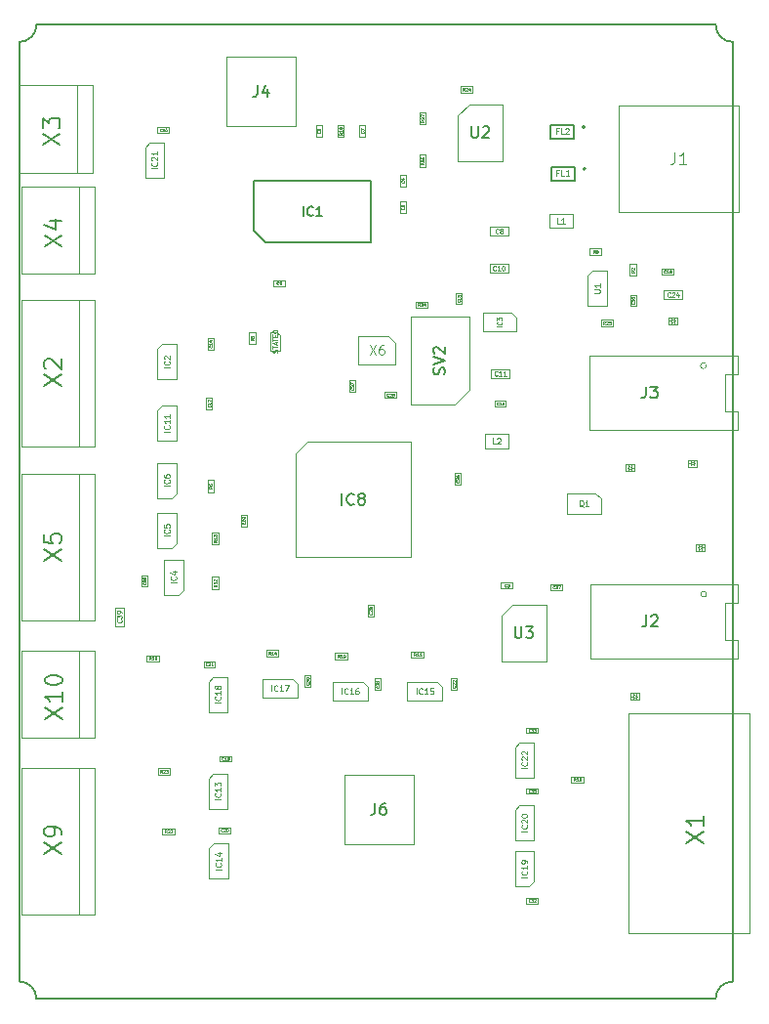
<source format=gbr>
%TF.GenerationSoftware,KiCad,Pcbnew,9.0.2*%
%TF.CreationDate,2025-07-10T16:00:19+01:00*%
%TF.ProjectId,FastStepper,46617374-5374-4657-9070-65722e6b6963,rev?*%
%TF.SameCoordinates,PX71f712cPY8e18f40*%
%TF.FileFunction,AssemblyDrawing,Top*%
%FSLAX46Y46*%
G04 Gerber Fmt 4.6, Leading zero omitted, Abs format (unit mm)*
G04 Created by KiCad (PCBNEW 9.0.2) date 2025-07-10 16:00:19*
%MOMM*%
%LPD*%
G01*
G04 APERTURE LIST*
%ADD10C,0.040000*%
%ADD11C,0.200000*%
%ADD12C,0.060000*%
%ADD13C,0.120000*%
%ADD14C,0.150000*%
%ADD15C,0.075000*%
%ADD16C,0.125000*%
%ADD17C,0.080000*%
%ADD18C,0.100000*%
%ADD19C,0.127000*%
%TA.AperFunction,Profile*%
%ADD20C,0.152400*%
%TD*%
%TA.AperFunction,Profile*%
%ADD21C,0.150000*%
%TD*%
G04 APERTURE END LIST*
D10*
X16575765Y51445886D02*
X16587670Y51433982D01*
X16587670Y51433982D02*
X16599574Y51398267D01*
X16599574Y51398267D02*
X16599574Y51374458D01*
X16599574Y51374458D02*
X16587670Y51338744D01*
X16587670Y51338744D02*
X16563860Y51314934D01*
X16563860Y51314934D02*
X16540050Y51303029D01*
X16540050Y51303029D02*
X16492431Y51291125D01*
X16492431Y51291125D02*
X16456717Y51291125D01*
X16456717Y51291125D02*
X16409098Y51303029D01*
X16409098Y51303029D02*
X16385289Y51314934D01*
X16385289Y51314934D02*
X16361479Y51338744D01*
X16361479Y51338744D02*
X16349574Y51374458D01*
X16349574Y51374458D02*
X16349574Y51398267D01*
X16349574Y51398267D02*
X16361479Y51433982D01*
X16361479Y51433982D02*
X16373384Y51445886D01*
X16599574Y51683982D02*
X16599574Y51541125D01*
X16599574Y51612553D02*
X16349574Y51612553D01*
X16349574Y51612553D02*
X16385289Y51588744D01*
X16385289Y51588744D02*
X16409098Y51564934D01*
X16409098Y51564934D02*
X16421003Y51541125D01*
X16349574Y51767315D02*
X16349574Y51933981D01*
X16349574Y51933981D02*
X16599574Y51826839D01*
X53367100Y63106668D02*
X53243291Y63020001D01*
X53367100Y62958096D02*
X53107100Y62958096D01*
X53107100Y62958096D02*
X53107100Y63057144D01*
X53107100Y63057144D02*
X53119481Y63081906D01*
X53119481Y63081906D02*
X53131862Y63094287D01*
X53131862Y63094287D02*
X53156624Y63106668D01*
X53156624Y63106668D02*
X53193767Y63106668D01*
X53193767Y63106668D02*
X53218529Y63094287D01*
X53218529Y63094287D02*
X53230910Y63081906D01*
X53230910Y63081906D02*
X53243291Y63057144D01*
X53243291Y63057144D02*
X53243291Y62958096D01*
X53131862Y63205715D02*
X53119481Y63218096D01*
X53119481Y63218096D02*
X53107100Y63242858D01*
X53107100Y63242858D02*
X53107100Y63304763D01*
X53107100Y63304763D02*
X53119481Y63329525D01*
X53119481Y63329525D02*
X53131862Y63341906D01*
X53131862Y63341906D02*
X53156624Y63354287D01*
X53156624Y63354287D02*
X53181386Y63354287D01*
X53181386Y63354287D02*
X53218529Y63341906D01*
X53218529Y63341906D02*
X53367100Y63193334D01*
X53367100Y63193334D02*
X53367100Y63354287D01*
X16702765Y56589286D02*
X16714670Y56577382D01*
X16714670Y56577382D02*
X16726574Y56541667D01*
X16726574Y56541667D02*
X16726574Y56517858D01*
X16726574Y56517858D02*
X16714670Y56482144D01*
X16714670Y56482144D02*
X16690860Y56458334D01*
X16690860Y56458334D02*
X16667050Y56446429D01*
X16667050Y56446429D02*
X16619431Y56434525D01*
X16619431Y56434525D02*
X16583717Y56434525D01*
X16583717Y56434525D02*
X16536098Y56446429D01*
X16536098Y56446429D02*
X16512289Y56458334D01*
X16512289Y56458334D02*
X16488479Y56482144D01*
X16488479Y56482144D02*
X16476574Y56517858D01*
X16476574Y56517858D02*
X16476574Y56541667D01*
X16476574Y56541667D02*
X16488479Y56577382D01*
X16488479Y56577382D02*
X16500384Y56589286D01*
X16726574Y56827382D02*
X16726574Y56684525D01*
X16726574Y56755953D02*
X16476574Y56755953D01*
X16476574Y56755953D02*
X16512289Y56732144D01*
X16512289Y56732144D02*
X16536098Y56708334D01*
X16536098Y56708334D02*
X16548003Y56684525D01*
X16559908Y57041667D02*
X16726574Y57041667D01*
X16464670Y56982143D02*
X16643241Y56922620D01*
X16643241Y56922620D02*
X16643241Y57077381D01*
X25108765Y27364686D02*
X25120670Y27352782D01*
X25120670Y27352782D02*
X25132574Y27317067D01*
X25132574Y27317067D02*
X25132574Y27293258D01*
X25132574Y27293258D02*
X25120670Y27257544D01*
X25120670Y27257544D02*
X25096860Y27233734D01*
X25096860Y27233734D02*
X25073050Y27221829D01*
X25073050Y27221829D02*
X25025431Y27209925D01*
X25025431Y27209925D02*
X24989717Y27209925D01*
X24989717Y27209925D02*
X24942098Y27221829D01*
X24942098Y27221829D02*
X24918289Y27233734D01*
X24918289Y27233734D02*
X24894479Y27257544D01*
X24894479Y27257544D02*
X24882574Y27293258D01*
X24882574Y27293258D02*
X24882574Y27317067D01*
X24882574Y27317067D02*
X24894479Y27352782D01*
X24894479Y27352782D02*
X24906384Y27364686D01*
X24882574Y27448020D02*
X24882574Y27602782D01*
X24882574Y27602782D02*
X24977812Y27519448D01*
X24977812Y27519448D02*
X24977812Y27555163D01*
X24977812Y27555163D02*
X24989717Y27578972D01*
X24989717Y27578972D02*
X25001622Y27590877D01*
X25001622Y27590877D02*
X25025431Y27602782D01*
X25025431Y27602782D02*
X25084955Y27602782D01*
X25084955Y27602782D02*
X25108765Y27590877D01*
X25108765Y27590877D02*
X25120670Y27578972D01*
X25120670Y27578972D02*
X25132574Y27555163D01*
X25132574Y27555163D02*
X25132574Y27483734D01*
X25132574Y27483734D02*
X25120670Y27459925D01*
X25120670Y27459925D02*
X25108765Y27448020D01*
X24882574Y27757543D02*
X24882574Y27781353D01*
X24882574Y27781353D02*
X24894479Y27805162D01*
X24894479Y27805162D02*
X24906384Y27817067D01*
X24906384Y27817067D02*
X24930193Y27828972D01*
X24930193Y27828972D02*
X24977812Y27840877D01*
X24977812Y27840877D02*
X25037336Y27840877D01*
X25037336Y27840877D02*
X25084955Y27828972D01*
X25084955Y27828972D02*
X25108765Y27817067D01*
X25108765Y27817067D02*
X25120670Y27805162D01*
X25120670Y27805162D02*
X25132574Y27781353D01*
X25132574Y27781353D02*
X25132574Y27757543D01*
X25132574Y27757543D02*
X25120670Y27733734D01*
X25120670Y27733734D02*
X25108765Y27721829D01*
X25108765Y27721829D02*
X25084955Y27709924D01*
X25084955Y27709924D02*
X25037336Y27698020D01*
X25037336Y27698020D02*
X24977812Y27698020D01*
X24977812Y27698020D02*
X24930193Y27709924D01*
X24930193Y27709924D02*
X24906384Y27721829D01*
X24906384Y27721829D02*
X24894479Y27733734D01*
X24894479Y27733734D02*
X24882574Y27757543D01*
X21803857Y29820200D02*
X21717190Y29944009D01*
X21655285Y29820200D02*
X21655285Y30080200D01*
X21655285Y30080200D02*
X21754333Y30080200D01*
X21754333Y30080200D02*
X21779095Y30067819D01*
X21779095Y30067819D02*
X21791476Y30055438D01*
X21791476Y30055438D02*
X21803857Y30030676D01*
X21803857Y30030676D02*
X21803857Y29993533D01*
X21803857Y29993533D02*
X21791476Y29968771D01*
X21791476Y29968771D02*
X21779095Y29956390D01*
X21779095Y29956390D02*
X21754333Y29944009D01*
X21754333Y29944009D02*
X21655285Y29944009D01*
X22051476Y29820200D02*
X21902904Y29820200D01*
X21977190Y29820200D02*
X21977190Y30080200D01*
X21977190Y30080200D02*
X21952428Y30043057D01*
X21952428Y30043057D02*
X21927666Y30018295D01*
X21927666Y30018295D02*
X21902904Y30005914D01*
X22274333Y29993533D02*
X22274333Y29820200D01*
X22212428Y30092580D02*
X22150523Y29906866D01*
X22150523Y29906866D02*
X22311476Y29906866D01*
D11*
X2033528Y73979115D02*
X3533528Y74979115D01*
X2033528Y74979115D02*
X3533528Y73979115D01*
X2033528Y75407686D02*
X2033528Y76336258D01*
X2033528Y76336258D02*
X2604957Y75836258D01*
X2604957Y75836258D02*
X2604957Y76050543D01*
X2604957Y76050543D02*
X2676385Y76193400D01*
X2676385Y76193400D02*
X2747814Y76264829D01*
X2747814Y76264829D02*
X2890671Y76336258D01*
X2890671Y76336258D02*
X3247814Y76336258D01*
X3247814Y76336258D02*
X3390671Y76264829D01*
X3390671Y76264829D02*
X3462100Y76193400D01*
X3462100Y76193400D02*
X3533528Y76050543D01*
X3533528Y76050543D02*
X3533528Y75621972D01*
X3533528Y75621972D02*
X3462100Y75479115D01*
X3462100Y75479115D02*
X3390671Y75407686D01*
D12*
X56491757Y60856168D02*
X56472709Y60837120D01*
X56472709Y60837120D02*
X56415567Y60818073D01*
X56415567Y60818073D02*
X56377471Y60818073D01*
X56377471Y60818073D02*
X56320328Y60837120D01*
X56320328Y60837120D02*
X56282233Y60875216D01*
X56282233Y60875216D02*
X56263186Y60913311D01*
X56263186Y60913311D02*
X56244138Y60989501D01*
X56244138Y60989501D02*
X56244138Y61046644D01*
X56244138Y61046644D02*
X56263186Y61122835D01*
X56263186Y61122835D02*
X56282233Y61160930D01*
X56282233Y61160930D02*
X56320328Y61199025D01*
X56320328Y61199025D02*
X56377471Y61218073D01*
X56377471Y61218073D02*
X56415567Y61218073D01*
X56415567Y61218073D02*
X56472709Y61199025D01*
X56472709Y61199025D02*
X56491757Y61179978D01*
X56644138Y61179978D02*
X56663186Y61199025D01*
X56663186Y61199025D02*
X56701281Y61218073D01*
X56701281Y61218073D02*
X56796519Y61218073D01*
X56796519Y61218073D02*
X56834614Y61199025D01*
X56834614Y61199025D02*
X56853662Y61179978D01*
X56853662Y61179978D02*
X56872709Y61141882D01*
X56872709Y61141882D02*
X56872709Y61103787D01*
X56872709Y61103787D02*
X56853662Y61046644D01*
X56853662Y61046644D02*
X56625090Y60818073D01*
X56625090Y60818073D02*
X56872709Y60818073D01*
X57215566Y61084740D02*
X57215566Y60818073D01*
X57120328Y61237120D02*
X57025090Y60951406D01*
X57025090Y60951406D02*
X57272709Y60951406D01*
D10*
X44338185Y8410235D02*
X44326281Y8398330D01*
X44326281Y8398330D02*
X44290566Y8386426D01*
X44290566Y8386426D02*
X44266757Y8386426D01*
X44266757Y8386426D02*
X44231043Y8398330D01*
X44231043Y8398330D02*
X44207233Y8422140D01*
X44207233Y8422140D02*
X44195328Y8445950D01*
X44195328Y8445950D02*
X44183424Y8493569D01*
X44183424Y8493569D02*
X44183424Y8529283D01*
X44183424Y8529283D02*
X44195328Y8576902D01*
X44195328Y8576902D02*
X44207233Y8600711D01*
X44207233Y8600711D02*
X44231043Y8624521D01*
X44231043Y8624521D02*
X44266757Y8636426D01*
X44266757Y8636426D02*
X44290566Y8636426D01*
X44290566Y8636426D02*
X44326281Y8624521D01*
X44326281Y8624521D02*
X44338185Y8612616D01*
X44421519Y8636426D02*
X44576281Y8636426D01*
X44576281Y8636426D02*
X44492947Y8541188D01*
X44492947Y8541188D02*
X44528662Y8541188D01*
X44528662Y8541188D02*
X44552471Y8529283D01*
X44552471Y8529283D02*
X44564376Y8517378D01*
X44564376Y8517378D02*
X44576281Y8493569D01*
X44576281Y8493569D02*
X44576281Y8434045D01*
X44576281Y8434045D02*
X44564376Y8410235D01*
X44564376Y8410235D02*
X44552471Y8398330D01*
X44552471Y8398330D02*
X44528662Y8386426D01*
X44528662Y8386426D02*
X44457233Y8386426D01*
X44457233Y8386426D02*
X44433424Y8398330D01*
X44433424Y8398330D02*
X44421519Y8410235D01*
X44671519Y8612616D02*
X44683423Y8624521D01*
X44683423Y8624521D02*
X44707233Y8636426D01*
X44707233Y8636426D02*
X44766757Y8636426D01*
X44766757Y8636426D02*
X44790566Y8624521D01*
X44790566Y8624521D02*
X44802471Y8612616D01*
X44802471Y8612616D02*
X44814376Y8588807D01*
X44814376Y8588807D02*
X44814376Y8564997D01*
X44814376Y8564997D02*
X44802471Y8529283D01*
X44802471Y8529283D02*
X44659614Y8386426D01*
X44659614Y8386426D02*
X44814376Y8386426D01*
X19577965Y41278286D02*
X19589870Y41266382D01*
X19589870Y41266382D02*
X19601774Y41230667D01*
X19601774Y41230667D02*
X19601774Y41206858D01*
X19601774Y41206858D02*
X19589870Y41171144D01*
X19589870Y41171144D02*
X19566060Y41147334D01*
X19566060Y41147334D02*
X19542250Y41135429D01*
X19542250Y41135429D02*
X19494631Y41123525D01*
X19494631Y41123525D02*
X19458917Y41123525D01*
X19458917Y41123525D02*
X19411298Y41135429D01*
X19411298Y41135429D02*
X19387489Y41147334D01*
X19387489Y41147334D02*
X19363679Y41171144D01*
X19363679Y41171144D02*
X19351774Y41206858D01*
X19351774Y41206858D02*
X19351774Y41230667D01*
X19351774Y41230667D02*
X19363679Y41266382D01*
X19363679Y41266382D02*
X19375584Y41278286D01*
X19375584Y41373525D02*
X19363679Y41385429D01*
X19363679Y41385429D02*
X19351774Y41409239D01*
X19351774Y41409239D02*
X19351774Y41468763D01*
X19351774Y41468763D02*
X19363679Y41492572D01*
X19363679Y41492572D02*
X19375584Y41504477D01*
X19375584Y41504477D02*
X19399393Y41516382D01*
X19399393Y41516382D02*
X19423203Y41516382D01*
X19423203Y41516382D02*
X19458917Y41504477D01*
X19458917Y41504477D02*
X19601774Y41361620D01*
X19601774Y41361620D02*
X19601774Y41516382D01*
X19601774Y41635429D02*
X19601774Y41683048D01*
X19601774Y41683048D02*
X19589870Y41706858D01*
X19589870Y41706858D02*
X19577965Y41718762D01*
X19577965Y41718762D02*
X19542250Y41742572D01*
X19542250Y41742572D02*
X19494631Y41754477D01*
X19494631Y41754477D02*
X19399393Y41754477D01*
X19399393Y41754477D02*
X19375584Y41742572D01*
X19375584Y41742572D02*
X19363679Y41730667D01*
X19363679Y41730667D02*
X19351774Y41706858D01*
X19351774Y41706858D02*
X19351774Y41659239D01*
X19351774Y41659239D02*
X19363679Y41635429D01*
X19363679Y41635429D02*
X19375584Y41623524D01*
X19375584Y41623524D02*
X19399393Y41611620D01*
X19399393Y41611620D02*
X19458917Y41611620D01*
X19458917Y41611620D02*
X19482727Y41623524D01*
X19482727Y41623524D02*
X19494631Y41635429D01*
X19494631Y41635429D02*
X19506536Y41659239D01*
X19506536Y41659239D02*
X19506536Y41706858D01*
X19506536Y41706858D02*
X19494631Y41730667D01*
X19494631Y41730667D02*
X19482727Y41742572D01*
X19482727Y41742572D02*
X19458917Y41754477D01*
X12781757Y14381800D02*
X12695090Y14505609D01*
X12633185Y14381800D02*
X12633185Y14641800D01*
X12633185Y14641800D02*
X12732233Y14641800D01*
X12732233Y14641800D02*
X12756995Y14629419D01*
X12756995Y14629419D02*
X12769376Y14617038D01*
X12769376Y14617038D02*
X12781757Y14592276D01*
X12781757Y14592276D02*
X12781757Y14555133D01*
X12781757Y14555133D02*
X12769376Y14530371D01*
X12769376Y14530371D02*
X12756995Y14517990D01*
X12756995Y14517990D02*
X12732233Y14505609D01*
X12732233Y14505609D02*
X12633185Y14505609D01*
X12880804Y14617038D02*
X12893185Y14629419D01*
X12893185Y14629419D02*
X12917947Y14641800D01*
X12917947Y14641800D02*
X12979852Y14641800D01*
X12979852Y14641800D02*
X13004614Y14629419D01*
X13004614Y14629419D02*
X13016995Y14617038D01*
X13016995Y14617038D02*
X13029376Y14592276D01*
X13029376Y14592276D02*
X13029376Y14567514D01*
X13029376Y14567514D02*
X13016995Y14530371D01*
X13016995Y14530371D02*
X12868423Y14381800D01*
X12868423Y14381800D02*
X13029376Y14381800D01*
X13128423Y14617038D02*
X13140804Y14629419D01*
X13140804Y14629419D02*
X13165566Y14641800D01*
X13165566Y14641800D02*
X13227471Y14641800D01*
X13227471Y14641800D02*
X13252233Y14629419D01*
X13252233Y14629419D02*
X13264614Y14617038D01*
X13264614Y14617038D02*
X13276995Y14592276D01*
X13276995Y14592276D02*
X13276995Y14567514D01*
X13276995Y14567514D02*
X13264614Y14530371D01*
X13264614Y14530371D02*
X13116042Y14381800D01*
X13116042Y14381800D02*
X13276995Y14381800D01*
D13*
X30401280Y56611145D02*
X30934614Y55811145D01*
X30934614Y56611145D02*
X30401280Y55811145D01*
X31582233Y56611145D02*
X31429852Y56611145D01*
X31429852Y56611145D02*
X31353661Y56573050D01*
X31353661Y56573050D02*
X31315566Y56534955D01*
X31315566Y56534955D02*
X31239376Y56420669D01*
X31239376Y56420669D02*
X31201280Y56268288D01*
X31201280Y56268288D02*
X31201280Y55963526D01*
X31201280Y55963526D02*
X31239376Y55887336D01*
X31239376Y55887336D02*
X31277471Y55849240D01*
X31277471Y55849240D02*
X31353661Y55811145D01*
X31353661Y55811145D02*
X31506042Y55811145D01*
X31506042Y55811145D02*
X31582233Y55849240D01*
X31582233Y55849240D02*
X31620328Y55887336D01*
X31620328Y55887336D02*
X31658423Y55963526D01*
X31658423Y55963526D02*
X31658423Y56154002D01*
X31658423Y56154002D02*
X31620328Y56230193D01*
X31620328Y56230193D02*
X31582233Y56268288D01*
X31582233Y56268288D02*
X31506042Y56306383D01*
X31506042Y56306383D02*
X31353661Y56306383D01*
X31353661Y56306383D02*
X31277471Y56268288D01*
X31277471Y56268288D02*
X31239376Y56230193D01*
X31239376Y56230193D02*
X31201280Y56154002D01*
D14*
X30865566Y16945181D02*
X30865566Y16230896D01*
X30865566Y16230896D02*
X30817947Y16088039D01*
X30817947Y16088039D02*
X30722709Y15992800D01*
X30722709Y15992800D02*
X30579852Y15945181D01*
X30579852Y15945181D02*
X30484614Y15945181D01*
X31770328Y16945181D02*
X31579852Y16945181D01*
X31579852Y16945181D02*
X31484614Y16897562D01*
X31484614Y16897562D02*
X31436995Y16849943D01*
X31436995Y16849943D02*
X31341757Y16707086D01*
X31341757Y16707086D02*
X31294138Y16516610D01*
X31294138Y16516610D02*
X31294138Y16135658D01*
X31294138Y16135658D02*
X31341757Y16040420D01*
X31341757Y16040420D02*
X31389376Y15992800D01*
X31389376Y15992800D02*
X31484614Y15945181D01*
X31484614Y15945181D02*
X31675090Y15945181D01*
X31675090Y15945181D02*
X31770328Y15992800D01*
X31770328Y15992800D02*
X31817947Y16040420D01*
X31817947Y16040420D02*
X31865566Y16135658D01*
X31865566Y16135658D02*
X31865566Y16373753D01*
X31865566Y16373753D02*
X31817947Y16468991D01*
X31817947Y16468991D02*
X31770328Y16516610D01*
X31770328Y16516610D02*
X31675090Y16564229D01*
X31675090Y16564229D02*
X31484614Y16564229D01*
X31484614Y16564229D02*
X31389376Y16516610D01*
X31389376Y16516610D02*
X31341757Y16468991D01*
X31341757Y16468991D02*
X31294138Y16373753D01*
D15*
X13054409Y44436306D02*
X12554409Y44436306D01*
X13006790Y44960115D02*
X13030600Y44936306D01*
X13030600Y44936306D02*
X13054409Y44864877D01*
X13054409Y44864877D02*
X13054409Y44817258D01*
X13054409Y44817258D02*
X13030600Y44745830D01*
X13030600Y44745830D02*
X12982980Y44698211D01*
X12982980Y44698211D02*
X12935361Y44674401D01*
X12935361Y44674401D02*
X12840123Y44650592D01*
X12840123Y44650592D02*
X12768695Y44650592D01*
X12768695Y44650592D02*
X12673457Y44674401D01*
X12673457Y44674401D02*
X12625838Y44698211D01*
X12625838Y44698211D02*
X12578219Y44745830D01*
X12578219Y44745830D02*
X12554409Y44817258D01*
X12554409Y44817258D02*
X12554409Y44864877D01*
X12554409Y44864877D02*
X12578219Y44936306D01*
X12578219Y44936306D02*
X12602028Y44960115D01*
X12554409Y45388687D02*
X12554409Y45293449D01*
X12554409Y45293449D02*
X12578219Y45245830D01*
X12578219Y45245830D02*
X12602028Y45222020D01*
X12602028Y45222020D02*
X12673457Y45174401D01*
X12673457Y45174401D02*
X12768695Y45150592D01*
X12768695Y45150592D02*
X12959171Y45150592D01*
X12959171Y45150592D02*
X13006790Y45174401D01*
X13006790Y45174401D02*
X13030600Y45198211D01*
X13030600Y45198211D02*
X13054409Y45245830D01*
X13054409Y45245830D02*
X13054409Y45341068D01*
X13054409Y45341068D02*
X13030600Y45388687D01*
X13030600Y45388687D02*
X13006790Y45412496D01*
X13006790Y45412496D02*
X12959171Y45436306D01*
X12959171Y45436306D02*
X12840123Y45436306D01*
X12840123Y45436306D02*
X12792504Y45412496D01*
X12792504Y45412496D02*
X12768695Y45388687D01*
X12768695Y45388687D02*
X12744885Y45341068D01*
X12744885Y45341068D02*
X12744885Y45245830D01*
X12744885Y45245830D02*
X12768695Y45198211D01*
X12768695Y45198211D02*
X12792504Y45174401D01*
X12792504Y45174401D02*
X12840123Y45150592D01*
X44066309Y19973811D02*
X43566309Y19973811D01*
X44018690Y20497620D02*
X44042500Y20473811D01*
X44042500Y20473811D02*
X44066309Y20402382D01*
X44066309Y20402382D02*
X44066309Y20354763D01*
X44066309Y20354763D02*
X44042500Y20283335D01*
X44042500Y20283335D02*
X43994880Y20235716D01*
X43994880Y20235716D02*
X43947261Y20211906D01*
X43947261Y20211906D02*
X43852023Y20188097D01*
X43852023Y20188097D02*
X43780595Y20188097D01*
X43780595Y20188097D02*
X43685357Y20211906D01*
X43685357Y20211906D02*
X43637738Y20235716D01*
X43637738Y20235716D02*
X43590119Y20283335D01*
X43590119Y20283335D02*
X43566309Y20354763D01*
X43566309Y20354763D02*
X43566309Y20402382D01*
X43566309Y20402382D02*
X43590119Y20473811D01*
X43590119Y20473811D02*
X43613928Y20497620D01*
X43613928Y20688097D02*
X43590119Y20711906D01*
X43590119Y20711906D02*
X43566309Y20759525D01*
X43566309Y20759525D02*
X43566309Y20878573D01*
X43566309Y20878573D02*
X43590119Y20926192D01*
X43590119Y20926192D02*
X43613928Y20950001D01*
X43613928Y20950001D02*
X43661547Y20973811D01*
X43661547Y20973811D02*
X43709166Y20973811D01*
X43709166Y20973811D02*
X43780595Y20950001D01*
X43780595Y20950001D02*
X44066309Y20664287D01*
X44066309Y20664287D02*
X44066309Y20973811D01*
X43613928Y21164287D02*
X43590119Y21188096D01*
X43590119Y21188096D02*
X43566309Y21235715D01*
X43566309Y21235715D02*
X43566309Y21354763D01*
X43566309Y21354763D02*
X43590119Y21402382D01*
X43590119Y21402382D02*
X43613928Y21426191D01*
X43613928Y21426191D02*
X43661547Y21450001D01*
X43661547Y21450001D02*
X43709166Y21450001D01*
X43709166Y21450001D02*
X43780595Y21426191D01*
X43780595Y21426191D02*
X44066309Y21140477D01*
X44066309Y21140477D02*
X44066309Y21450001D01*
D10*
X31193736Y27092909D02*
X31205641Y27081005D01*
X31205641Y27081005D02*
X31217545Y27045290D01*
X31217545Y27045290D02*
X31217545Y27021481D01*
X31217545Y27021481D02*
X31205641Y26985767D01*
X31205641Y26985767D02*
X31181831Y26961957D01*
X31181831Y26961957D02*
X31158021Y26950052D01*
X31158021Y26950052D02*
X31110402Y26938148D01*
X31110402Y26938148D02*
X31074688Y26938148D01*
X31074688Y26938148D02*
X31027069Y26950052D01*
X31027069Y26950052D02*
X31003260Y26961957D01*
X31003260Y26961957D02*
X30979450Y26985767D01*
X30979450Y26985767D02*
X30967545Y27021481D01*
X30967545Y27021481D02*
X30967545Y27045290D01*
X30967545Y27045290D02*
X30979450Y27081005D01*
X30979450Y27081005D02*
X30991355Y27092909D01*
X30967545Y27176243D02*
X30967545Y27331005D01*
X30967545Y27331005D02*
X31062783Y27247671D01*
X31062783Y27247671D02*
X31062783Y27283386D01*
X31062783Y27283386D02*
X31074688Y27307195D01*
X31074688Y27307195D02*
X31086593Y27319100D01*
X31086593Y27319100D02*
X31110402Y27331005D01*
X31110402Y27331005D02*
X31169926Y27331005D01*
X31169926Y27331005D02*
X31193736Y27319100D01*
X31193736Y27319100D02*
X31205641Y27307195D01*
X31205641Y27307195D02*
X31217545Y27283386D01*
X31217545Y27283386D02*
X31217545Y27211957D01*
X31217545Y27211957D02*
X31205641Y27188148D01*
X31205641Y27188148D02*
X31193736Y27176243D01*
X31217545Y27569100D02*
X31217545Y27426243D01*
X31217545Y27497671D02*
X30967545Y27497671D01*
X30967545Y27497671D02*
X31003260Y27473862D01*
X31003260Y27473862D02*
X31027069Y27450052D01*
X31027069Y27450052D02*
X31038974Y27426243D01*
X56088185Y62910235D02*
X56076281Y62898330D01*
X56076281Y62898330D02*
X56040566Y62886426D01*
X56040566Y62886426D02*
X56016757Y62886426D01*
X56016757Y62886426D02*
X55981043Y62898330D01*
X55981043Y62898330D02*
X55957233Y62922140D01*
X55957233Y62922140D02*
X55945328Y62945950D01*
X55945328Y62945950D02*
X55933424Y62993569D01*
X55933424Y62993569D02*
X55933424Y63029283D01*
X55933424Y63029283D02*
X55945328Y63076902D01*
X55945328Y63076902D02*
X55957233Y63100711D01*
X55957233Y63100711D02*
X55981043Y63124521D01*
X55981043Y63124521D02*
X56016757Y63136426D01*
X56016757Y63136426D02*
X56040566Y63136426D01*
X56040566Y63136426D02*
X56076281Y63124521D01*
X56076281Y63124521D02*
X56088185Y63112616D01*
X56326281Y62886426D02*
X56183424Y62886426D01*
X56254852Y62886426D02*
X56254852Y63136426D01*
X56254852Y63136426D02*
X56231043Y63100711D01*
X56231043Y63100711D02*
X56207233Y63076902D01*
X56207233Y63076902D02*
X56183424Y63064997D01*
X56469138Y63029283D02*
X56445328Y63041188D01*
X56445328Y63041188D02*
X56433423Y63053092D01*
X56433423Y63053092D02*
X56421519Y63076902D01*
X56421519Y63076902D02*
X56421519Y63088807D01*
X56421519Y63088807D02*
X56433423Y63112616D01*
X56433423Y63112616D02*
X56445328Y63124521D01*
X56445328Y63124521D02*
X56469138Y63136426D01*
X56469138Y63136426D02*
X56516757Y63136426D01*
X56516757Y63136426D02*
X56540566Y63124521D01*
X56540566Y63124521D02*
X56552471Y63112616D01*
X56552471Y63112616D02*
X56564376Y63088807D01*
X56564376Y63088807D02*
X56564376Y63076902D01*
X56564376Y63076902D02*
X56552471Y63053092D01*
X56552471Y63053092D02*
X56540566Y63041188D01*
X56540566Y63041188D02*
X56516757Y63029283D01*
X56516757Y63029283D02*
X56469138Y63029283D01*
X56469138Y63029283D02*
X56445328Y63017378D01*
X56445328Y63017378D02*
X56433423Y63005473D01*
X56433423Y63005473D02*
X56421519Y62981664D01*
X56421519Y62981664D02*
X56421519Y62934045D01*
X56421519Y62934045D02*
X56433423Y62910235D01*
X56433423Y62910235D02*
X56445328Y62898330D01*
X56445328Y62898330D02*
X56469138Y62886426D01*
X56469138Y62886426D02*
X56516757Y62886426D01*
X56516757Y62886426D02*
X56540566Y62898330D01*
X56540566Y62898330D02*
X56552471Y62910235D01*
X56552471Y62910235D02*
X56564376Y62934045D01*
X56564376Y62934045D02*
X56564376Y62981664D01*
X56564376Y62981664D02*
X56552471Y63005473D01*
X56552471Y63005473D02*
X56540566Y63017378D01*
X56540566Y63017378D02*
X56516757Y63029283D01*
D15*
X49886309Y61169048D02*
X50291071Y61169048D01*
X50291071Y61169048D02*
X50338690Y61192858D01*
X50338690Y61192858D02*
X50362500Y61216667D01*
X50362500Y61216667D02*
X50386309Y61264286D01*
X50386309Y61264286D02*
X50386309Y61359524D01*
X50386309Y61359524D02*
X50362500Y61407143D01*
X50362500Y61407143D02*
X50338690Y61430953D01*
X50338690Y61430953D02*
X50291071Y61454762D01*
X50291071Y61454762D02*
X49886309Y61454762D01*
X50386309Y61954763D02*
X50386309Y61669049D01*
X50386309Y61811906D02*
X49886309Y61811906D01*
X49886309Y61811906D02*
X49957738Y61764287D01*
X49957738Y61764287D02*
X50005357Y61716668D01*
X50005357Y61716668D02*
X50029166Y61669049D01*
D16*
X46792353Y71587096D02*
X46625686Y71587096D01*
X46625686Y71325191D02*
X46625686Y71825191D01*
X46625686Y71825191D02*
X46863781Y71825191D01*
X47292352Y71325191D02*
X47054257Y71325191D01*
X47054257Y71325191D02*
X47054257Y71825191D01*
X47720924Y71325191D02*
X47435210Y71325191D01*
X47578067Y71325191D02*
X47578067Y71825191D01*
X47578067Y71825191D02*
X47530448Y71753762D01*
X47530448Y71753762D02*
X47482829Y71706143D01*
X47482829Y71706143D02*
X47435210Y71682334D01*
D10*
X53338665Y60339286D02*
X53350570Y60327382D01*
X53350570Y60327382D02*
X53362474Y60291667D01*
X53362474Y60291667D02*
X53362474Y60267858D01*
X53362474Y60267858D02*
X53350570Y60232144D01*
X53350570Y60232144D02*
X53326760Y60208334D01*
X53326760Y60208334D02*
X53302950Y60196429D01*
X53302950Y60196429D02*
X53255331Y60184525D01*
X53255331Y60184525D02*
X53219617Y60184525D01*
X53219617Y60184525D02*
X53171998Y60196429D01*
X53171998Y60196429D02*
X53148189Y60208334D01*
X53148189Y60208334D02*
X53124379Y60232144D01*
X53124379Y60232144D02*
X53112474Y60267858D01*
X53112474Y60267858D02*
X53112474Y60291667D01*
X53112474Y60291667D02*
X53124379Y60327382D01*
X53124379Y60327382D02*
X53136284Y60339286D01*
X53112474Y60422620D02*
X53112474Y60577382D01*
X53112474Y60577382D02*
X53207712Y60494048D01*
X53207712Y60494048D02*
X53207712Y60529763D01*
X53207712Y60529763D02*
X53219617Y60553572D01*
X53219617Y60553572D02*
X53231522Y60565477D01*
X53231522Y60565477D02*
X53255331Y60577382D01*
X53255331Y60577382D02*
X53314855Y60577382D01*
X53314855Y60577382D02*
X53338665Y60565477D01*
X53338665Y60565477D02*
X53350570Y60553572D01*
X53350570Y60553572D02*
X53362474Y60529763D01*
X53362474Y60529763D02*
X53362474Y60458334D01*
X53362474Y60458334D02*
X53350570Y60434525D01*
X53350570Y60434525D02*
X53338665Y60422620D01*
X53112474Y60791667D02*
X53112474Y60744048D01*
X53112474Y60744048D02*
X53124379Y60720239D01*
X53124379Y60720239D02*
X53136284Y60708334D01*
X53136284Y60708334D02*
X53171998Y60684524D01*
X53171998Y60684524D02*
X53219617Y60672620D01*
X53219617Y60672620D02*
X53314855Y60672620D01*
X53314855Y60672620D02*
X53338665Y60684524D01*
X53338665Y60684524D02*
X53350570Y60696429D01*
X53350570Y60696429D02*
X53362474Y60720239D01*
X53362474Y60720239D02*
X53362474Y60767858D01*
X53362474Y60767858D02*
X53350570Y60791667D01*
X53350570Y60791667D02*
X53338665Y60803572D01*
X53338665Y60803572D02*
X53314855Y60815477D01*
X53314855Y60815477D02*
X53255331Y60815477D01*
X53255331Y60815477D02*
X53231522Y60803572D01*
X53231522Y60803572D02*
X53219617Y60791667D01*
X53219617Y60791667D02*
X53207712Y60767858D01*
X53207712Y60767858D02*
X53207712Y60720239D01*
X53207712Y60720239D02*
X53219617Y60696429D01*
X53219617Y60696429D02*
X53231522Y60684524D01*
X53231522Y60684524D02*
X53255331Y60672620D01*
X35117100Y76132858D02*
X34993291Y76046191D01*
X35117100Y75984286D02*
X34857100Y75984286D01*
X34857100Y75984286D02*
X34857100Y76083334D01*
X34857100Y76083334D02*
X34869481Y76108096D01*
X34869481Y76108096D02*
X34881862Y76120477D01*
X34881862Y76120477D02*
X34906624Y76132858D01*
X34906624Y76132858D02*
X34943767Y76132858D01*
X34943767Y76132858D02*
X34968529Y76120477D01*
X34968529Y76120477D02*
X34980910Y76108096D01*
X34980910Y76108096D02*
X34993291Y76083334D01*
X34993291Y76083334D02*
X34993291Y75984286D01*
X34881862Y76231905D02*
X34869481Y76244286D01*
X34869481Y76244286D02*
X34857100Y76269048D01*
X34857100Y76269048D02*
X34857100Y76330953D01*
X34857100Y76330953D02*
X34869481Y76355715D01*
X34869481Y76355715D02*
X34881862Y76368096D01*
X34881862Y76368096D02*
X34906624Y76380477D01*
X34906624Y76380477D02*
X34931386Y76380477D01*
X34931386Y76380477D02*
X34968529Y76368096D01*
X34968529Y76368096D02*
X35117100Y76219524D01*
X35117100Y76219524D02*
X35117100Y76380477D01*
X34857100Y76467143D02*
X34857100Y76640477D01*
X34857100Y76640477D02*
X35117100Y76529048D01*
D11*
X2189528Y65177115D02*
X3689528Y66177115D01*
X2189528Y66177115D02*
X3689528Y65177115D01*
X2689528Y67391400D02*
X3689528Y67391400D01*
X2118100Y67034258D02*
X3189528Y66677115D01*
X3189528Y66677115D02*
X3189528Y67605686D01*
D15*
X17476309Y17273811D02*
X16976309Y17273811D01*
X17428690Y17797620D02*
X17452500Y17773811D01*
X17452500Y17773811D02*
X17476309Y17702382D01*
X17476309Y17702382D02*
X17476309Y17654763D01*
X17476309Y17654763D02*
X17452500Y17583335D01*
X17452500Y17583335D02*
X17404880Y17535716D01*
X17404880Y17535716D02*
X17357261Y17511906D01*
X17357261Y17511906D02*
X17262023Y17488097D01*
X17262023Y17488097D02*
X17190595Y17488097D01*
X17190595Y17488097D02*
X17095357Y17511906D01*
X17095357Y17511906D02*
X17047738Y17535716D01*
X17047738Y17535716D02*
X17000119Y17583335D01*
X17000119Y17583335D02*
X16976309Y17654763D01*
X16976309Y17654763D02*
X16976309Y17702382D01*
X16976309Y17702382D02*
X17000119Y17773811D01*
X17000119Y17773811D02*
X17023928Y17797620D01*
X17476309Y18273811D02*
X17476309Y17988097D01*
X17476309Y18130954D02*
X16976309Y18130954D01*
X16976309Y18130954D02*
X17047738Y18083335D01*
X17047738Y18083335D02*
X17095357Y18035716D01*
X17095357Y18035716D02*
X17119166Y17988097D01*
X16976309Y18440477D02*
X16976309Y18750001D01*
X16976309Y18750001D02*
X17166785Y18583334D01*
X17166785Y18583334D02*
X17166785Y18654763D01*
X17166785Y18654763D02*
X17190595Y18702382D01*
X17190595Y18702382D02*
X17214404Y18726191D01*
X17214404Y18726191D02*
X17262023Y18750001D01*
X17262023Y18750001D02*
X17381071Y18750001D01*
X17381071Y18750001D02*
X17428690Y18726191D01*
X17428690Y18726191D02*
X17452500Y18702382D01*
X17452500Y18702382D02*
X17476309Y18654763D01*
X17476309Y18654763D02*
X17476309Y18511906D01*
X17476309Y18511906D02*
X17452500Y18464287D01*
X17452500Y18464287D02*
X17428690Y18440477D01*
D14*
X39252233Y75584434D02*
X39252233Y74791100D01*
X39252233Y74791100D02*
X39298900Y74697767D01*
X39298900Y74697767D02*
X39345566Y74651100D01*
X39345566Y74651100D02*
X39438900Y74604434D01*
X39438900Y74604434D02*
X39625566Y74604434D01*
X39625566Y74604434D02*
X39718900Y74651100D01*
X39718900Y74651100D02*
X39765566Y74697767D01*
X39765566Y74697767D02*
X39812233Y74791100D01*
X39812233Y74791100D02*
X39812233Y75584434D01*
X40232233Y75491100D02*
X40278900Y75537767D01*
X40278900Y75537767D02*
X40372233Y75584434D01*
X40372233Y75584434D02*
X40605567Y75584434D01*
X40605567Y75584434D02*
X40698900Y75537767D01*
X40698900Y75537767D02*
X40745567Y75491100D01*
X40745567Y75491100D02*
X40792233Y75397767D01*
X40792233Y75397767D02*
X40792233Y75304434D01*
X40792233Y75304434D02*
X40745567Y75164434D01*
X40745567Y75164434D02*
X40185567Y74604434D01*
X40185567Y74604434D02*
X40792233Y74604434D01*
X36886100Y54099525D02*
X36933719Y54242382D01*
X36933719Y54242382D02*
X36933719Y54480477D01*
X36933719Y54480477D02*
X36886100Y54575715D01*
X36886100Y54575715D02*
X36838480Y54623334D01*
X36838480Y54623334D02*
X36743242Y54670953D01*
X36743242Y54670953D02*
X36648004Y54670953D01*
X36648004Y54670953D02*
X36552766Y54623334D01*
X36552766Y54623334D02*
X36505147Y54575715D01*
X36505147Y54575715D02*
X36457528Y54480477D01*
X36457528Y54480477D02*
X36409909Y54290001D01*
X36409909Y54290001D02*
X36362290Y54194763D01*
X36362290Y54194763D02*
X36314671Y54147144D01*
X36314671Y54147144D02*
X36219433Y54099525D01*
X36219433Y54099525D02*
X36124195Y54099525D01*
X36124195Y54099525D02*
X36028957Y54147144D01*
X36028957Y54147144D02*
X35981338Y54194763D01*
X35981338Y54194763D02*
X35933719Y54290001D01*
X35933719Y54290001D02*
X35933719Y54528096D01*
X35933719Y54528096D02*
X35981338Y54670953D01*
X35933719Y54956668D02*
X36933719Y55290001D01*
X36933719Y55290001D02*
X35933719Y55623334D01*
X36028957Y55909049D02*
X35981338Y55956668D01*
X35981338Y55956668D02*
X35933719Y56051906D01*
X35933719Y56051906D02*
X35933719Y56290001D01*
X35933719Y56290001D02*
X35981338Y56385239D01*
X35981338Y56385239D02*
X36028957Y56432858D01*
X36028957Y56432858D02*
X36124195Y56480477D01*
X36124195Y56480477D02*
X36219433Y56480477D01*
X36219433Y56480477D02*
X36362290Y56432858D01*
X36362290Y56432858D02*
X36933719Y55861430D01*
X36933719Y55861430D02*
X36933719Y56480477D01*
X43027233Y32239434D02*
X43027233Y31446100D01*
X43027233Y31446100D02*
X43073900Y31352767D01*
X43073900Y31352767D02*
X43120566Y31306100D01*
X43120566Y31306100D02*
X43213900Y31259434D01*
X43213900Y31259434D02*
X43400566Y31259434D01*
X43400566Y31259434D02*
X43493900Y31306100D01*
X43493900Y31306100D02*
X43540566Y31352767D01*
X43540566Y31352767D02*
X43587233Y31446100D01*
X43587233Y31446100D02*
X43587233Y32239434D01*
X43960567Y32239434D02*
X44567233Y32239434D01*
X44567233Y32239434D02*
X44240567Y31866100D01*
X44240567Y31866100D02*
X44380567Y31866100D01*
X44380567Y31866100D02*
X44473900Y31819434D01*
X44473900Y31819434D02*
X44520567Y31772767D01*
X44520567Y31772767D02*
X44567233Y31679434D01*
X44567233Y31679434D02*
X44567233Y31446100D01*
X44567233Y31446100D02*
X44520567Y31352767D01*
X44520567Y31352767D02*
X44473900Y31306100D01*
X44473900Y31306100D02*
X44380567Y31259434D01*
X44380567Y31259434D02*
X44100567Y31259434D01*
X44100567Y31259434D02*
X44007233Y31306100D01*
X44007233Y31306100D02*
X43960567Y31352767D01*
D15*
X13054409Y54723306D02*
X12554409Y54723306D01*
X13006790Y55247115D02*
X13030600Y55223306D01*
X13030600Y55223306D02*
X13054409Y55151877D01*
X13054409Y55151877D02*
X13054409Y55104258D01*
X13054409Y55104258D02*
X13030600Y55032830D01*
X13030600Y55032830D02*
X12982980Y54985211D01*
X12982980Y54985211D02*
X12935361Y54961401D01*
X12935361Y54961401D02*
X12840123Y54937592D01*
X12840123Y54937592D02*
X12768695Y54937592D01*
X12768695Y54937592D02*
X12673457Y54961401D01*
X12673457Y54961401D02*
X12625838Y54985211D01*
X12625838Y54985211D02*
X12578219Y55032830D01*
X12578219Y55032830D02*
X12554409Y55104258D01*
X12554409Y55104258D02*
X12554409Y55151877D01*
X12554409Y55151877D02*
X12578219Y55223306D01*
X12578219Y55223306D02*
X12602028Y55247115D01*
X12602028Y55437592D02*
X12578219Y55461401D01*
X12578219Y55461401D02*
X12554409Y55509020D01*
X12554409Y55509020D02*
X12554409Y55628068D01*
X12554409Y55628068D02*
X12578219Y55675687D01*
X12578219Y55675687D02*
X12602028Y55699496D01*
X12602028Y55699496D02*
X12649647Y55723306D01*
X12649647Y55723306D02*
X12697266Y55723306D01*
X12697266Y55723306D02*
X12768695Y55699496D01*
X12768695Y55699496D02*
X13054409Y55413782D01*
X13054409Y55413782D02*
X13054409Y55723306D01*
D10*
X50831757Y58431800D02*
X50745090Y58555609D01*
X50683185Y58431800D02*
X50683185Y58691800D01*
X50683185Y58691800D02*
X50782233Y58691800D01*
X50782233Y58691800D02*
X50806995Y58679419D01*
X50806995Y58679419D02*
X50819376Y58667038D01*
X50819376Y58667038D02*
X50831757Y58642276D01*
X50831757Y58642276D02*
X50831757Y58605133D01*
X50831757Y58605133D02*
X50819376Y58580371D01*
X50819376Y58580371D02*
X50806995Y58567990D01*
X50806995Y58567990D02*
X50782233Y58555609D01*
X50782233Y58555609D02*
X50683185Y58555609D01*
X50930804Y58667038D02*
X50943185Y58679419D01*
X50943185Y58679419D02*
X50967947Y58691800D01*
X50967947Y58691800D02*
X51029852Y58691800D01*
X51029852Y58691800D02*
X51054614Y58679419D01*
X51054614Y58679419D02*
X51066995Y58667038D01*
X51066995Y58667038D02*
X51079376Y58642276D01*
X51079376Y58642276D02*
X51079376Y58617514D01*
X51079376Y58617514D02*
X51066995Y58580371D01*
X51066995Y58580371D02*
X50918423Y58431800D01*
X50918423Y58431800D02*
X51079376Y58431800D01*
X51314614Y58691800D02*
X51190804Y58691800D01*
X51190804Y58691800D02*
X51178423Y58567990D01*
X51178423Y58567990D02*
X51190804Y58580371D01*
X51190804Y58580371D02*
X51215566Y58592752D01*
X51215566Y58592752D02*
X51277471Y58592752D01*
X51277471Y58592752D02*
X51302233Y58580371D01*
X51302233Y58580371D02*
X51314614Y58567990D01*
X51314614Y58567990D02*
X51326995Y58543228D01*
X51326995Y58543228D02*
X51326995Y58481323D01*
X51326995Y58481323D02*
X51314614Y58456561D01*
X51314614Y58456561D02*
X51302233Y58444180D01*
X51302233Y58444180D02*
X51277471Y58431800D01*
X51277471Y58431800D02*
X51215566Y58431800D01*
X51215566Y58431800D02*
X51190804Y58444180D01*
X51190804Y58444180D02*
X51178423Y58456561D01*
D15*
X13054409Y40118306D02*
X12554409Y40118306D01*
X13006790Y40642115D02*
X13030600Y40618306D01*
X13030600Y40618306D02*
X13054409Y40546877D01*
X13054409Y40546877D02*
X13054409Y40499258D01*
X13054409Y40499258D02*
X13030600Y40427830D01*
X13030600Y40427830D02*
X12982980Y40380211D01*
X12982980Y40380211D02*
X12935361Y40356401D01*
X12935361Y40356401D02*
X12840123Y40332592D01*
X12840123Y40332592D02*
X12768695Y40332592D01*
X12768695Y40332592D02*
X12673457Y40356401D01*
X12673457Y40356401D02*
X12625838Y40380211D01*
X12625838Y40380211D02*
X12578219Y40427830D01*
X12578219Y40427830D02*
X12554409Y40499258D01*
X12554409Y40499258D02*
X12554409Y40546877D01*
X12554409Y40546877D02*
X12578219Y40618306D01*
X12578219Y40618306D02*
X12602028Y40642115D01*
X12554409Y41094496D02*
X12554409Y40856401D01*
X12554409Y40856401D02*
X12792504Y40832592D01*
X12792504Y40832592D02*
X12768695Y40856401D01*
X12768695Y40856401D02*
X12744885Y40904020D01*
X12744885Y40904020D02*
X12744885Y41023068D01*
X12744885Y41023068D02*
X12768695Y41070687D01*
X12768695Y41070687D02*
X12792504Y41094496D01*
X12792504Y41094496D02*
X12840123Y41118306D01*
X12840123Y41118306D02*
X12959171Y41118306D01*
X12959171Y41118306D02*
X13006790Y41094496D01*
X13006790Y41094496D02*
X13030600Y41070687D01*
X13030600Y41070687D02*
X13054409Y41023068D01*
X13054409Y41023068D02*
X13054409Y40904020D01*
X13054409Y40904020D02*
X13030600Y40856401D01*
X13030600Y40856401D02*
X13006790Y40832592D01*
D14*
X20665566Y79145181D02*
X20665566Y78430896D01*
X20665566Y78430896D02*
X20617947Y78288039D01*
X20617947Y78288039D02*
X20522709Y78192800D01*
X20522709Y78192800D02*
X20379852Y78145181D01*
X20379852Y78145181D02*
X20284614Y78145181D01*
X21570328Y78811848D02*
X21570328Y78145181D01*
X21332233Y79192800D02*
X21094138Y78478515D01*
X21094138Y78478515D02*
X21713185Y78478515D01*
D15*
X34452810Y26408991D02*
X34452810Y26908991D01*
X34976619Y26456610D02*
X34952810Y26432800D01*
X34952810Y26432800D02*
X34881381Y26408991D01*
X34881381Y26408991D02*
X34833762Y26408991D01*
X34833762Y26408991D02*
X34762334Y26432800D01*
X34762334Y26432800D02*
X34714715Y26480420D01*
X34714715Y26480420D02*
X34690905Y26528039D01*
X34690905Y26528039D02*
X34667096Y26623277D01*
X34667096Y26623277D02*
X34667096Y26694705D01*
X34667096Y26694705D02*
X34690905Y26789943D01*
X34690905Y26789943D02*
X34714715Y26837562D01*
X34714715Y26837562D02*
X34762334Y26885181D01*
X34762334Y26885181D02*
X34833762Y26908991D01*
X34833762Y26908991D02*
X34881381Y26908991D01*
X34881381Y26908991D02*
X34952810Y26885181D01*
X34952810Y26885181D02*
X34976619Y26861372D01*
X35452810Y26408991D02*
X35167096Y26408991D01*
X35309953Y26408991D02*
X35309953Y26908991D01*
X35309953Y26908991D02*
X35262334Y26837562D01*
X35262334Y26837562D02*
X35214715Y26789943D01*
X35214715Y26789943D02*
X35167096Y26766134D01*
X35905190Y26908991D02*
X35667095Y26908991D01*
X35667095Y26908991D02*
X35643286Y26670896D01*
X35643286Y26670896D02*
X35667095Y26694705D01*
X35667095Y26694705D02*
X35714714Y26718515D01*
X35714714Y26718515D02*
X35833762Y26718515D01*
X35833762Y26718515D02*
X35881381Y26694705D01*
X35881381Y26694705D02*
X35905190Y26670896D01*
X35905190Y26670896D02*
X35929000Y26623277D01*
X35929000Y26623277D02*
X35929000Y26504229D01*
X35929000Y26504229D02*
X35905190Y26456610D01*
X35905190Y26456610D02*
X35881381Y26432800D01*
X35881381Y26432800D02*
X35833762Y26408991D01*
X35833762Y26408991D02*
X35714714Y26408991D01*
X35714714Y26408991D02*
X35667095Y26432800D01*
X35667095Y26432800D02*
X35643286Y26456610D01*
D14*
X27996810Y42788581D02*
X27996810Y43788581D01*
X29044428Y42883820D02*
X28996809Y42836200D01*
X28996809Y42836200D02*
X28853952Y42788581D01*
X28853952Y42788581D02*
X28758714Y42788581D01*
X28758714Y42788581D02*
X28615857Y42836200D01*
X28615857Y42836200D02*
X28520619Y42931439D01*
X28520619Y42931439D02*
X28473000Y43026677D01*
X28473000Y43026677D02*
X28425381Y43217153D01*
X28425381Y43217153D02*
X28425381Y43360010D01*
X28425381Y43360010D02*
X28473000Y43550486D01*
X28473000Y43550486D02*
X28520619Y43645724D01*
X28520619Y43645724D02*
X28615857Y43740962D01*
X28615857Y43740962D02*
X28758714Y43788581D01*
X28758714Y43788581D02*
X28853952Y43788581D01*
X28853952Y43788581D02*
X28996809Y43740962D01*
X28996809Y43740962D02*
X29044428Y43693343D01*
X29615857Y43360010D02*
X29520619Y43407629D01*
X29520619Y43407629D02*
X29473000Y43455248D01*
X29473000Y43455248D02*
X29425381Y43550486D01*
X29425381Y43550486D02*
X29425381Y43598105D01*
X29425381Y43598105D02*
X29473000Y43693343D01*
X29473000Y43693343D02*
X29520619Y43740962D01*
X29520619Y43740962D02*
X29615857Y43788581D01*
X29615857Y43788581D02*
X29806333Y43788581D01*
X29806333Y43788581D02*
X29901571Y43740962D01*
X29901571Y43740962D02*
X29949190Y43693343D01*
X29949190Y43693343D02*
X29996809Y43598105D01*
X29996809Y43598105D02*
X29996809Y43550486D01*
X29996809Y43550486D02*
X29949190Y43455248D01*
X29949190Y43455248D02*
X29901571Y43407629D01*
X29901571Y43407629D02*
X29806333Y43360010D01*
X29806333Y43360010D02*
X29615857Y43360010D01*
X29615857Y43360010D02*
X29520619Y43312391D01*
X29520619Y43312391D02*
X29473000Y43264772D01*
X29473000Y43264772D02*
X29425381Y43169534D01*
X29425381Y43169534D02*
X29425381Y42979058D01*
X29425381Y42979058D02*
X29473000Y42883820D01*
X29473000Y42883820D02*
X29520619Y42836200D01*
X29520619Y42836200D02*
X29615857Y42788581D01*
X29615857Y42788581D02*
X29806333Y42788581D01*
X29806333Y42788581D02*
X29901571Y42836200D01*
X29901571Y42836200D02*
X29949190Y42883820D01*
X29949190Y42883820D02*
X29996809Y42979058D01*
X29996809Y42979058D02*
X29996809Y43169534D01*
X29996809Y43169534D02*
X29949190Y43264772D01*
X29949190Y43264772D02*
X29901571Y43312391D01*
X29901571Y43312391D02*
X29806333Y43360010D01*
X54400332Y33245181D02*
X54400332Y32530896D01*
X54400332Y32530896D02*
X54352713Y32388039D01*
X54352713Y32388039D02*
X54257475Y32292800D01*
X54257475Y32292800D02*
X54114618Y32245181D01*
X54114618Y32245181D02*
X54019380Y32245181D01*
X54828904Y33149943D02*
X54876523Y33197562D01*
X54876523Y33197562D02*
X54971761Y33245181D01*
X54971761Y33245181D02*
X55209856Y33245181D01*
X55209856Y33245181D02*
X55305094Y33197562D01*
X55305094Y33197562D02*
X55352713Y33149943D01*
X55352713Y33149943D02*
X55400332Y33054705D01*
X55400332Y33054705D02*
X55400332Y32959467D01*
X55400332Y32959467D02*
X55352713Y32816610D01*
X55352713Y32816610D02*
X54781285Y32245181D01*
X54781285Y32245181D02*
X55400332Y32245181D01*
D10*
X44338185Y23160235D02*
X44326281Y23148330D01*
X44326281Y23148330D02*
X44290566Y23136426D01*
X44290566Y23136426D02*
X44266757Y23136426D01*
X44266757Y23136426D02*
X44231043Y23148330D01*
X44231043Y23148330D02*
X44207233Y23172140D01*
X44207233Y23172140D02*
X44195328Y23195950D01*
X44195328Y23195950D02*
X44183424Y23243569D01*
X44183424Y23243569D02*
X44183424Y23279283D01*
X44183424Y23279283D02*
X44195328Y23326902D01*
X44195328Y23326902D02*
X44207233Y23350711D01*
X44207233Y23350711D02*
X44231043Y23374521D01*
X44231043Y23374521D02*
X44266757Y23386426D01*
X44266757Y23386426D02*
X44290566Y23386426D01*
X44290566Y23386426D02*
X44326281Y23374521D01*
X44326281Y23374521D02*
X44338185Y23362616D01*
X44421519Y23386426D02*
X44576281Y23386426D01*
X44576281Y23386426D02*
X44492947Y23291188D01*
X44492947Y23291188D02*
X44528662Y23291188D01*
X44528662Y23291188D02*
X44552471Y23279283D01*
X44552471Y23279283D02*
X44564376Y23267378D01*
X44564376Y23267378D02*
X44576281Y23243569D01*
X44576281Y23243569D02*
X44576281Y23184045D01*
X44576281Y23184045D02*
X44564376Y23160235D01*
X44564376Y23160235D02*
X44552471Y23148330D01*
X44552471Y23148330D02*
X44528662Y23136426D01*
X44528662Y23136426D02*
X44457233Y23136426D01*
X44457233Y23136426D02*
X44433424Y23148330D01*
X44433424Y23148330D02*
X44421519Y23160235D01*
X44659614Y23386426D02*
X44814376Y23386426D01*
X44814376Y23386426D02*
X44731042Y23291188D01*
X44731042Y23291188D02*
X44766757Y23291188D01*
X44766757Y23291188D02*
X44790566Y23279283D01*
X44790566Y23279283D02*
X44802471Y23267378D01*
X44802471Y23267378D02*
X44814376Y23243569D01*
X44814376Y23243569D02*
X44814376Y23184045D01*
X44814376Y23184045D02*
X44802471Y23160235D01*
X44802471Y23160235D02*
X44790566Y23148330D01*
X44790566Y23148330D02*
X44766757Y23136426D01*
X44766757Y23136426D02*
X44695328Y23136426D01*
X44695328Y23136426D02*
X44671519Y23148330D01*
X44671519Y23148330D02*
X44659614Y23160235D01*
D15*
X27975810Y26408991D02*
X27975810Y26908991D01*
X28499619Y26456610D02*
X28475810Y26432800D01*
X28475810Y26432800D02*
X28404381Y26408991D01*
X28404381Y26408991D02*
X28356762Y26408991D01*
X28356762Y26408991D02*
X28285334Y26432800D01*
X28285334Y26432800D02*
X28237715Y26480420D01*
X28237715Y26480420D02*
X28213905Y26528039D01*
X28213905Y26528039D02*
X28190096Y26623277D01*
X28190096Y26623277D02*
X28190096Y26694705D01*
X28190096Y26694705D02*
X28213905Y26789943D01*
X28213905Y26789943D02*
X28237715Y26837562D01*
X28237715Y26837562D02*
X28285334Y26885181D01*
X28285334Y26885181D02*
X28356762Y26908991D01*
X28356762Y26908991D02*
X28404381Y26908991D01*
X28404381Y26908991D02*
X28475810Y26885181D01*
X28475810Y26885181D02*
X28499619Y26861372D01*
X28975810Y26408991D02*
X28690096Y26408991D01*
X28832953Y26408991D02*
X28832953Y26908991D01*
X28832953Y26908991D02*
X28785334Y26837562D01*
X28785334Y26837562D02*
X28737715Y26789943D01*
X28737715Y26789943D02*
X28690096Y26766134D01*
X29404381Y26908991D02*
X29309143Y26908991D01*
X29309143Y26908991D02*
X29261524Y26885181D01*
X29261524Y26885181D02*
X29237714Y26861372D01*
X29237714Y26861372D02*
X29190095Y26789943D01*
X29190095Y26789943D02*
X29166286Y26694705D01*
X29166286Y26694705D02*
X29166286Y26504229D01*
X29166286Y26504229D02*
X29190095Y26456610D01*
X29190095Y26456610D02*
X29213905Y26432800D01*
X29213905Y26432800D02*
X29261524Y26408991D01*
X29261524Y26408991D02*
X29356762Y26408991D01*
X29356762Y26408991D02*
X29404381Y26432800D01*
X29404381Y26432800D02*
X29428190Y26456610D01*
X29428190Y26456610D02*
X29452000Y26504229D01*
X29452000Y26504229D02*
X29452000Y26623277D01*
X29452000Y26623277D02*
X29428190Y26670896D01*
X29428190Y26670896D02*
X29404381Y26694705D01*
X29404381Y26694705D02*
X29356762Y26718515D01*
X29356762Y26718515D02*
X29261524Y26718515D01*
X29261524Y26718515D02*
X29213905Y26694705D01*
X29213905Y26694705D02*
X29190095Y26670896D01*
X29190095Y26670896D02*
X29166286Y26623277D01*
D14*
X24642948Y67834912D02*
X24642948Y68634912D01*
X25481043Y67911103D02*
X25442947Y67873007D01*
X25442947Y67873007D02*
X25328662Y67834912D01*
X25328662Y67834912D02*
X25252471Y67834912D01*
X25252471Y67834912D02*
X25138185Y67873007D01*
X25138185Y67873007D02*
X25061995Y67949198D01*
X25061995Y67949198D02*
X25023900Y68025388D01*
X25023900Y68025388D02*
X24985804Y68177769D01*
X24985804Y68177769D02*
X24985804Y68292055D01*
X24985804Y68292055D02*
X25023900Y68444436D01*
X25023900Y68444436D02*
X25061995Y68520627D01*
X25061995Y68520627D02*
X25138185Y68596817D01*
X25138185Y68596817D02*
X25252471Y68634912D01*
X25252471Y68634912D02*
X25328662Y68634912D01*
X25328662Y68634912D02*
X25442947Y68596817D01*
X25442947Y68596817D02*
X25481043Y68558722D01*
X26242947Y67834912D02*
X25785804Y67834912D01*
X26014376Y67834912D02*
X26014376Y68634912D01*
X26014376Y68634912D02*
X25938185Y68520627D01*
X25938185Y68520627D02*
X25861995Y68444436D01*
X25861995Y68444436D02*
X25785804Y68406341D01*
D17*
X46915566Y67172851D02*
X46677471Y67172851D01*
X46677471Y67172851D02*
X46677471Y67672851D01*
X47344138Y67172851D02*
X47058424Y67172851D01*
X47201281Y67172851D02*
X47201281Y67672851D01*
X47201281Y67672851D02*
X47153662Y67601422D01*
X47153662Y67601422D02*
X47106043Y67553803D01*
X47106043Y67553803D02*
X47058424Y67529994D01*
D10*
X17646185Y14517235D02*
X17634281Y14505330D01*
X17634281Y14505330D02*
X17598566Y14493426D01*
X17598566Y14493426D02*
X17574757Y14493426D01*
X17574757Y14493426D02*
X17539043Y14505330D01*
X17539043Y14505330D02*
X17515233Y14529140D01*
X17515233Y14529140D02*
X17503328Y14552950D01*
X17503328Y14552950D02*
X17491424Y14600569D01*
X17491424Y14600569D02*
X17491424Y14636283D01*
X17491424Y14636283D02*
X17503328Y14683902D01*
X17503328Y14683902D02*
X17515233Y14707711D01*
X17515233Y14707711D02*
X17539043Y14731521D01*
X17539043Y14731521D02*
X17574757Y14743426D01*
X17574757Y14743426D02*
X17598566Y14743426D01*
X17598566Y14743426D02*
X17634281Y14731521D01*
X17634281Y14731521D02*
X17646185Y14719616D01*
X17741424Y14719616D02*
X17753328Y14731521D01*
X17753328Y14731521D02*
X17777138Y14743426D01*
X17777138Y14743426D02*
X17836662Y14743426D01*
X17836662Y14743426D02*
X17860471Y14731521D01*
X17860471Y14731521D02*
X17872376Y14719616D01*
X17872376Y14719616D02*
X17884281Y14695807D01*
X17884281Y14695807D02*
X17884281Y14671997D01*
X17884281Y14671997D02*
X17872376Y14636283D01*
X17872376Y14636283D02*
X17729519Y14493426D01*
X17729519Y14493426D02*
X17884281Y14493426D01*
X18039042Y14743426D02*
X18062852Y14743426D01*
X18062852Y14743426D02*
X18086661Y14731521D01*
X18086661Y14731521D02*
X18098566Y14719616D01*
X18098566Y14719616D02*
X18110471Y14695807D01*
X18110471Y14695807D02*
X18122376Y14648188D01*
X18122376Y14648188D02*
X18122376Y14588664D01*
X18122376Y14588664D02*
X18110471Y14541045D01*
X18110471Y14541045D02*
X18098566Y14517235D01*
X18098566Y14517235D02*
X18086661Y14505330D01*
X18086661Y14505330D02*
X18062852Y14493426D01*
X18062852Y14493426D02*
X18039042Y14493426D01*
X18039042Y14493426D02*
X18015233Y14505330D01*
X18015233Y14505330D02*
X18003328Y14517235D01*
X18003328Y14517235D02*
X17991423Y14541045D01*
X17991423Y14541045D02*
X17979519Y14588664D01*
X17979519Y14588664D02*
X17979519Y14648188D01*
X17979519Y14648188D02*
X17991423Y14695807D01*
X17991423Y14695807D02*
X18003328Y14719616D01*
X18003328Y14719616D02*
X18015233Y14731521D01*
X18015233Y14731521D02*
X18039042Y14743426D01*
D15*
X17476309Y25656211D02*
X16976309Y25656211D01*
X17428690Y26180020D02*
X17452500Y26156211D01*
X17452500Y26156211D02*
X17476309Y26084782D01*
X17476309Y26084782D02*
X17476309Y26037163D01*
X17476309Y26037163D02*
X17452500Y25965735D01*
X17452500Y25965735D02*
X17404880Y25918116D01*
X17404880Y25918116D02*
X17357261Y25894306D01*
X17357261Y25894306D02*
X17262023Y25870497D01*
X17262023Y25870497D02*
X17190595Y25870497D01*
X17190595Y25870497D02*
X17095357Y25894306D01*
X17095357Y25894306D02*
X17047738Y25918116D01*
X17047738Y25918116D02*
X17000119Y25965735D01*
X17000119Y25965735D02*
X16976309Y26037163D01*
X16976309Y26037163D02*
X16976309Y26084782D01*
X16976309Y26084782D02*
X17000119Y26156211D01*
X17000119Y26156211D02*
X17023928Y26180020D01*
X17476309Y26656211D02*
X17476309Y26370497D01*
X17476309Y26513354D02*
X16976309Y26513354D01*
X16976309Y26513354D02*
X17047738Y26465735D01*
X17047738Y26465735D02*
X17095357Y26418116D01*
X17095357Y26418116D02*
X17119166Y26370497D01*
X17190595Y26941925D02*
X17166785Y26894306D01*
X17166785Y26894306D02*
X17142976Y26870496D01*
X17142976Y26870496D02*
X17095357Y26846687D01*
X17095357Y26846687D02*
X17071547Y26846687D01*
X17071547Y26846687D02*
X17023928Y26870496D01*
X17023928Y26870496D02*
X17000119Y26894306D01*
X17000119Y26894306D02*
X16976309Y26941925D01*
X16976309Y26941925D02*
X16976309Y27037163D01*
X16976309Y27037163D02*
X17000119Y27084782D01*
X17000119Y27084782D02*
X17023928Y27108591D01*
X17023928Y27108591D02*
X17071547Y27132401D01*
X17071547Y27132401D02*
X17095357Y27132401D01*
X17095357Y27132401D02*
X17142976Y27108591D01*
X17142976Y27108591D02*
X17166785Y27084782D01*
X17166785Y27084782D02*
X17190595Y27037163D01*
X17190595Y27037163D02*
X17190595Y26941925D01*
X17190595Y26941925D02*
X17214404Y26894306D01*
X17214404Y26894306D02*
X17238214Y26870496D01*
X17238214Y26870496D02*
X17285833Y26846687D01*
X17285833Y26846687D02*
X17381071Y26846687D01*
X17381071Y26846687D02*
X17428690Y26870496D01*
X17428690Y26870496D02*
X17452500Y26894306D01*
X17452500Y26894306D02*
X17476309Y26941925D01*
X17476309Y26941925D02*
X17476309Y27037163D01*
X17476309Y27037163D02*
X17452500Y27084782D01*
X17452500Y27084782D02*
X17428690Y27108591D01*
X17428690Y27108591D02*
X17381071Y27132401D01*
X17381071Y27132401D02*
X17285833Y27132401D01*
X17285833Y27132401D02*
X17238214Y27108591D01*
X17238214Y27108591D02*
X17214404Y27084782D01*
X17214404Y27084782D02*
X17190595Y27037163D01*
D16*
X46747353Y75187096D02*
X46580686Y75187096D01*
X46580686Y74925191D02*
X46580686Y75425191D01*
X46580686Y75425191D02*
X46818781Y75425191D01*
X47247352Y74925191D02*
X47009257Y74925191D01*
X47009257Y74925191D02*
X47009257Y75425191D01*
X47390210Y75377572D02*
X47414019Y75401381D01*
X47414019Y75401381D02*
X47461638Y75425191D01*
X47461638Y75425191D02*
X47580686Y75425191D01*
X47580686Y75425191D02*
X47628305Y75401381D01*
X47628305Y75401381D02*
X47652114Y75377572D01*
X47652114Y75377572D02*
X47675924Y75329953D01*
X47675924Y75329953D02*
X47675924Y75282334D01*
X47675924Y75282334D02*
X47652114Y75210905D01*
X47652114Y75210905D02*
X47366400Y74925191D01*
X47366400Y74925191D02*
X47675924Y74925191D01*
D10*
X38631757Y78681800D02*
X38545090Y78805609D01*
X38483185Y78681800D02*
X38483185Y78941800D01*
X38483185Y78941800D02*
X38582233Y78941800D01*
X38582233Y78941800D02*
X38606995Y78929419D01*
X38606995Y78929419D02*
X38619376Y78917038D01*
X38619376Y78917038D02*
X38631757Y78892276D01*
X38631757Y78892276D02*
X38631757Y78855133D01*
X38631757Y78855133D02*
X38619376Y78830371D01*
X38619376Y78830371D02*
X38606995Y78817990D01*
X38606995Y78817990D02*
X38582233Y78805609D01*
X38582233Y78805609D02*
X38483185Y78805609D01*
X38730804Y78917038D02*
X38743185Y78929419D01*
X38743185Y78929419D02*
X38767947Y78941800D01*
X38767947Y78941800D02*
X38829852Y78941800D01*
X38829852Y78941800D02*
X38854614Y78929419D01*
X38854614Y78929419D02*
X38866995Y78917038D01*
X38866995Y78917038D02*
X38879376Y78892276D01*
X38879376Y78892276D02*
X38879376Y78867514D01*
X38879376Y78867514D02*
X38866995Y78830371D01*
X38866995Y78830371D02*
X38718423Y78681800D01*
X38718423Y78681800D02*
X38879376Y78681800D01*
X39102233Y78855133D02*
X39102233Y78681800D01*
X39040328Y78954180D02*
X38978423Y78768466D01*
X38978423Y78768466D02*
X39139376Y78768466D01*
X22488333Y61910235D02*
X22476429Y61898330D01*
X22476429Y61898330D02*
X22440714Y61886426D01*
X22440714Y61886426D02*
X22416905Y61886426D01*
X22416905Y61886426D02*
X22381191Y61898330D01*
X22381191Y61898330D02*
X22357381Y61922140D01*
X22357381Y61922140D02*
X22345476Y61945950D01*
X22345476Y61945950D02*
X22333572Y61993569D01*
X22333572Y61993569D02*
X22333572Y62029283D01*
X22333572Y62029283D02*
X22345476Y62076902D01*
X22345476Y62076902D02*
X22357381Y62100711D01*
X22357381Y62100711D02*
X22381191Y62124521D01*
X22381191Y62124521D02*
X22416905Y62136426D01*
X22416905Y62136426D02*
X22440714Y62136426D01*
X22440714Y62136426D02*
X22476429Y62124521D01*
X22476429Y62124521D02*
X22488333Y62112616D01*
X22607381Y61886426D02*
X22655000Y61886426D01*
X22655000Y61886426D02*
X22678810Y61898330D01*
X22678810Y61898330D02*
X22690714Y61910235D01*
X22690714Y61910235D02*
X22714524Y61945950D01*
X22714524Y61945950D02*
X22726429Y61993569D01*
X22726429Y61993569D02*
X22726429Y62088807D01*
X22726429Y62088807D02*
X22714524Y62112616D01*
X22714524Y62112616D02*
X22702619Y62124521D01*
X22702619Y62124521D02*
X22678810Y62136426D01*
X22678810Y62136426D02*
X22631191Y62136426D01*
X22631191Y62136426D02*
X22607381Y62124521D01*
X22607381Y62124521D02*
X22595476Y62112616D01*
X22595476Y62112616D02*
X22583572Y62088807D01*
X22583572Y62088807D02*
X22583572Y62029283D01*
X22583572Y62029283D02*
X22595476Y62005473D01*
X22595476Y62005473D02*
X22607381Y61993569D01*
X22607381Y61993569D02*
X22631191Y61981664D01*
X22631191Y61981664D02*
X22678810Y61981664D01*
X22678810Y61981664D02*
X22702619Y61993569D01*
X22702619Y61993569D02*
X22714524Y62005473D01*
X22714524Y62005473D02*
X22726429Y62029283D01*
X28982165Y52923486D02*
X28994070Y52911582D01*
X28994070Y52911582D02*
X29005974Y52875867D01*
X29005974Y52875867D02*
X29005974Y52852058D01*
X29005974Y52852058D02*
X28994070Y52816344D01*
X28994070Y52816344D02*
X28970260Y52792534D01*
X28970260Y52792534D02*
X28946450Y52780629D01*
X28946450Y52780629D02*
X28898831Y52768725D01*
X28898831Y52768725D02*
X28863117Y52768725D01*
X28863117Y52768725D02*
X28815498Y52780629D01*
X28815498Y52780629D02*
X28791689Y52792534D01*
X28791689Y52792534D02*
X28767879Y52816344D01*
X28767879Y52816344D02*
X28755974Y52852058D01*
X28755974Y52852058D02*
X28755974Y52875867D01*
X28755974Y52875867D02*
X28767879Y52911582D01*
X28767879Y52911582D02*
X28779784Y52923486D01*
X28779784Y53018725D02*
X28767879Y53030629D01*
X28767879Y53030629D02*
X28755974Y53054439D01*
X28755974Y53054439D02*
X28755974Y53113963D01*
X28755974Y53113963D02*
X28767879Y53137772D01*
X28767879Y53137772D02*
X28779784Y53149677D01*
X28779784Y53149677D02*
X28803593Y53161582D01*
X28803593Y53161582D02*
X28827403Y53161582D01*
X28827403Y53161582D02*
X28863117Y53149677D01*
X28863117Y53149677D02*
X29005974Y53006820D01*
X29005974Y53006820D02*
X29005974Y53161582D01*
X28755974Y53244915D02*
X28755974Y53411581D01*
X28755974Y53411581D02*
X29005974Y53304439D01*
X48256757Y18881800D02*
X48170090Y19005609D01*
X48108185Y18881800D02*
X48108185Y19141800D01*
X48108185Y19141800D02*
X48207233Y19141800D01*
X48207233Y19141800D02*
X48231995Y19129419D01*
X48231995Y19129419D02*
X48244376Y19117038D01*
X48244376Y19117038D02*
X48256757Y19092276D01*
X48256757Y19092276D02*
X48256757Y19055133D01*
X48256757Y19055133D02*
X48244376Y19030371D01*
X48244376Y19030371D02*
X48231995Y19017990D01*
X48231995Y19017990D02*
X48207233Y19005609D01*
X48207233Y19005609D02*
X48108185Y19005609D01*
X48504376Y18881800D02*
X48355804Y18881800D01*
X48430090Y18881800D02*
X48430090Y19141800D01*
X48430090Y19141800D02*
X48405328Y19104657D01*
X48405328Y19104657D02*
X48380566Y19079895D01*
X48380566Y19079895D02*
X48355804Y19067514D01*
X48739614Y19141800D02*
X48615804Y19141800D01*
X48615804Y19141800D02*
X48603423Y19017990D01*
X48603423Y19017990D02*
X48615804Y19030371D01*
X48615804Y19030371D02*
X48640566Y19042752D01*
X48640566Y19042752D02*
X48702471Y19042752D01*
X48702471Y19042752D02*
X48727233Y19030371D01*
X48727233Y19030371D02*
X48739614Y19017990D01*
X48739614Y19017990D02*
X48751995Y18993228D01*
X48751995Y18993228D02*
X48751995Y18931323D01*
X48751995Y18931323D02*
X48739614Y18906561D01*
X48739614Y18906561D02*
X48727233Y18894180D01*
X48727233Y18894180D02*
X48702471Y18881800D01*
X48702471Y18881800D02*
X48640566Y18881800D01*
X48640566Y18881800D02*
X48615804Y18894180D01*
X48615804Y18894180D02*
X48603423Y18906561D01*
X16338185Y28910235D02*
X16326281Y28898330D01*
X16326281Y28898330D02*
X16290566Y28886426D01*
X16290566Y28886426D02*
X16266757Y28886426D01*
X16266757Y28886426D02*
X16231043Y28898330D01*
X16231043Y28898330D02*
X16207233Y28922140D01*
X16207233Y28922140D02*
X16195328Y28945950D01*
X16195328Y28945950D02*
X16183424Y28993569D01*
X16183424Y28993569D02*
X16183424Y29029283D01*
X16183424Y29029283D02*
X16195328Y29076902D01*
X16195328Y29076902D02*
X16207233Y29100711D01*
X16207233Y29100711D02*
X16231043Y29124521D01*
X16231043Y29124521D02*
X16266757Y29136426D01*
X16266757Y29136426D02*
X16290566Y29136426D01*
X16290566Y29136426D02*
X16326281Y29124521D01*
X16326281Y29124521D02*
X16338185Y29112616D01*
X16433424Y29112616D02*
X16445328Y29124521D01*
X16445328Y29124521D02*
X16469138Y29136426D01*
X16469138Y29136426D02*
X16528662Y29136426D01*
X16528662Y29136426D02*
X16552471Y29124521D01*
X16552471Y29124521D02*
X16564376Y29112616D01*
X16564376Y29112616D02*
X16576281Y29088807D01*
X16576281Y29088807D02*
X16576281Y29064997D01*
X16576281Y29064997D02*
X16564376Y29029283D01*
X16564376Y29029283D02*
X16421519Y28886426D01*
X16421519Y28886426D02*
X16576281Y28886426D01*
X16814376Y28886426D02*
X16671519Y28886426D01*
X16742947Y28886426D02*
X16742947Y29136426D01*
X16742947Y29136426D02*
X16719138Y29100711D01*
X16719138Y29100711D02*
X16695328Y29076902D01*
X16695328Y29076902D02*
X16671519Y29064997D01*
D18*
X56860566Y73330081D02*
X56860566Y72615796D01*
X56860566Y72615796D02*
X56812947Y72472939D01*
X56812947Y72472939D02*
X56717709Y72377700D01*
X56717709Y72377700D02*
X56574852Y72330081D01*
X56574852Y72330081D02*
X56479614Y72330081D01*
X57860566Y72330081D02*
X57289138Y72330081D01*
X57574852Y72330081D02*
X57574852Y73330081D01*
X57574852Y73330081D02*
X57479614Y73187224D01*
X57479614Y73187224D02*
X57384376Y73091986D01*
X57384376Y73091986D02*
X57289138Y73044367D01*
D12*
X41561733Y66349768D02*
X41542685Y66330720D01*
X41542685Y66330720D02*
X41485543Y66311673D01*
X41485543Y66311673D02*
X41447447Y66311673D01*
X41447447Y66311673D02*
X41390304Y66330720D01*
X41390304Y66330720D02*
X41352209Y66368816D01*
X41352209Y66368816D02*
X41333162Y66406911D01*
X41333162Y66406911D02*
X41314114Y66483101D01*
X41314114Y66483101D02*
X41314114Y66540244D01*
X41314114Y66540244D02*
X41333162Y66616435D01*
X41333162Y66616435D02*
X41352209Y66654530D01*
X41352209Y66654530D02*
X41390304Y66692625D01*
X41390304Y66692625D02*
X41447447Y66711673D01*
X41447447Y66711673D02*
X41485543Y66711673D01*
X41485543Y66711673D02*
X41542685Y66692625D01*
X41542685Y66692625D02*
X41561733Y66673578D01*
X41790304Y66540244D02*
X41752209Y66559292D01*
X41752209Y66559292D02*
X41733162Y66578340D01*
X41733162Y66578340D02*
X41714114Y66616435D01*
X41714114Y66616435D02*
X41714114Y66635482D01*
X41714114Y66635482D02*
X41733162Y66673578D01*
X41733162Y66673578D02*
X41752209Y66692625D01*
X41752209Y66692625D02*
X41790304Y66711673D01*
X41790304Y66711673D02*
X41866495Y66711673D01*
X41866495Y66711673D02*
X41904590Y66692625D01*
X41904590Y66692625D02*
X41923638Y66673578D01*
X41923638Y66673578D02*
X41942685Y66635482D01*
X41942685Y66635482D02*
X41942685Y66616435D01*
X41942685Y66616435D02*
X41923638Y66578340D01*
X41923638Y66578340D02*
X41904590Y66559292D01*
X41904590Y66559292D02*
X41866495Y66540244D01*
X41866495Y66540244D02*
X41790304Y66540244D01*
X41790304Y66540244D02*
X41752209Y66521197D01*
X41752209Y66521197D02*
X41733162Y66502149D01*
X41733162Y66502149D02*
X41714114Y66464054D01*
X41714114Y66464054D02*
X41714114Y66387863D01*
X41714114Y66387863D02*
X41733162Y66349768D01*
X41733162Y66349768D02*
X41752209Y66330720D01*
X41752209Y66330720D02*
X41790304Y66311673D01*
X41790304Y66311673D02*
X41866495Y66311673D01*
X41866495Y66311673D02*
X41904590Y66330720D01*
X41904590Y66330720D02*
X41923638Y66349768D01*
X41923638Y66349768D02*
X41942685Y66387863D01*
X41942685Y66387863D02*
X41942685Y66464054D01*
X41942685Y66464054D02*
X41923638Y66502149D01*
X41923638Y66502149D02*
X41904590Y66521197D01*
X41904590Y66521197D02*
X41866495Y66540244D01*
D10*
X37808765Y27110686D02*
X37820670Y27098782D01*
X37820670Y27098782D02*
X37832574Y27063067D01*
X37832574Y27063067D02*
X37832574Y27039258D01*
X37832574Y27039258D02*
X37820670Y27003544D01*
X37820670Y27003544D02*
X37796860Y26979734D01*
X37796860Y26979734D02*
X37773050Y26967829D01*
X37773050Y26967829D02*
X37725431Y26955925D01*
X37725431Y26955925D02*
X37689717Y26955925D01*
X37689717Y26955925D02*
X37642098Y26967829D01*
X37642098Y26967829D02*
X37618289Y26979734D01*
X37618289Y26979734D02*
X37594479Y27003544D01*
X37594479Y27003544D02*
X37582574Y27039258D01*
X37582574Y27039258D02*
X37582574Y27063067D01*
X37582574Y27063067D02*
X37594479Y27098782D01*
X37594479Y27098782D02*
X37606384Y27110686D01*
X37606384Y27205925D02*
X37594479Y27217829D01*
X37594479Y27217829D02*
X37582574Y27241639D01*
X37582574Y27241639D02*
X37582574Y27301163D01*
X37582574Y27301163D02*
X37594479Y27324972D01*
X37594479Y27324972D02*
X37606384Y27336877D01*
X37606384Y27336877D02*
X37630193Y27348782D01*
X37630193Y27348782D02*
X37654003Y27348782D01*
X37654003Y27348782D02*
X37689717Y27336877D01*
X37689717Y27336877D02*
X37832574Y27194020D01*
X37832574Y27194020D02*
X37832574Y27348782D01*
X37606384Y27444020D02*
X37594479Y27455924D01*
X37594479Y27455924D02*
X37582574Y27479734D01*
X37582574Y27479734D02*
X37582574Y27539258D01*
X37582574Y27539258D02*
X37594479Y27563067D01*
X37594479Y27563067D02*
X37606384Y27574972D01*
X37606384Y27574972D02*
X37630193Y27586877D01*
X37630193Y27586877D02*
X37654003Y27586877D01*
X37654003Y27586877D02*
X37689717Y27574972D01*
X37689717Y27574972D02*
X37832574Y27432115D01*
X37832574Y27432115D02*
X37832574Y27586877D01*
D12*
X41478657Y54021568D02*
X41459609Y54002520D01*
X41459609Y54002520D02*
X41402467Y53983473D01*
X41402467Y53983473D02*
X41364371Y53983473D01*
X41364371Y53983473D02*
X41307228Y54002520D01*
X41307228Y54002520D02*
X41269133Y54040616D01*
X41269133Y54040616D02*
X41250086Y54078711D01*
X41250086Y54078711D02*
X41231038Y54154901D01*
X41231038Y54154901D02*
X41231038Y54212044D01*
X41231038Y54212044D02*
X41250086Y54288235D01*
X41250086Y54288235D02*
X41269133Y54326330D01*
X41269133Y54326330D02*
X41307228Y54364425D01*
X41307228Y54364425D02*
X41364371Y54383473D01*
X41364371Y54383473D02*
X41402467Y54383473D01*
X41402467Y54383473D02*
X41459609Y54364425D01*
X41459609Y54364425D02*
X41478657Y54345378D01*
X41859609Y53983473D02*
X41631038Y53983473D01*
X41745324Y53983473D02*
X41745324Y54383473D01*
X41745324Y54383473D02*
X41707228Y54326330D01*
X41707228Y54326330D02*
X41669133Y54288235D01*
X41669133Y54288235D02*
X41631038Y54269187D01*
X42240561Y53983473D02*
X42011990Y53983473D01*
X42126276Y53983473D02*
X42126276Y54383473D01*
X42126276Y54383473D02*
X42088180Y54326330D01*
X42088180Y54326330D02*
X42050085Y54288235D01*
X42050085Y54288235D02*
X42011990Y54269187D01*
D15*
X13054409Y49151211D02*
X12554409Y49151211D01*
X13006790Y49675020D02*
X13030600Y49651211D01*
X13030600Y49651211D02*
X13054409Y49579782D01*
X13054409Y49579782D02*
X13054409Y49532163D01*
X13054409Y49532163D02*
X13030600Y49460735D01*
X13030600Y49460735D02*
X12982980Y49413116D01*
X12982980Y49413116D02*
X12935361Y49389306D01*
X12935361Y49389306D02*
X12840123Y49365497D01*
X12840123Y49365497D02*
X12768695Y49365497D01*
X12768695Y49365497D02*
X12673457Y49389306D01*
X12673457Y49389306D02*
X12625838Y49413116D01*
X12625838Y49413116D02*
X12578219Y49460735D01*
X12578219Y49460735D02*
X12554409Y49532163D01*
X12554409Y49532163D02*
X12554409Y49579782D01*
X12554409Y49579782D02*
X12578219Y49651211D01*
X12578219Y49651211D02*
X12602028Y49675020D01*
X13054409Y50151211D02*
X13054409Y49865497D01*
X13054409Y50008354D02*
X12554409Y50008354D01*
X12554409Y50008354D02*
X12625838Y49960735D01*
X12625838Y49960735D02*
X12673457Y49913116D01*
X12673457Y49913116D02*
X12697266Y49865497D01*
X13054409Y50627401D02*
X13054409Y50341687D01*
X13054409Y50484544D02*
X12554409Y50484544D01*
X12554409Y50484544D02*
X12625838Y50436925D01*
X12625838Y50436925D02*
X12673457Y50389306D01*
X12673457Y50389306D02*
X12697266Y50341687D01*
D10*
X32036685Y52214635D02*
X32024781Y52202730D01*
X32024781Y52202730D02*
X31989066Y52190826D01*
X31989066Y52190826D02*
X31965257Y52190826D01*
X31965257Y52190826D02*
X31929543Y52202730D01*
X31929543Y52202730D02*
X31905733Y52226540D01*
X31905733Y52226540D02*
X31893828Y52250350D01*
X31893828Y52250350D02*
X31881924Y52297969D01*
X31881924Y52297969D02*
X31881924Y52333683D01*
X31881924Y52333683D02*
X31893828Y52381302D01*
X31893828Y52381302D02*
X31905733Y52405111D01*
X31905733Y52405111D02*
X31929543Y52428921D01*
X31929543Y52428921D02*
X31965257Y52440826D01*
X31965257Y52440826D02*
X31989066Y52440826D01*
X31989066Y52440826D02*
X32024781Y52428921D01*
X32024781Y52428921D02*
X32036685Y52417016D01*
X32131924Y52417016D02*
X32143828Y52428921D01*
X32143828Y52428921D02*
X32167638Y52440826D01*
X32167638Y52440826D02*
X32227162Y52440826D01*
X32227162Y52440826D02*
X32250971Y52428921D01*
X32250971Y52428921D02*
X32262876Y52417016D01*
X32262876Y52417016D02*
X32274781Y52393207D01*
X32274781Y52393207D02*
X32274781Y52369397D01*
X32274781Y52369397D02*
X32262876Y52333683D01*
X32262876Y52333683D02*
X32120019Y52190826D01*
X32120019Y52190826D02*
X32274781Y52190826D01*
X32500971Y52440826D02*
X32381923Y52440826D01*
X32381923Y52440826D02*
X32370019Y52321778D01*
X32370019Y52321778D02*
X32381923Y52333683D01*
X32381923Y52333683D02*
X32405733Y52345588D01*
X32405733Y52345588D02*
X32465257Y52345588D01*
X32465257Y52345588D02*
X32489066Y52333683D01*
X32489066Y52333683D02*
X32500971Y52321778D01*
X32500971Y52321778D02*
X32512876Y52297969D01*
X32512876Y52297969D02*
X32512876Y52238445D01*
X32512876Y52238445D02*
X32500971Y52214635D01*
X32500971Y52214635D02*
X32489066Y52202730D01*
X32489066Y52202730D02*
X32465257Y52190826D01*
X32465257Y52190826D02*
X32405733Y52190826D01*
X32405733Y52190826D02*
X32381923Y52202730D01*
X32381923Y52202730D02*
X32370019Y52214635D01*
D15*
X13626309Y36054306D02*
X13126309Y36054306D01*
X13578690Y36578115D02*
X13602500Y36554306D01*
X13602500Y36554306D02*
X13626309Y36482877D01*
X13626309Y36482877D02*
X13626309Y36435258D01*
X13626309Y36435258D02*
X13602500Y36363830D01*
X13602500Y36363830D02*
X13554880Y36316211D01*
X13554880Y36316211D02*
X13507261Y36292401D01*
X13507261Y36292401D02*
X13412023Y36268592D01*
X13412023Y36268592D02*
X13340595Y36268592D01*
X13340595Y36268592D02*
X13245357Y36292401D01*
X13245357Y36292401D02*
X13197738Y36316211D01*
X13197738Y36316211D02*
X13150119Y36363830D01*
X13150119Y36363830D02*
X13126309Y36435258D01*
X13126309Y36435258D02*
X13126309Y36482877D01*
X13126309Y36482877D02*
X13150119Y36554306D01*
X13150119Y36554306D02*
X13173928Y36578115D01*
X13292976Y37006687D02*
X13626309Y37006687D01*
X13102500Y36887639D02*
X13459642Y36768592D01*
X13459642Y36768592D02*
X13459642Y37078115D01*
D10*
X38130365Y44888486D02*
X38142270Y44876582D01*
X38142270Y44876582D02*
X38154174Y44840867D01*
X38154174Y44840867D02*
X38154174Y44817058D01*
X38154174Y44817058D02*
X38142270Y44781344D01*
X38142270Y44781344D02*
X38118460Y44757534D01*
X38118460Y44757534D02*
X38094650Y44745629D01*
X38094650Y44745629D02*
X38047031Y44733725D01*
X38047031Y44733725D02*
X38011317Y44733725D01*
X38011317Y44733725D02*
X37963698Y44745629D01*
X37963698Y44745629D02*
X37939889Y44757534D01*
X37939889Y44757534D02*
X37916079Y44781344D01*
X37916079Y44781344D02*
X37904174Y44817058D01*
X37904174Y44817058D02*
X37904174Y44840867D01*
X37904174Y44840867D02*
X37916079Y44876582D01*
X37916079Y44876582D02*
X37927984Y44888486D01*
X37927984Y44983725D02*
X37916079Y44995629D01*
X37916079Y44995629D02*
X37904174Y45019439D01*
X37904174Y45019439D02*
X37904174Y45078963D01*
X37904174Y45078963D02*
X37916079Y45102772D01*
X37916079Y45102772D02*
X37927984Y45114677D01*
X37927984Y45114677D02*
X37951793Y45126582D01*
X37951793Y45126582D02*
X37975603Y45126582D01*
X37975603Y45126582D02*
X38011317Y45114677D01*
X38011317Y45114677D02*
X38154174Y44971820D01*
X38154174Y44971820D02*
X38154174Y45126582D01*
X37904174Y45340867D02*
X37904174Y45293248D01*
X37904174Y45293248D02*
X37916079Y45269439D01*
X37916079Y45269439D02*
X37927984Y45257534D01*
X37927984Y45257534D02*
X37963698Y45233724D01*
X37963698Y45233724D02*
X38011317Y45221820D01*
X38011317Y45221820D02*
X38106555Y45221820D01*
X38106555Y45221820D02*
X38130365Y45233724D01*
X38130365Y45233724D02*
X38142270Y45245629D01*
X38142270Y45245629D02*
X38154174Y45269439D01*
X38154174Y45269439D02*
X38154174Y45317058D01*
X38154174Y45317058D02*
X38142270Y45340867D01*
X38142270Y45340867D02*
X38130365Y45352772D01*
X38130365Y45352772D02*
X38106555Y45364677D01*
X38106555Y45364677D02*
X38047031Y45364677D01*
X38047031Y45364677D02*
X38023222Y45352772D01*
X38023222Y45352772D02*
X38011317Y45340867D01*
X38011317Y45340867D02*
X37999412Y45317058D01*
X37999412Y45317058D02*
X37999412Y45269439D01*
X37999412Y45269439D02*
X38011317Y45245629D01*
X38011317Y45245629D02*
X38023222Y45233724D01*
X38023222Y45233724D02*
X38047031Y45221820D01*
D12*
X41351657Y63140168D02*
X41332609Y63121120D01*
X41332609Y63121120D02*
X41275467Y63102073D01*
X41275467Y63102073D02*
X41237371Y63102073D01*
X41237371Y63102073D02*
X41180228Y63121120D01*
X41180228Y63121120D02*
X41142133Y63159216D01*
X41142133Y63159216D02*
X41123086Y63197311D01*
X41123086Y63197311D02*
X41104038Y63273501D01*
X41104038Y63273501D02*
X41104038Y63330644D01*
X41104038Y63330644D02*
X41123086Y63406835D01*
X41123086Y63406835D02*
X41142133Y63444930D01*
X41142133Y63444930D02*
X41180228Y63483025D01*
X41180228Y63483025D02*
X41237371Y63502073D01*
X41237371Y63502073D02*
X41275467Y63502073D01*
X41275467Y63502073D02*
X41332609Y63483025D01*
X41332609Y63483025D02*
X41351657Y63463978D01*
X41732609Y63102073D02*
X41504038Y63102073D01*
X41618324Y63102073D02*
X41618324Y63502073D01*
X41618324Y63502073D02*
X41580228Y63444930D01*
X41580228Y63444930D02*
X41542133Y63406835D01*
X41542133Y63406835D02*
X41504038Y63387787D01*
X41980228Y63502073D02*
X42018323Y63502073D01*
X42018323Y63502073D02*
X42056419Y63483025D01*
X42056419Y63483025D02*
X42075466Y63463978D01*
X42075466Y63463978D02*
X42094514Y63425882D01*
X42094514Y63425882D02*
X42113561Y63349692D01*
X42113561Y63349692D02*
X42113561Y63254454D01*
X42113561Y63254454D02*
X42094514Y63178263D01*
X42094514Y63178263D02*
X42075466Y63140168D01*
X42075466Y63140168D02*
X42056419Y63121120D01*
X42056419Y63121120D02*
X42018323Y63102073D01*
X42018323Y63102073D02*
X41980228Y63102073D01*
X41980228Y63102073D02*
X41942133Y63121120D01*
X41942133Y63121120D02*
X41923085Y63140168D01*
X41923085Y63140168D02*
X41904038Y63178263D01*
X41904038Y63178263D02*
X41884990Y63254454D01*
X41884990Y63254454D02*
X41884990Y63349692D01*
X41884990Y63349692D02*
X41904038Y63425882D01*
X41904038Y63425882D02*
X41923085Y63463978D01*
X41923085Y63463978D02*
X41942133Y63483025D01*
X41942133Y63483025D02*
X41980228Y63502073D01*
X22370880Y56009496D02*
X22389927Y56066639D01*
X22389927Y56066639D02*
X22389927Y56161877D01*
X22389927Y56161877D02*
X22370880Y56199972D01*
X22370880Y56199972D02*
X22351832Y56219020D01*
X22351832Y56219020D02*
X22313737Y56238067D01*
X22313737Y56238067D02*
X22275641Y56238067D01*
X22275641Y56238067D02*
X22237546Y56219020D01*
X22237546Y56219020D02*
X22218499Y56199972D01*
X22218499Y56199972D02*
X22199451Y56161877D01*
X22199451Y56161877D02*
X22180403Y56085686D01*
X22180403Y56085686D02*
X22161356Y56047591D01*
X22161356Y56047591D02*
X22142308Y56028544D01*
X22142308Y56028544D02*
X22104213Y56009496D01*
X22104213Y56009496D02*
X22066118Y56009496D01*
X22066118Y56009496D02*
X22028022Y56028544D01*
X22028022Y56028544D02*
X22008975Y56047591D01*
X22008975Y56047591D02*
X21989927Y56085686D01*
X21989927Y56085686D02*
X21989927Y56180925D01*
X21989927Y56180925D02*
X22008975Y56238067D01*
X21989927Y56352353D02*
X21989927Y56580924D01*
X22389927Y56466638D02*
X21989927Y56466638D01*
X22275641Y56695210D02*
X22275641Y56885686D01*
X22389927Y56657115D02*
X21989927Y56790448D01*
X21989927Y56790448D02*
X22389927Y56923781D01*
X21989927Y56999972D02*
X21989927Y57228543D01*
X22389927Y57114257D02*
X21989927Y57114257D01*
X22180403Y57361877D02*
X22180403Y57495210D01*
X22389927Y57552353D02*
X22389927Y57361877D01*
X22389927Y57361877D02*
X21989927Y57361877D01*
X21989927Y57361877D02*
X21989927Y57552353D01*
X21989927Y57799972D02*
X21989927Y57838067D01*
X21989927Y57838067D02*
X22008975Y57876163D01*
X22008975Y57876163D02*
X22028022Y57895210D01*
X22028022Y57895210D02*
X22066118Y57914258D01*
X22066118Y57914258D02*
X22142308Y57933305D01*
X22142308Y57933305D02*
X22237546Y57933305D01*
X22237546Y57933305D02*
X22313737Y57914258D01*
X22313737Y57914258D02*
X22351832Y57895210D01*
X22351832Y57895210D02*
X22370880Y57876163D01*
X22370880Y57876163D02*
X22389927Y57838067D01*
X22389927Y57838067D02*
X22389927Y57799972D01*
X22389927Y57799972D02*
X22370880Y57761877D01*
X22370880Y57761877D02*
X22351832Y57742829D01*
X22351832Y57742829D02*
X22313737Y57723782D01*
X22313737Y57723782D02*
X22237546Y57704734D01*
X22237546Y57704734D02*
X22142308Y57704734D01*
X22142308Y57704734D02*
X22066118Y57723782D01*
X22066118Y57723782D02*
X22028022Y57742829D01*
X22028022Y57742829D02*
X22008975Y57761877D01*
X22008975Y57761877D02*
X21989927Y57799972D01*
D15*
X21879810Y26662991D02*
X21879810Y27162991D01*
X22403619Y26710610D02*
X22379810Y26686800D01*
X22379810Y26686800D02*
X22308381Y26662991D01*
X22308381Y26662991D02*
X22260762Y26662991D01*
X22260762Y26662991D02*
X22189334Y26686800D01*
X22189334Y26686800D02*
X22141715Y26734420D01*
X22141715Y26734420D02*
X22117905Y26782039D01*
X22117905Y26782039D02*
X22094096Y26877277D01*
X22094096Y26877277D02*
X22094096Y26948705D01*
X22094096Y26948705D02*
X22117905Y27043943D01*
X22117905Y27043943D02*
X22141715Y27091562D01*
X22141715Y27091562D02*
X22189334Y27139181D01*
X22189334Y27139181D02*
X22260762Y27162991D01*
X22260762Y27162991D02*
X22308381Y27162991D01*
X22308381Y27162991D02*
X22379810Y27139181D01*
X22379810Y27139181D02*
X22403619Y27115372D01*
X22879810Y26662991D02*
X22594096Y26662991D01*
X22736953Y26662991D02*
X22736953Y27162991D01*
X22736953Y27162991D02*
X22689334Y27091562D01*
X22689334Y27091562D02*
X22641715Y27043943D01*
X22641715Y27043943D02*
X22594096Y27020134D01*
X23046476Y27162991D02*
X23379809Y27162991D01*
X23379809Y27162991D02*
X23165524Y26662991D01*
D10*
X12338185Y75176181D02*
X12326281Y75164276D01*
X12326281Y75164276D02*
X12290566Y75152372D01*
X12290566Y75152372D02*
X12266757Y75152372D01*
X12266757Y75152372D02*
X12231043Y75164276D01*
X12231043Y75164276D02*
X12207233Y75188086D01*
X12207233Y75188086D02*
X12195328Y75211896D01*
X12195328Y75211896D02*
X12183424Y75259515D01*
X12183424Y75259515D02*
X12183424Y75295229D01*
X12183424Y75295229D02*
X12195328Y75342848D01*
X12195328Y75342848D02*
X12207233Y75366657D01*
X12207233Y75366657D02*
X12231043Y75390467D01*
X12231043Y75390467D02*
X12266757Y75402372D01*
X12266757Y75402372D02*
X12290566Y75402372D01*
X12290566Y75402372D02*
X12326281Y75390467D01*
X12326281Y75390467D02*
X12338185Y75378562D01*
X12421519Y75402372D02*
X12576281Y75402372D01*
X12576281Y75402372D02*
X12492947Y75307134D01*
X12492947Y75307134D02*
X12528662Y75307134D01*
X12528662Y75307134D02*
X12552471Y75295229D01*
X12552471Y75295229D02*
X12564376Y75283324D01*
X12564376Y75283324D02*
X12576281Y75259515D01*
X12576281Y75259515D02*
X12576281Y75199991D01*
X12576281Y75199991D02*
X12564376Y75176181D01*
X12564376Y75176181D02*
X12552471Y75164276D01*
X12552471Y75164276D02*
X12528662Y75152372D01*
X12528662Y75152372D02*
X12457233Y75152372D01*
X12457233Y75152372D02*
X12433424Y75164276D01*
X12433424Y75164276D02*
X12421519Y75176181D01*
X12790566Y75319038D02*
X12790566Y75152372D01*
X12731042Y75414276D02*
X12671519Y75235705D01*
X12671519Y75235705D02*
X12826280Y75235705D01*
X17113000Y35864258D02*
X16989191Y35777591D01*
X17113000Y35715686D02*
X16853000Y35715686D01*
X16853000Y35715686D02*
X16853000Y35814734D01*
X16853000Y35814734D02*
X16865381Y35839496D01*
X16865381Y35839496D02*
X16877762Y35851877D01*
X16877762Y35851877D02*
X16902524Y35864258D01*
X16902524Y35864258D02*
X16939667Y35864258D01*
X16939667Y35864258D02*
X16964429Y35851877D01*
X16964429Y35851877D02*
X16976810Y35839496D01*
X16976810Y35839496D02*
X16989191Y35814734D01*
X16989191Y35814734D02*
X16989191Y35715686D01*
X17113000Y36111877D02*
X17113000Y35963305D01*
X17113000Y36037591D02*
X16853000Y36037591D01*
X16853000Y36037591D02*
X16890143Y36012829D01*
X16890143Y36012829D02*
X16914905Y35988067D01*
X16914905Y35988067D02*
X16927286Y35963305D01*
X16877762Y36210924D02*
X16865381Y36223305D01*
X16865381Y36223305D02*
X16853000Y36248067D01*
X16853000Y36248067D02*
X16853000Y36309972D01*
X16853000Y36309972D02*
X16865381Y36334734D01*
X16865381Y36334734D02*
X16877762Y36347115D01*
X16877762Y36347115D02*
X16902524Y36359496D01*
X16902524Y36359496D02*
X16927286Y36359496D01*
X16927286Y36359496D02*
X16964429Y36347115D01*
X16964429Y36347115D02*
X17113000Y36198543D01*
X17113000Y36198543D02*
X17113000Y36359496D01*
X42257233Y35715235D02*
X42245329Y35703330D01*
X42245329Y35703330D02*
X42209614Y35691426D01*
X42209614Y35691426D02*
X42185805Y35691426D01*
X42185805Y35691426D02*
X42150091Y35703330D01*
X42150091Y35703330D02*
X42126281Y35727140D01*
X42126281Y35727140D02*
X42114376Y35750950D01*
X42114376Y35750950D02*
X42102472Y35798569D01*
X42102472Y35798569D02*
X42102472Y35834283D01*
X42102472Y35834283D02*
X42114376Y35881902D01*
X42114376Y35881902D02*
X42126281Y35905711D01*
X42126281Y35905711D02*
X42150091Y35929521D01*
X42150091Y35929521D02*
X42185805Y35941426D01*
X42185805Y35941426D02*
X42209614Y35941426D01*
X42209614Y35941426D02*
X42245329Y35929521D01*
X42245329Y35929521D02*
X42257233Y35917616D01*
X42340567Y35941426D02*
X42495329Y35941426D01*
X42495329Y35941426D02*
X42411995Y35846188D01*
X42411995Y35846188D02*
X42447710Y35846188D01*
X42447710Y35846188D02*
X42471519Y35834283D01*
X42471519Y35834283D02*
X42483424Y35822378D01*
X42483424Y35822378D02*
X42495329Y35798569D01*
X42495329Y35798569D02*
X42495329Y35739045D01*
X42495329Y35739045D02*
X42483424Y35715235D01*
X42483424Y35715235D02*
X42471519Y35703330D01*
X42471519Y35703330D02*
X42447710Y35691426D01*
X42447710Y35691426D02*
X42376281Y35691426D01*
X42376281Y35691426D02*
X42352472Y35703330D01*
X42352472Y35703330D02*
X42340567Y35715235D01*
D12*
X41866927Y58219925D02*
X41466927Y58219925D01*
X41828832Y58638972D02*
X41847880Y58619924D01*
X41847880Y58619924D02*
X41866927Y58562782D01*
X41866927Y58562782D02*
X41866927Y58524686D01*
X41866927Y58524686D02*
X41847880Y58467543D01*
X41847880Y58467543D02*
X41809784Y58429448D01*
X41809784Y58429448D02*
X41771689Y58410401D01*
X41771689Y58410401D02*
X41695499Y58391353D01*
X41695499Y58391353D02*
X41638356Y58391353D01*
X41638356Y58391353D02*
X41562165Y58410401D01*
X41562165Y58410401D02*
X41524070Y58429448D01*
X41524070Y58429448D02*
X41485975Y58467543D01*
X41485975Y58467543D02*
X41466927Y58524686D01*
X41466927Y58524686D02*
X41466927Y58562782D01*
X41466927Y58562782D02*
X41485975Y58619924D01*
X41485975Y58619924D02*
X41505022Y58638972D01*
X41466927Y58772305D02*
X41466927Y59019924D01*
X41466927Y59019924D02*
X41619308Y58886591D01*
X41619308Y58886591D02*
X41619308Y58943734D01*
X41619308Y58943734D02*
X41638356Y58981829D01*
X41638356Y58981829D02*
X41657403Y59000877D01*
X41657403Y59000877D02*
X41695499Y59019924D01*
X41695499Y59019924D02*
X41790737Y59019924D01*
X41790737Y59019924D02*
X41828832Y59000877D01*
X41828832Y59000877D02*
X41847880Y58981829D01*
X41847880Y58981829D02*
X41866927Y58943734D01*
X41866927Y58943734D02*
X41866927Y58829448D01*
X41866927Y58829448D02*
X41847880Y58791353D01*
X41847880Y58791353D02*
X41828832Y58772305D01*
D11*
X2233528Y24253830D02*
X3733528Y25253830D01*
X2233528Y25253830D02*
X3733528Y24253830D01*
X3733528Y26610973D02*
X3733528Y25753830D01*
X3733528Y26182401D02*
X2233528Y26182401D01*
X2233528Y26182401D02*
X2447814Y26039544D01*
X2447814Y26039544D02*
X2590671Y25896687D01*
X2590671Y25896687D02*
X2662100Y25753830D01*
X2233528Y27539544D02*
X2233528Y27682401D01*
X2233528Y27682401D02*
X2304957Y27825258D01*
X2304957Y27825258D02*
X2376385Y27896686D01*
X2376385Y27896686D02*
X2519242Y27968115D01*
X2519242Y27968115D02*
X2804957Y28039544D01*
X2804957Y28039544D02*
X3162100Y28039544D01*
X3162100Y28039544D02*
X3447814Y27968115D01*
X3447814Y27968115D02*
X3590671Y27896686D01*
X3590671Y27896686D02*
X3662100Y27825258D01*
X3662100Y27825258D02*
X3733528Y27682401D01*
X3733528Y27682401D02*
X3733528Y27539544D01*
X3733528Y27539544D02*
X3662100Y27396686D01*
X3662100Y27396686D02*
X3590671Y27325258D01*
X3590671Y27325258D02*
X3447814Y27253829D01*
X3447814Y27253829D02*
X3162100Y27182401D01*
X3162100Y27182401D02*
X2804957Y27182401D01*
X2804957Y27182401D02*
X2519242Y27253829D01*
X2519242Y27253829D02*
X2376385Y27325258D01*
X2376385Y27325258D02*
X2304957Y27396686D01*
X2304957Y27396686D02*
X2233528Y27539544D01*
D10*
X10960565Y36039286D02*
X10972470Y36027382D01*
X10972470Y36027382D02*
X10984374Y35991667D01*
X10984374Y35991667D02*
X10984374Y35967858D01*
X10984374Y35967858D02*
X10972470Y35932144D01*
X10972470Y35932144D02*
X10948660Y35908334D01*
X10948660Y35908334D02*
X10924850Y35896429D01*
X10924850Y35896429D02*
X10877231Y35884525D01*
X10877231Y35884525D02*
X10841517Y35884525D01*
X10841517Y35884525D02*
X10793898Y35896429D01*
X10793898Y35896429D02*
X10770089Y35908334D01*
X10770089Y35908334D02*
X10746279Y35932144D01*
X10746279Y35932144D02*
X10734374Y35967858D01*
X10734374Y35967858D02*
X10734374Y35991667D01*
X10734374Y35991667D02*
X10746279Y36027382D01*
X10746279Y36027382D02*
X10758184Y36039286D01*
X10734374Y36122620D02*
X10734374Y36277382D01*
X10734374Y36277382D02*
X10829612Y36194048D01*
X10829612Y36194048D02*
X10829612Y36229763D01*
X10829612Y36229763D02*
X10841517Y36253572D01*
X10841517Y36253572D02*
X10853422Y36265477D01*
X10853422Y36265477D02*
X10877231Y36277382D01*
X10877231Y36277382D02*
X10936755Y36277382D01*
X10936755Y36277382D02*
X10960565Y36265477D01*
X10960565Y36265477D02*
X10972470Y36253572D01*
X10972470Y36253572D02*
X10984374Y36229763D01*
X10984374Y36229763D02*
X10984374Y36158334D01*
X10984374Y36158334D02*
X10972470Y36134525D01*
X10972470Y36134525D02*
X10960565Y36122620D01*
X10841517Y36420239D02*
X10829612Y36396429D01*
X10829612Y36396429D02*
X10817708Y36384524D01*
X10817708Y36384524D02*
X10793898Y36372620D01*
X10793898Y36372620D02*
X10781993Y36372620D01*
X10781993Y36372620D02*
X10758184Y36384524D01*
X10758184Y36384524D02*
X10746279Y36396429D01*
X10746279Y36396429D02*
X10734374Y36420239D01*
X10734374Y36420239D02*
X10734374Y36467858D01*
X10734374Y36467858D02*
X10746279Y36491667D01*
X10746279Y36491667D02*
X10758184Y36503572D01*
X10758184Y36503572D02*
X10781993Y36515477D01*
X10781993Y36515477D02*
X10793898Y36515477D01*
X10793898Y36515477D02*
X10817708Y36503572D01*
X10817708Y36503572D02*
X10829612Y36491667D01*
X10829612Y36491667D02*
X10841517Y36467858D01*
X10841517Y36467858D02*
X10841517Y36420239D01*
X10841517Y36420239D02*
X10853422Y36396429D01*
X10853422Y36396429D02*
X10865327Y36384524D01*
X10865327Y36384524D02*
X10889136Y36372620D01*
X10889136Y36372620D02*
X10936755Y36372620D01*
X10936755Y36372620D02*
X10960565Y36384524D01*
X10960565Y36384524D02*
X10972470Y36396429D01*
X10972470Y36396429D02*
X10984374Y36420239D01*
X10984374Y36420239D02*
X10984374Y36467858D01*
X10984374Y36467858D02*
X10972470Y36491667D01*
X10972470Y36491667D02*
X10960565Y36503572D01*
X10960565Y36503572D02*
X10936755Y36515477D01*
X10936755Y36515477D02*
X10889136Y36515477D01*
X10889136Y36515477D02*
X10865327Y36503572D01*
X10865327Y36503572D02*
X10853422Y36491667D01*
X10853422Y36491667D02*
X10841517Y36467858D01*
X34738007Y60004000D02*
X34651340Y60127809D01*
X34589435Y60004000D02*
X34589435Y60264000D01*
X34589435Y60264000D02*
X34688483Y60264000D01*
X34688483Y60264000D02*
X34713245Y60251619D01*
X34713245Y60251619D02*
X34725626Y60239238D01*
X34725626Y60239238D02*
X34738007Y60214476D01*
X34738007Y60214476D02*
X34738007Y60177333D01*
X34738007Y60177333D02*
X34725626Y60152571D01*
X34725626Y60152571D02*
X34713245Y60140190D01*
X34713245Y60140190D02*
X34688483Y60127809D01*
X34688483Y60127809D02*
X34589435Y60127809D01*
X34824673Y60264000D02*
X34985626Y60264000D01*
X34985626Y60264000D02*
X34898959Y60164952D01*
X34898959Y60164952D02*
X34936102Y60164952D01*
X34936102Y60164952D02*
X34960864Y60152571D01*
X34960864Y60152571D02*
X34973245Y60140190D01*
X34973245Y60140190D02*
X34985626Y60115428D01*
X34985626Y60115428D02*
X34985626Y60053523D01*
X34985626Y60053523D02*
X34973245Y60028761D01*
X34973245Y60028761D02*
X34960864Y60016380D01*
X34960864Y60016380D02*
X34936102Y60004000D01*
X34936102Y60004000D02*
X34861816Y60004000D01*
X34861816Y60004000D02*
X34837054Y60016380D01*
X34837054Y60016380D02*
X34824673Y60028761D01*
X35208483Y60177333D02*
X35208483Y60004000D01*
X35146578Y60276380D02*
X35084673Y60090666D01*
X35084673Y60090666D02*
X35245626Y60090666D01*
X33388665Y70858334D02*
X33400570Y70846430D01*
X33400570Y70846430D02*
X33412474Y70810715D01*
X33412474Y70810715D02*
X33412474Y70786906D01*
X33412474Y70786906D02*
X33400570Y70751192D01*
X33400570Y70751192D02*
X33376760Y70727382D01*
X33376760Y70727382D02*
X33352950Y70715477D01*
X33352950Y70715477D02*
X33305331Y70703573D01*
X33305331Y70703573D02*
X33269617Y70703573D01*
X33269617Y70703573D02*
X33221998Y70715477D01*
X33221998Y70715477D02*
X33198189Y70727382D01*
X33198189Y70727382D02*
X33174379Y70751192D01*
X33174379Y70751192D02*
X33162474Y70786906D01*
X33162474Y70786906D02*
X33162474Y70810715D01*
X33162474Y70810715D02*
X33174379Y70846430D01*
X33174379Y70846430D02*
X33186284Y70858334D01*
X33245808Y71072620D02*
X33412474Y71072620D01*
X33150570Y71013096D02*
X33329141Y70953573D01*
X33329141Y70953573D02*
X33329141Y71108334D01*
X28014500Y75011065D02*
X27890691Y74924398D01*
X28014500Y74862493D02*
X27754500Y74862493D01*
X27754500Y74862493D02*
X27754500Y74961541D01*
X27754500Y74961541D02*
X27766881Y74986303D01*
X27766881Y74986303D02*
X27779262Y74998684D01*
X27779262Y74998684D02*
X27804024Y75011065D01*
X27804024Y75011065D02*
X27841167Y75011065D01*
X27841167Y75011065D02*
X27865929Y74998684D01*
X27865929Y74998684D02*
X27878310Y74986303D01*
X27878310Y74986303D02*
X27890691Y74961541D01*
X27890691Y74961541D02*
X27890691Y74862493D01*
X28014500Y75258684D02*
X28014500Y75110112D01*
X28014500Y75184398D02*
X27754500Y75184398D01*
X27754500Y75184398D02*
X27791643Y75159636D01*
X27791643Y75159636D02*
X27816405Y75134874D01*
X27816405Y75134874D02*
X27828786Y75110112D01*
X27865929Y75407255D02*
X27853548Y75382493D01*
X27853548Y75382493D02*
X27841167Y75370112D01*
X27841167Y75370112D02*
X27816405Y75357731D01*
X27816405Y75357731D02*
X27804024Y75357731D01*
X27804024Y75357731D02*
X27779262Y75370112D01*
X27779262Y75370112D02*
X27766881Y75382493D01*
X27766881Y75382493D02*
X27754500Y75407255D01*
X27754500Y75407255D02*
X27754500Y75456779D01*
X27754500Y75456779D02*
X27766881Y75481541D01*
X27766881Y75481541D02*
X27779262Y75493922D01*
X27779262Y75493922D02*
X27804024Y75506303D01*
X27804024Y75506303D02*
X27816405Y75506303D01*
X27816405Y75506303D02*
X27841167Y75493922D01*
X27841167Y75493922D02*
X27853548Y75481541D01*
X27853548Y75481541D02*
X27865929Y75456779D01*
X27865929Y75456779D02*
X27865929Y75407255D01*
X27865929Y75407255D02*
X27878310Y75382493D01*
X27878310Y75382493D02*
X27890691Y75370112D01*
X27890691Y75370112D02*
X27915453Y75357731D01*
X27915453Y75357731D02*
X27964977Y75357731D01*
X27964977Y75357731D02*
X27989739Y75370112D01*
X27989739Y75370112D02*
X28002120Y75382493D01*
X28002120Y75382493D02*
X28014500Y75407255D01*
X28014500Y75407255D02*
X28014500Y75456779D01*
X28014500Y75456779D02*
X28002120Y75481541D01*
X28002120Y75481541D02*
X27989739Y75493922D01*
X27989739Y75493922D02*
X27964977Y75506303D01*
X27964977Y75506303D02*
X27915453Y75506303D01*
X27915453Y75506303D02*
X27890691Y75493922D01*
X27890691Y75493922D02*
X27878310Y75481541D01*
X27878310Y75481541D02*
X27865929Y75456779D01*
X29862665Y75156541D02*
X29874570Y75144637D01*
X29874570Y75144637D02*
X29886474Y75108922D01*
X29886474Y75108922D02*
X29886474Y75085113D01*
X29886474Y75085113D02*
X29874570Y75049399D01*
X29874570Y75049399D02*
X29850760Y75025589D01*
X29850760Y75025589D02*
X29826950Y75013684D01*
X29826950Y75013684D02*
X29779331Y75001780D01*
X29779331Y75001780D02*
X29743617Y75001780D01*
X29743617Y75001780D02*
X29695998Y75013684D01*
X29695998Y75013684D02*
X29672189Y75025589D01*
X29672189Y75025589D02*
X29648379Y75049399D01*
X29648379Y75049399D02*
X29636474Y75085113D01*
X29636474Y75085113D02*
X29636474Y75108922D01*
X29636474Y75108922D02*
X29648379Y75144637D01*
X29648379Y75144637D02*
X29660284Y75156541D01*
X29636474Y75239875D02*
X29636474Y75406541D01*
X29636474Y75406541D02*
X29886474Y75299399D01*
X16732000Y44370068D02*
X16608191Y44283401D01*
X16732000Y44221496D02*
X16472000Y44221496D01*
X16472000Y44221496D02*
X16472000Y44320544D01*
X16472000Y44320544D02*
X16484381Y44345306D01*
X16484381Y44345306D02*
X16496762Y44357687D01*
X16496762Y44357687D02*
X16521524Y44370068D01*
X16521524Y44370068D02*
X16558667Y44370068D01*
X16558667Y44370068D02*
X16583429Y44357687D01*
X16583429Y44357687D02*
X16595810Y44345306D01*
X16595810Y44345306D02*
X16608191Y44320544D01*
X16608191Y44320544D02*
X16608191Y44221496D01*
X16472000Y44592925D02*
X16472000Y44543401D01*
X16472000Y44543401D02*
X16484381Y44518639D01*
X16484381Y44518639D02*
X16496762Y44506258D01*
X16496762Y44506258D02*
X16533905Y44481496D01*
X16533905Y44481496D02*
X16583429Y44469115D01*
X16583429Y44469115D02*
X16682477Y44469115D01*
X16682477Y44469115D02*
X16707239Y44481496D01*
X16707239Y44481496D02*
X16719620Y44493877D01*
X16719620Y44493877D02*
X16732000Y44518639D01*
X16732000Y44518639D02*
X16732000Y44568163D01*
X16732000Y44568163D02*
X16719620Y44592925D01*
X16719620Y44592925D02*
X16707239Y44605306D01*
X16707239Y44605306D02*
X16682477Y44617687D01*
X16682477Y44617687D02*
X16620572Y44617687D01*
X16620572Y44617687D02*
X16595810Y44605306D01*
X16595810Y44605306D02*
X16583429Y44592925D01*
X16583429Y44592925D02*
X16571048Y44568163D01*
X16571048Y44568163D02*
X16571048Y44518639D01*
X16571048Y44518639D02*
X16583429Y44493877D01*
X16583429Y44493877D02*
X16595810Y44481496D01*
X16595810Y44481496D02*
X16620572Y44469115D01*
X33388665Y68558334D02*
X33400570Y68546430D01*
X33400570Y68546430D02*
X33412474Y68510715D01*
X33412474Y68510715D02*
X33412474Y68486906D01*
X33412474Y68486906D02*
X33400570Y68451192D01*
X33400570Y68451192D02*
X33376760Y68427382D01*
X33376760Y68427382D02*
X33352950Y68415477D01*
X33352950Y68415477D02*
X33305331Y68403573D01*
X33305331Y68403573D02*
X33269617Y68403573D01*
X33269617Y68403573D02*
X33221998Y68415477D01*
X33221998Y68415477D02*
X33198189Y68427382D01*
X33198189Y68427382D02*
X33174379Y68451192D01*
X33174379Y68451192D02*
X33162474Y68486906D01*
X33162474Y68486906D02*
X33162474Y68510715D01*
X33162474Y68510715D02*
X33174379Y68546430D01*
X33174379Y68546430D02*
X33186284Y68558334D01*
X33162474Y68772620D02*
X33162474Y68725001D01*
X33162474Y68725001D02*
X33174379Y68701192D01*
X33174379Y68701192D02*
X33186284Y68689287D01*
X33186284Y68689287D02*
X33221998Y68665477D01*
X33221998Y68665477D02*
X33269617Y68653573D01*
X33269617Y68653573D02*
X33364855Y68653573D01*
X33364855Y68653573D02*
X33388665Y68665477D01*
X33388665Y68665477D02*
X33400570Y68677382D01*
X33400570Y68677382D02*
X33412474Y68701192D01*
X33412474Y68701192D02*
X33412474Y68748811D01*
X33412474Y68748811D02*
X33400570Y68772620D01*
X33400570Y68772620D02*
X33388665Y68784525D01*
X33388665Y68784525D02*
X33364855Y68796430D01*
X33364855Y68796430D02*
X33305331Y68796430D01*
X33305331Y68796430D02*
X33281522Y68784525D01*
X33281522Y68784525D02*
X33269617Y68772620D01*
X33269617Y68772620D02*
X33257712Y68748811D01*
X33257712Y68748811D02*
X33257712Y68701192D01*
X33257712Y68701192D02*
X33269617Y68677382D01*
X33269617Y68677382D02*
X33281522Y68665477D01*
X33281522Y68665477D02*
X33305331Y68653573D01*
X12381757Y19581800D02*
X12295090Y19705609D01*
X12233185Y19581800D02*
X12233185Y19841800D01*
X12233185Y19841800D02*
X12332233Y19841800D01*
X12332233Y19841800D02*
X12356995Y19829419D01*
X12356995Y19829419D02*
X12369376Y19817038D01*
X12369376Y19817038D02*
X12381757Y19792276D01*
X12381757Y19792276D02*
X12381757Y19755133D01*
X12381757Y19755133D02*
X12369376Y19730371D01*
X12369376Y19730371D02*
X12356995Y19717990D01*
X12356995Y19717990D02*
X12332233Y19705609D01*
X12332233Y19705609D02*
X12233185Y19705609D01*
X12480804Y19817038D02*
X12493185Y19829419D01*
X12493185Y19829419D02*
X12517947Y19841800D01*
X12517947Y19841800D02*
X12579852Y19841800D01*
X12579852Y19841800D02*
X12604614Y19829419D01*
X12604614Y19829419D02*
X12616995Y19817038D01*
X12616995Y19817038D02*
X12629376Y19792276D01*
X12629376Y19792276D02*
X12629376Y19767514D01*
X12629376Y19767514D02*
X12616995Y19730371D01*
X12616995Y19730371D02*
X12468423Y19581800D01*
X12468423Y19581800D02*
X12629376Y19581800D01*
X12716042Y19841800D02*
X12876995Y19841800D01*
X12876995Y19841800D02*
X12790328Y19742752D01*
X12790328Y19742752D02*
X12827471Y19742752D01*
X12827471Y19742752D02*
X12852233Y19730371D01*
X12852233Y19730371D02*
X12864614Y19717990D01*
X12864614Y19717990D02*
X12876995Y19693228D01*
X12876995Y19693228D02*
X12876995Y19631323D01*
X12876995Y19631323D02*
X12864614Y19606561D01*
X12864614Y19606561D02*
X12852233Y19594180D01*
X12852233Y19594180D02*
X12827471Y19581800D01*
X12827471Y19581800D02*
X12753185Y19581800D01*
X12753185Y19581800D02*
X12728423Y19594180D01*
X12728423Y19594180D02*
X12716042Y19606561D01*
X44338185Y17910235D02*
X44326281Y17898330D01*
X44326281Y17898330D02*
X44290566Y17886426D01*
X44290566Y17886426D02*
X44266757Y17886426D01*
X44266757Y17886426D02*
X44231043Y17898330D01*
X44231043Y17898330D02*
X44207233Y17922140D01*
X44207233Y17922140D02*
X44195328Y17945950D01*
X44195328Y17945950D02*
X44183424Y17993569D01*
X44183424Y17993569D02*
X44183424Y18029283D01*
X44183424Y18029283D02*
X44195328Y18076902D01*
X44195328Y18076902D02*
X44207233Y18100711D01*
X44207233Y18100711D02*
X44231043Y18124521D01*
X44231043Y18124521D02*
X44266757Y18136426D01*
X44266757Y18136426D02*
X44290566Y18136426D01*
X44290566Y18136426D02*
X44326281Y18124521D01*
X44326281Y18124521D02*
X44338185Y18112616D01*
X44421519Y18136426D02*
X44576281Y18136426D01*
X44576281Y18136426D02*
X44492947Y18041188D01*
X44492947Y18041188D02*
X44528662Y18041188D01*
X44528662Y18041188D02*
X44552471Y18029283D01*
X44552471Y18029283D02*
X44564376Y18017378D01*
X44564376Y18017378D02*
X44576281Y17993569D01*
X44576281Y17993569D02*
X44576281Y17934045D01*
X44576281Y17934045D02*
X44564376Y17910235D01*
X44564376Y17910235D02*
X44552471Y17898330D01*
X44552471Y17898330D02*
X44528662Y17886426D01*
X44528662Y17886426D02*
X44457233Y17886426D01*
X44457233Y17886426D02*
X44433424Y17898330D01*
X44433424Y17898330D02*
X44421519Y17910235D01*
X44802471Y18136426D02*
X44683423Y18136426D01*
X44683423Y18136426D02*
X44671519Y18017378D01*
X44671519Y18017378D02*
X44683423Y18029283D01*
X44683423Y18029283D02*
X44707233Y18041188D01*
X44707233Y18041188D02*
X44766757Y18041188D01*
X44766757Y18041188D02*
X44790566Y18029283D01*
X44790566Y18029283D02*
X44802471Y18017378D01*
X44802471Y18017378D02*
X44814376Y17993569D01*
X44814376Y17993569D02*
X44814376Y17934045D01*
X44814376Y17934045D02*
X44802471Y17910235D01*
X44802471Y17910235D02*
X44790566Y17898330D01*
X44790566Y17898330D02*
X44766757Y17886426D01*
X44766757Y17886426D02*
X44707233Y17886426D01*
X44707233Y17886426D02*
X44683423Y17898330D01*
X44683423Y17898330D02*
X44671519Y17910235D01*
D15*
X44066309Y10523811D02*
X43566309Y10523811D01*
X44018690Y11047620D02*
X44042500Y11023811D01*
X44042500Y11023811D02*
X44066309Y10952382D01*
X44066309Y10952382D02*
X44066309Y10904763D01*
X44066309Y10904763D02*
X44042500Y10833335D01*
X44042500Y10833335D02*
X43994880Y10785716D01*
X43994880Y10785716D02*
X43947261Y10761906D01*
X43947261Y10761906D02*
X43852023Y10738097D01*
X43852023Y10738097D02*
X43780595Y10738097D01*
X43780595Y10738097D02*
X43685357Y10761906D01*
X43685357Y10761906D02*
X43637738Y10785716D01*
X43637738Y10785716D02*
X43590119Y10833335D01*
X43590119Y10833335D02*
X43566309Y10904763D01*
X43566309Y10904763D02*
X43566309Y10952382D01*
X43566309Y10952382D02*
X43590119Y11023811D01*
X43590119Y11023811D02*
X43613928Y11047620D01*
X44066309Y11523811D02*
X44066309Y11238097D01*
X44066309Y11380954D02*
X43566309Y11380954D01*
X43566309Y11380954D02*
X43637738Y11333335D01*
X43637738Y11333335D02*
X43685357Y11285716D01*
X43685357Y11285716D02*
X43709166Y11238097D01*
X44066309Y11761906D02*
X44066309Y11857144D01*
X44066309Y11857144D02*
X44042500Y11904763D01*
X44042500Y11904763D02*
X44018690Y11928572D01*
X44018690Y11928572D02*
X43947261Y11976191D01*
X43947261Y11976191D02*
X43852023Y12000001D01*
X43852023Y12000001D02*
X43661547Y12000001D01*
X43661547Y12000001D02*
X43613928Y11976191D01*
X43613928Y11976191D02*
X43590119Y11952382D01*
X43590119Y11952382D02*
X43566309Y11904763D01*
X43566309Y11904763D02*
X43566309Y11809525D01*
X43566309Y11809525D02*
X43590119Y11761906D01*
X43590119Y11761906D02*
X43613928Y11738096D01*
X43613928Y11738096D02*
X43661547Y11714287D01*
X43661547Y11714287D02*
X43780595Y11714287D01*
X43780595Y11714287D02*
X43828214Y11738096D01*
X43828214Y11738096D02*
X43852023Y11761906D01*
X43852023Y11761906D02*
X43875833Y11809525D01*
X43875833Y11809525D02*
X43875833Y11904763D01*
X43875833Y11904763D02*
X43852023Y11952382D01*
X43852023Y11952382D02*
X43828214Y11976191D01*
X43828214Y11976191D02*
X43780595Y12000001D01*
D10*
X49955567Y64631800D02*
X49868900Y64755609D01*
X49806995Y64631800D02*
X49806995Y64891800D01*
X49806995Y64891800D02*
X49906043Y64891800D01*
X49906043Y64891800D02*
X49930805Y64879419D01*
X49930805Y64879419D02*
X49943186Y64867038D01*
X49943186Y64867038D02*
X49955567Y64842276D01*
X49955567Y64842276D02*
X49955567Y64805133D01*
X49955567Y64805133D02*
X49943186Y64780371D01*
X49943186Y64780371D02*
X49930805Y64767990D01*
X49930805Y64767990D02*
X49906043Y64755609D01*
X49906043Y64755609D02*
X49806995Y64755609D01*
X50190805Y64891800D02*
X50066995Y64891800D01*
X50066995Y64891800D02*
X50054614Y64767990D01*
X50054614Y64767990D02*
X50066995Y64780371D01*
X50066995Y64780371D02*
X50091757Y64792752D01*
X50091757Y64792752D02*
X50153662Y64792752D01*
X50153662Y64792752D02*
X50178424Y64780371D01*
X50178424Y64780371D02*
X50190805Y64767990D01*
X50190805Y64767990D02*
X50203186Y64743228D01*
X50203186Y64743228D02*
X50203186Y64681323D01*
X50203186Y64681323D02*
X50190805Y64656561D01*
X50190805Y64656561D02*
X50178424Y64644180D01*
X50178424Y64644180D02*
X50153662Y64631800D01*
X50153662Y64631800D02*
X50091757Y64631800D01*
X50091757Y64631800D02*
X50066995Y64644180D01*
X50066995Y64644180D02*
X50054614Y64656561D01*
X20328200Y57206668D02*
X20204391Y57120001D01*
X20328200Y57058096D02*
X20068200Y57058096D01*
X20068200Y57058096D02*
X20068200Y57157144D01*
X20068200Y57157144D02*
X20080581Y57181906D01*
X20080581Y57181906D02*
X20092962Y57194287D01*
X20092962Y57194287D02*
X20117724Y57206668D01*
X20117724Y57206668D02*
X20154867Y57206668D01*
X20154867Y57206668D02*
X20179629Y57194287D01*
X20179629Y57194287D02*
X20192010Y57181906D01*
X20192010Y57181906D02*
X20204391Y57157144D01*
X20204391Y57157144D02*
X20204391Y57058096D01*
X20328200Y57454287D02*
X20328200Y57305715D01*
X20328200Y57380001D02*
X20068200Y57380001D01*
X20068200Y57380001D02*
X20105343Y57355239D01*
X20105343Y57355239D02*
X20130105Y57330477D01*
X20130105Y57330477D02*
X20142486Y57305715D01*
D14*
X54380566Y53045181D02*
X54380566Y52330896D01*
X54380566Y52330896D02*
X54332947Y52188039D01*
X54332947Y52188039D02*
X54237709Y52092800D01*
X54237709Y52092800D02*
X54094852Y52045181D01*
X54094852Y52045181D02*
X53999614Y52045181D01*
X54761519Y53045181D02*
X55380566Y53045181D01*
X55380566Y53045181D02*
X55047233Y52664229D01*
X55047233Y52664229D02*
X55190090Y52664229D01*
X55190090Y52664229D02*
X55285328Y52616610D01*
X55285328Y52616610D02*
X55332947Y52568991D01*
X55332947Y52568991D02*
X55380566Y52473753D01*
X55380566Y52473753D02*
X55380566Y52235658D01*
X55380566Y52235658D02*
X55332947Y52140420D01*
X55332947Y52140420D02*
X55285328Y52092800D01*
X55285328Y52092800D02*
X55190090Y52045181D01*
X55190090Y52045181D02*
X54904376Y52045181D01*
X54904376Y52045181D02*
X54809138Y52092800D01*
X54809138Y52092800D02*
X54761519Y52140420D01*
D11*
X2183528Y37971115D02*
X3683528Y38971115D01*
X2183528Y38971115D02*
X3683528Y37971115D01*
X2183528Y40256829D02*
X2183528Y39542543D01*
X2183528Y39542543D02*
X2897814Y39471115D01*
X2897814Y39471115D02*
X2826385Y39542543D01*
X2826385Y39542543D02*
X2754957Y39685400D01*
X2754957Y39685400D02*
X2754957Y40042543D01*
X2754957Y40042543D02*
X2826385Y40185400D01*
X2826385Y40185400D02*
X2897814Y40256829D01*
X2897814Y40256829D02*
X3040671Y40328258D01*
X3040671Y40328258D02*
X3397814Y40328258D01*
X3397814Y40328258D02*
X3540671Y40256829D01*
X3540671Y40256829D02*
X3612100Y40185400D01*
X3612100Y40185400D02*
X3683528Y40042543D01*
X3683528Y40042543D02*
X3683528Y39685400D01*
X3683528Y39685400D02*
X3612100Y39542543D01*
X3612100Y39542543D02*
X3540671Y39471115D01*
D10*
X26088665Y75156541D02*
X26100570Y75144637D01*
X26100570Y75144637D02*
X26112474Y75108922D01*
X26112474Y75108922D02*
X26112474Y75085113D01*
X26112474Y75085113D02*
X26100570Y75049399D01*
X26100570Y75049399D02*
X26076760Y75025589D01*
X26076760Y75025589D02*
X26052950Y75013684D01*
X26052950Y75013684D02*
X26005331Y75001780D01*
X26005331Y75001780D02*
X25969617Y75001780D01*
X25969617Y75001780D02*
X25921998Y75013684D01*
X25921998Y75013684D02*
X25898189Y75025589D01*
X25898189Y75025589D02*
X25874379Y75049399D01*
X25874379Y75049399D02*
X25862474Y75085113D01*
X25862474Y75085113D02*
X25862474Y75108922D01*
X25862474Y75108922D02*
X25874379Y75144637D01*
X25874379Y75144637D02*
X25886284Y75156541D01*
X25862474Y75382732D02*
X25862474Y75263684D01*
X25862474Y75263684D02*
X25981522Y75251780D01*
X25981522Y75251780D02*
X25969617Y75263684D01*
X25969617Y75263684D02*
X25957712Y75287494D01*
X25957712Y75287494D02*
X25957712Y75347018D01*
X25957712Y75347018D02*
X25969617Y75370827D01*
X25969617Y75370827D02*
X25981522Y75382732D01*
X25981522Y75382732D02*
X26005331Y75394637D01*
X26005331Y75394637D02*
X26064855Y75394637D01*
X26064855Y75394637D02*
X26088665Y75382732D01*
X26088665Y75382732D02*
X26100570Y75370827D01*
X26100570Y75370827D02*
X26112474Y75347018D01*
X26112474Y75347018D02*
X26112474Y75287494D01*
X26112474Y75287494D02*
X26100570Y75263684D01*
X26100570Y75263684D02*
X26088665Y75251780D01*
D15*
X44066309Y14523811D02*
X43566309Y14523811D01*
X44018690Y15047620D02*
X44042500Y15023811D01*
X44042500Y15023811D02*
X44066309Y14952382D01*
X44066309Y14952382D02*
X44066309Y14904763D01*
X44066309Y14904763D02*
X44042500Y14833335D01*
X44042500Y14833335D02*
X43994880Y14785716D01*
X43994880Y14785716D02*
X43947261Y14761906D01*
X43947261Y14761906D02*
X43852023Y14738097D01*
X43852023Y14738097D02*
X43780595Y14738097D01*
X43780595Y14738097D02*
X43685357Y14761906D01*
X43685357Y14761906D02*
X43637738Y14785716D01*
X43637738Y14785716D02*
X43590119Y14833335D01*
X43590119Y14833335D02*
X43566309Y14904763D01*
X43566309Y14904763D02*
X43566309Y14952382D01*
X43566309Y14952382D02*
X43590119Y15023811D01*
X43590119Y15023811D02*
X43613928Y15047620D01*
X43613928Y15238097D02*
X43590119Y15261906D01*
X43590119Y15261906D02*
X43566309Y15309525D01*
X43566309Y15309525D02*
X43566309Y15428573D01*
X43566309Y15428573D02*
X43590119Y15476192D01*
X43590119Y15476192D02*
X43613928Y15500001D01*
X43613928Y15500001D02*
X43661547Y15523811D01*
X43661547Y15523811D02*
X43709166Y15523811D01*
X43709166Y15523811D02*
X43780595Y15500001D01*
X43780595Y15500001D02*
X44066309Y15214287D01*
X44066309Y15214287D02*
X44066309Y15523811D01*
X43566309Y15833334D02*
X43566309Y15880953D01*
X43566309Y15880953D02*
X43590119Y15928572D01*
X43590119Y15928572D02*
X43613928Y15952382D01*
X43613928Y15952382D02*
X43661547Y15976191D01*
X43661547Y15976191D02*
X43756785Y16000001D01*
X43756785Y16000001D02*
X43875833Y16000001D01*
X43875833Y16000001D02*
X43971071Y15976191D01*
X43971071Y15976191D02*
X44018690Y15952382D01*
X44018690Y15952382D02*
X44042500Y15928572D01*
X44042500Y15928572D02*
X44066309Y15880953D01*
X44066309Y15880953D02*
X44066309Y15833334D01*
X44066309Y15833334D02*
X44042500Y15785715D01*
X44042500Y15785715D02*
X44018690Y15761906D01*
X44018690Y15761906D02*
X43971071Y15738096D01*
X43971071Y15738096D02*
X43875833Y15714287D01*
X43875833Y15714287D02*
X43756785Y15714287D01*
X43756785Y15714287D02*
X43661547Y15738096D01*
X43661547Y15738096D02*
X43613928Y15761906D01*
X43613928Y15761906D02*
X43590119Y15785715D01*
X43590119Y15785715D02*
X43566309Y15833334D01*
D10*
X41566485Y51471435D02*
X41554581Y51459530D01*
X41554581Y51459530D02*
X41518866Y51447626D01*
X41518866Y51447626D02*
X41495057Y51447626D01*
X41495057Y51447626D02*
X41459343Y51459530D01*
X41459343Y51459530D02*
X41435533Y51483340D01*
X41435533Y51483340D02*
X41423628Y51507150D01*
X41423628Y51507150D02*
X41411724Y51554769D01*
X41411724Y51554769D02*
X41411724Y51590483D01*
X41411724Y51590483D02*
X41423628Y51638102D01*
X41423628Y51638102D02*
X41435533Y51661911D01*
X41435533Y51661911D02*
X41459343Y51685721D01*
X41459343Y51685721D02*
X41495057Y51697626D01*
X41495057Y51697626D02*
X41518866Y51697626D01*
X41518866Y51697626D02*
X41554581Y51685721D01*
X41554581Y51685721D02*
X41566485Y51673816D01*
X41804581Y51447626D02*
X41661724Y51447626D01*
X41733152Y51447626D02*
X41733152Y51697626D01*
X41733152Y51697626D02*
X41709343Y51661911D01*
X41709343Y51661911D02*
X41685533Y51638102D01*
X41685533Y51638102D02*
X41661724Y51626197D01*
X41899819Y51673816D02*
X41911723Y51685721D01*
X41911723Y51685721D02*
X41935533Y51697626D01*
X41935533Y51697626D02*
X41995057Y51697626D01*
X41995057Y51697626D02*
X42018866Y51685721D01*
X42018866Y51685721D02*
X42030771Y51673816D01*
X42030771Y51673816D02*
X42042676Y51650007D01*
X42042676Y51650007D02*
X42042676Y51626197D01*
X42042676Y51626197D02*
X42030771Y51590483D01*
X42030771Y51590483D02*
X41887914Y51447626D01*
X41887914Y51447626D02*
X42042676Y51447626D01*
X17723185Y20704235D02*
X17711281Y20692330D01*
X17711281Y20692330D02*
X17675566Y20680426D01*
X17675566Y20680426D02*
X17651757Y20680426D01*
X17651757Y20680426D02*
X17616043Y20692330D01*
X17616043Y20692330D02*
X17592233Y20716140D01*
X17592233Y20716140D02*
X17580328Y20739950D01*
X17580328Y20739950D02*
X17568424Y20787569D01*
X17568424Y20787569D02*
X17568424Y20823283D01*
X17568424Y20823283D02*
X17580328Y20870902D01*
X17580328Y20870902D02*
X17592233Y20894711D01*
X17592233Y20894711D02*
X17616043Y20918521D01*
X17616043Y20918521D02*
X17651757Y20930426D01*
X17651757Y20930426D02*
X17675566Y20930426D01*
X17675566Y20930426D02*
X17711281Y20918521D01*
X17711281Y20918521D02*
X17723185Y20906616D01*
X17961281Y20680426D02*
X17818424Y20680426D01*
X17889852Y20680426D02*
X17889852Y20930426D01*
X17889852Y20930426D02*
X17866043Y20894711D01*
X17866043Y20894711D02*
X17842233Y20870902D01*
X17842233Y20870902D02*
X17818424Y20858997D01*
X18080328Y20680426D02*
X18127947Y20680426D01*
X18127947Y20680426D02*
X18151757Y20692330D01*
X18151757Y20692330D02*
X18163661Y20704235D01*
X18163661Y20704235D02*
X18187471Y20739950D01*
X18187471Y20739950D02*
X18199376Y20787569D01*
X18199376Y20787569D02*
X18199376Y20882807D01*
X18199376Y20882807D02*
X18187471Y20906616D01*
X18187471Y20906616D02*
X18175566Y20918521D01*
X18175566Y20918521D02*
X18151757Y20930426D01*
X18151757Y20930426D02*
X18104138Y20930426D01*
X18104138Y20930426D02*
X18080328Y20918521D01*
X18080328Y20918521D02*
X18068423Y20906616D01*
X18068423Y20906616D02*
X18056519Y20882807D01*
X18056519Y20882807D02*
X18056519Y20823283D01*
X18056519Y20823283D02*
X18068423Y20799473D01*
X18068423Y20799473D02*
X18080328Y20787569D01*
X18080328Y20787569D02*
X18104138Y20775664D01*
X18104138Y20775664D02*
X18151757Y20775664D01*
X18151757Y20775664D02*
X18175566Y20787569D01*
X18175566Y20787569D02*
X18187471Y20799473D01*
X18187471Y20799473D02*
X18199376Y20823283D01*
D15*
X17526309Y11213811D02*
X17026309Y11213811D01*
X17478690Y11737620D02*
X17502500Y11713811D01*
X17502500Y11713811D02*
X17526309Y11642382D01*
X17526309Y11642382D02*
X17526309Y11594763D01*
X17526309Y11594763D02*
X17502500Y11523335D01*
X17502500Y11523335D02*
X17454880Y11475716D01*
X17454880Y11475716D02*
X17407261Y11451906D01*
X17407261Y11451906D02*
X17312023Y11428097D01*
X17312023Y11428097D02*
X17240595Y11428097D01*
X17240595Y11428097D02*
X17145357Y11451906D01*
X17145357Y11451906D02*
X17097738Y11475716D01*
X17097738Y11475716D02*
X17050119Y11523335D01*
X17050119Y11523335D02*
X17026309Y11594763D01*
X17026309Y11594763D02*
X17026309Y11642382D01*
X17026309Y11642382D02*
X17050119Y11713811D01*
X17050119Y11713811D02*
X17073928Y11737620D01*
X17526309Y12213811D02*
X17526309Y11928097D01*
X17526309Y12070954D02*
X17026309Y12070954D01*
X17026309Y12070954D02*
X17097738Y12023335D01*
X17097738Y12023335D02*
X17145357Y11975716D01*
X17145357Y11975716D02*
X17169166Y11928097D01*
X17192976Y12642382D02*
X17526309Y12642382D01*
X17002500Y12523334D02*
X17359642Y12404287D01*
X17359642Y12404287D02*
X17359642Y12713810D01*
D10*
X46443185Y35565235D02*
X46431281Y35553330D01*
X46431281Y35553330D02*
X46395566Y35541426D01*
X46395566Y35541426D02*
X46371757Y35541426D01*
X46371757Y35541426D02*
X46336043Y35553330D01*
X46336043Y35553330D02*
X46312233Y35577140D01*
X46312233Y35577140D02*
X46300328Y35600950D01*
X46300328Y35600950D02*
X46288424Y35648569D01*
X46288424Y35648569D02*
X46288424Y35684283D01*
X46288424Y35684283D02*
X46300328Y35731902D01*
X46300328Y35731902D02*
X46312233Y35755711D01*
X46312233Y35755711D02*
X46336043Y35779521D01*
X46336043Y35779521D02*
X46371757Y35791426D01*
X46371757Y35791426D02*
X46395566Y35791426D01*
X46395566Y35791426D02*
X46431281Y35779521D01*
X46431281Y35779521D02*
X46443185Y35767616D01*
X46526519Y35791426D02*
X46681281Y35791426D01*
X46681281Y35791426D02*
X46597947Y35696188D01*
X46597947Y35696188D02*
X46633662Y35696188D01*
X46633662Y35696188D02*
X46657471Y35684283D01*
X46657471Y35684283D02*
X46669376Y35672378D01*
X46669376Y35672378D02*
X46681281Y35648569D01*
X46681281Y35648569D02*
X46681281Y35589045D01*
X46681281Y35589045D02*
X46669376Y35565235D01*
X46669376Y35565235D02*
X46657471Y35553330D01*
X46657471Y35553330D02*
X46633662Y35541426D01*
X46633662Y35541426D02*
X46562233Y35541426D01*
X46562233Y35541426D02*
X46538424Y35553330D01*
X46538424Y35553330D02*
X46526519Y35565235D01*
X46764614Y35791426D02*
X46931280Y35791426D01*
X46931280Y35791426D02*
X46824138Y35541426D01*
X11418713Y29381800D02*
X11332046Y29505609D01*
X11270141Y29381800D02*
X11270141Y29641800D01*
X11270141Y29641800D02*
X11369189Y29641800D01*
X11369189Y29641800D02*
X11393951Y29629419D01*
X11393951Y29629419D02*
X11406332Y29617038D01*
X11406332Y29617038D02*
X11418713Y29592276D01*
X11418713Y29592276D02*
X11418713Y29555133D01*
X11418713Y29555133D02*
X11406332Y29530371D01*
X11406332Y29530371D02*
X11393951Y29517990D01*
X11393951Y29517990D02*
X11369189Y29505609D01*
X11369189Y29505609D02*
X11270141Y29505609D01*
X11666332Y29381800D02*
X11517760Y29381800D01*
X11592046Y29381800D02*
X11592046Y29641800D01*
X11592046Y29641800D02*
X11567284Y29604657D01*
X11567284Y29604657D02*
X11542522Y29579895D01*
X11542522Y29579895D02*
X11517760Y29567514D01*
X11889189Y29641800D02*
X11839665Y29641800D01*
X11839665Y29641800D02*
X11814903Y29629419D01*
X11814903Y29629419D02*
X11802522Y29617038D01*
X11802522Y29617038D02*
X11777760Y29579895D01*
X11777760Y29579895D02*
X11765379Y29530371D01*
X11765379Y29530371D02*
X11765379Y29431323D01*
X11765379Y29431323D02*
X11777760Y29406561D01*
X11777760Y29406561D02*
X11790141Y29394180D01*
X11790141Y29394180D02*
X11814903Y29381800D01*
X11814903Y29381800D02*
X11864427Y29381800D01*
X11864427Y29381800D02*
X11889189Y29394180D01*
X11889189Y29394180D02*
X11901570Y29406561D01*
X11901570Y29406561D02*
X11913951Y29431323D01*
X11913951Y29431323D02*
X11913951Y29493228D01*
X11913951Y29493228D02*
X11901570Y29517990D01*
X11901570Y29517990D02*
X11889189Y29530371D01*
X11889189Y29530371D02*
X11864427Y29542752D01*
X11864427Y29542752D02*
X11814903Y29542752D01*
X11814903Y29542752D02*
X11790141Y29530371D01*
X11790141Y29530371D02*
X11777760Y29517990D01*
X11777760Y29517990D02*
X11765379Y29493228D01*
D15*
X11976309Y71939757D02*
X11476309Y71939757D01*
X11928690Y72463566D02*
X11952500Y72439757D01*
X11952500Y72439757D02*
X11976309Y72368328D01*
X11976309Y72368328D02*
X11976309Y72320709D01*
X11976309Y72320709D02*
X11952500Y72249281D01*
X11952500Y72249281D02*
X11904880Y72201662D01*
X11904880Y72201662D02*
X11857261Y72177852D01*
X11857261Y72177852D02*
X11762023Y72154043D01*
X11762023Y72154043D02*
X11690595Y72154043D01*
X11690595Y72154043D02*
X11595357Y72177852D01*
X11595357Y72177852D02*
X11547738Y72201662D01*
X11547738Y72201662D02*
X11500119Y72249281D01*
X11500119Y72249281D02*
X11476309Y72320709D01*
X11476309Y72320709D02*
X11476309Y72368328D01*
X11476309Y72368328D02*
X11500119Y72439757D01*
X11500119Y72439757D02*
X11523928Y72463566D01*
X11523928Y72654043D02*
X11500119Y72677852D01*
X11500119Y72677852D02*
X11476309Y72725471D01*
X11476309Y72725471D02*
X11476309Y72844519D01*
X11476309Y72844519D02*
X11500119Y72892138D01*
X11500119Y72892138D02*
X11523928Y72915947D01*
X11523928Y72915947D02*
X11571547Y72939757D01*
X11571547Y72939757D02*
X11619166Y72939757D01*
X11619166Y72939757D02*
X11690595Y72915947D01*
X11690595Y72915947D02*
X11976309Y72630233D01*
X11976309Y72630233D02*
X11976309Y72939757D01*
X11976309Y73415947D02*
X11976309Y73130233D01*
X11976309Y73273090D02*
X11476309Y73273090D01*
X11476309Y73273090D02*
X11547738Y73225471D01*
X11547738Y73225471D02*
X11595357Y73177852D01*
X11595357Y73177852D02*
X11619166Y73130233D01*
D11*
X2183528Y12568115D02*
X3683528Y13568115D01*
X2183528Y13568115D02*
X3683528Y12568115D01*
X3683528Y14210972D02*
X3683528Y14496686D01*
X3683528Y14496686D02*
X3612100Y14639543D01*
X3612100Y14639543D02*
X3540671Y14710972D01*
X3540671Y14710972D02*
X3326385Y14853829D01*
X3326385Y14853829D02*
X3040671Y14925258D01*
X3040671Y14925258D02*
X2469242Y14925258D01*
X2469242Y14925258D02*
X2326385Y14853829D01*
X2326385Y14853829D02*
X2254957Y14782400D01*
X2254957Y14782400D02*
X2183528Y14639543D01*
X2183528Y14639543D02*
X2183528Y14353829D01*
X2183528Y14353829D02*
X2254957Y14210972D01*
X2254957Y14210972D02*
X2326385Y14139543D01*
X2326385Y14139543D02*
X2469242Y14068115D01*
X2469242Y14068115D02*
X2826385Y14068115D01*
X2826385Y14068115D02*
X2969242Y14139543D01*
X2969242Y14139543D02*
X3040671Y14210972D01*
X3040671Y14210972D02*
X3112100Y14353829D01*
X3112100Y14353829D02*
X3112100Y14639543D01*
X3112100Y14639543D02*
X3040671Y14782400D01*
X3040671Y14782400D02*
X2969242Y14853829D01*
X2969242Y14853829D02*
X2826385Y14925258D01*
D10*
X30578565Y33453286D02*
X30590470Y33441382D01*
X30590470Y33441382D02*
X30602374Y33405667D01*
X30602374Y33405667D02*
X30602374Y33381858D01*
X30602374Y33381858D02*
X30590470Y33346144D01*
X30590470Y33346144D02*
X30566660Y33322334D01*
X30566660Y33322334D02*
X30542850Y33310429D01*
X30542850Y33310429D02*
X30495231Y33298525D01*
X30495231Y33298525D02*
X30459517Y33298525D01*
X30459517Y33298525D02*
X30411898Y33310429D01*
X30411898Y33310429D02*
X30388089Y33322334D01*
X30388089Y33322334D02*
X30364279Y33346144D01*
X30364279Y33346144D02*
X30352374Y33381858D01*
X30352374Y33381858D02*
X30352374Y33405667D01*
X30352374Y33405667D02*
X30364279Y33441382D01*
X30364279Y33441382D02*
X30376184Y33453286D01*
X30376184Y33548525D02*
X30364279Y33560429D01*
X30364279Y33560429D02*
X30352374Y33584239D01*
X30352374Y33584239D02*
X30352374Y33643763D01*
X30352374Y33643763D02*
X30364279Y33667572D01*
X30364279Y33667572D02*
X30376184Y33679477D01*
X30376184Y33679477D02*
X30399993Y33691382D01*
X30399993Y33691382D02*
X30423803Y33691382D01*
X30423803Y33691382D02*
X30459517Y33679477D01*
X30459517Y33679477D02*
X30602374Y33536620D01*
X30602374Y33536620D02*
X30602374Y33691382D01*
X30459517Y33834239D02*
X30447612Y33810429D01*
X30447612Y33810429D02*
X30435708Y33798524D01*
X30435708Y33798524D02*
X30411898Y33786620D01*
X30411898Y33786620D02*
X30399993Y33786620D01*
X30399993Y33786620D02*
X30376184Y33798524D01*
X30376184Y33798524D02*
X30364279Y33810429D01*
X30364279Y33810429D02*
X30352374Y33834239D01*
X30352374Y33834239D02*
X30352374Y33881858D01*
X30352374Y33881858D02*
X30364279Y33905667D01*
X30364279Y33905667D02*
X30376184Y33917572D01*
X30376184Y33917572D02*
X30399993Y33929477D01*
X30399993Y33929477D02*
X30411898Y33929477D01*
X30411898Y33929477D02*
X30435708Y33917572D01*
X30435708Y33917572D02*
X30447612Y33905667D01*
X30447612Y33905667D02*
X30459517Y33881858D01*
X30459517Y33881858D02*
X30459517Y33834239D01*
X30459517Y33834239D02*
X30471422Y33810429D01*
X30471422Y33810429D02*
X30483327Y33798524D01*
X30483327Y33798524D02*
X30507136Y33786620D01*
X30507136Y33786620D02*
X30554755Y33786620D01*
X30554755Y33786620D02*
X30578565Y33798524D01*
X30578565Y33798524D02*
X30590470Y33810429D01*
X30590470Y33810429D02*
X30602374Y33834239D01*
X30602374Y33834239D02*
X30602374Y33881858D01*
X30602374Y33881858D02*
X30590470Y33905667D01*
X30590470Y33905667D02*
X30578565Y33917572D01*
X30578565Y33917572D02*
X30554755Y33929477D01*
X30554755Y33929477D02*
X30507136Y33929477D01*
X30507136Y33929477D02*
X30483327Y33917572D01*
X30483327Y33917572D02*
X30471422Y33905667D01*
X30471422Y33905667D02*
X30459517Y33881858D01*
X35117100Y72432858D02*
X34993291Y72346191D01*
X35117100Y72284286D02*
X34857100Y72284286D01*
X34857100Y72284286D02*
X34857100Y72383334D01*
X34857100Y72383334D02*
X34869481Y72408096D01*
X34869481Y72408096D02*
X34881862Y72420477D01*
X34881862Y72420477D02*
X34906624Y72432858D01*
X34906624Y72432858D02*
X34943767Y72432858D01*
X34943767Y72432858D02*
X34968529Y72420477D01*
X34968529Y72420477D02*
X34980910Y72408096D01*
X34980910Y72408096D02*
X34993291Y72383334D01*
X34993291Y72383334D02*
X34993291Y72284286D01*
X34881862Y72531905D02*
X34869481Y72544286D01*
X34869481Y72544286D02*
X34857100Y72569048D01*
X34857100Y72569048D02*
X34857100Y72630953D01*
X34857100Y72630953D02*
X34869481Y72655715D01*
X34869481Y72655715D02*
X34881862Y72668096D01*
X34881862Y72668096D02*
X34906624Y72680477D01*
X34906624Y72680477D02*
X34931386Y72680477D01*
X34931386Y72680477D02*
X34968529Y72668096D01*
X34968529Y72668096D02*
X35117100Y72519524D01*
X35117100Y72519524D02*
X35117100Y72680477D01*
X34857100Y72903334D02*
X34857100Y72853810D01*
X34857100Y72853810D02*
X34869481Y72829048D01*
X34869481Y72829048D02*
X34881862Y72816667D01*
X34881862Y72816667D02*
X34919005Y72791905D01*
X34919005Y72791905D02*
X34968529Y72779524D01*
X34968529Y72779524D02*
X35067577Y72779524D01*
X35067577Y72779524D02*
X35092339Y72791905D01*
X35092339Y72791905D02*
X35104720Y72804286D01*
X35104720Y72804286D02*
X35117100Y72829048D01*
X35117100Y72829048D02*
X35117100Y72878572D01*
X35117100Y72878572D02*
X35104720Y72903334D01*
X35104720Y72903334D02*
X35092339Y72915715D01*
X35092339Y72915715D02*
X35067577Y72928096D01*
X35067577Y72928096D02*
X35005672Y72928096D01*
X35005672Y72928096D02*
X34980910Y72915715D01*
X34980910Y72915715D02*
X34968529Y72903334D01*
X34968529Y72903334D02*
X34956148Y72878572D01*
X34956148Y72878572D02*
X34956148Y72829048D01*
X34956148Y72829048D02*
X34968529Y72804286D01*
X34968529Y72804286D02*
X34980910Y72791905D01*
X34980910Y72791905D02*
X35005672Y72779524D01*
X17113000Y39737758D02*
X16989191Y39651091D01*
X17113000Y39589186D02*
X16853000Y39589186D01*
X16853000Y39589186D02*
X16853000Y39688234D01*
X16853000Y39688234D02*
X16865381Y39712996D01*
X16865381Y39712996D02*
X16877762Y39725377D01*
X16877762Y39725377D02*
X16902524Y39737758D01*
X16902524Y39737758D02*
X16939667Y39737758D01*
X16939667Y39737758D02*
X16964429Y39725377D01*
X16964429Y39725377D02*
X16976810Y39712996D01*
X16976810Y39712996D02*
X16989191Y39688234D01*
X16989191Y39688234D02*
X16989191Y39589186D01*
X17113000Y39985377D02*
X17113000Y39836805D01*
X17113000Y39911091D02*
X16853000Y39911091D01*
X16853000Y39911091D02*
X16890143Y39886329D01*
X16890143Y39886329D02*
X16914905Y39861567D01*
X16914905Y39861567D02*
X16927286Y39836805D01*
X16853000Y40072043D02*
X16853000Y40232996D01*
X16853000Y40232996D02*
X16952048Y40146329D01*
X16952048Y40146329D02*
X16952048Y40183472D01*
X16952048Y40183472D02*
X16964429Y40208234D01*
X16964429Y40208234D02*
X16976810Y40220615D01*
X16976810Y40220615D02*
X17001572Y40232996D01*
X17001572Y40232996D02*
X17063477Y40232996D01*
X17063477Y40232996D02*
X17088239Y40220615D01*
X17088239Y40220615D02*
X17100620Y40208234D01*
X17100620Y40208234D02*
X17113000Y40183472D01*
X17113000Y40183472D02*
X17113000Y40109186D01*
X17113000Y40109186D02*
X17100620Y40084424D01*
X17100620Y40084424D02*
X17088239Y40072043D01*
D11*
X57882428Y13460715D02*
X59382428Y14460715D01*
X57882428Y14460715D02*
X59382428Y13460715D01*
X59382428Y15817858D02*
X59382428Y14960715D01*
X59382428Y15389286D02*
X57882428Y15389286D01*
X57882428Y15389286D02*
X58096714Y15246429D01*
X58096714Y15246429D02*
X58239571Y15103572D01*
X58239571Y15103572D02*
X58311000Y14960715D01*
D17*
X41327866Y48070851D02*
X41089771Y48070851D01*
X41089771Y48070851D02*
X41089771Y48570851D01*
X41470724Y48523232D02*
X41494533Y48547041D01*
X41494533Y48547041D02*
X41542152Y48570851D01*
X41542152Y48570851D02*
X41661200Y48570851D01*
X41661200Y48570851D02*
X41708819Y48547041D01*
X41708819Y48547041D02*
X41732628Y48523232D01*
X41732628Y48523232D02*
X41756438Y48475613D01*
X41756438Y48475613D02*
X41756438Y48427994D01*
X41756438Y48427994D02*
X41732628Y48356565D01*
X41732628Y48356565D02*
X41446914Y48070851D01*
X41446914Y48070851D02*
X41756438Y48070851D01*
D11*
X2183528Y53079115D02*
X3683528Y54079115D01*
X2183528Y54079115D02*
X3683528Y53079115D01*
X2326385Y54579115D02*
X2254957Y54650543D01*
X2254957Y54650543D02*
X2183528Y54793400D01*
X2183528Y54793400D02*
X2183528Y55150543D01*
X2183528Y55150543D02*
X2254957Y55293400D01*
X2254957Y55293400D02*
X2326385Y55364829D01*
X2326385Y55364829D02*
X2469242Y55436258D01*
X2469242Y55436258D02*
X2612100Y55436258D01*
X2612100Y55436258D02*
X2826385Y55364829D01*
X2826385Y55364829D02*
X3683528Y54507686D01*
X3683528Y54507686D02*
X3683528Y55436258D01*
D12*
X8842732Y32842858D02*
X8861780Y32823810D01*
X8861780Y32823810D02*
X8880827Y32766668D01*
X8880827Y32766668D02*
X8880827Y32728572D01*
X8880827Y32728572D02*
X8861780Y32671429D01*
X8861780Y32671429D02*
X8823684Y32633334D01*
X8823684Y32633334D02*
X8785589Y32614287D01*
X8785589Y32614287D02*
X8709399Y32595239D01*
X8709399Y32595239D02*
X8652256Y32595239D01*
X8652256Y32595239D02*
X8576065Y32614287D01*
X8576065Y32614287D02*
X8537970Y32633334D01*
X8537970Y32633334D02*
X8499875Y32671429D01*
X8499875Y32671429D02*
X8480827Y32728572D01*
X8480827Y32728572D02*
X8480827Y32766668D01*
X8480827Y32766668D02*
X8499875Y32823810D01*
X8499875Y32823810D02*
X8518922Y32842858D01*
X8480827Y32976191D02*
X8480827Y33223810D01*
X8480827Y33223810D02*
X8633208Y33090477D01*
X8633208Y33090477D02*
X8633208Y33147620D01*
X8633208Y33147620D02*
X8652256Y33185715D01*
X8652256Y33185715D02*
X8671303Y33204763D01*
X8671303Y33204763D02*
X8709399Y33223810D01*
X8709399Y33223810D02*
X8804637Y33223810D01*
X8804637Y33223810D02*
X8842732Y33204763D01*
X8842732Y33204763D02*
X8861780Y33185715D01*
X8861780Y33185715D02*
X8880827Y33147620D01*
X8880827Y33147620D02*
X8880827Y33033334D01*
X8880827Y33033334D02*
X8861780Y32995239D01*
X8861780Y32995239D02*
X8842732Y32976191D01*
X8880827Y33414286D02*
X8880827Y33490477D01*
X8880827Y33490477D02*
X8861780Y33528572D01*
X8861780Y33528572D02*
X8842732Y33547620D01*
X8842732Y33547620D02*
X8785589Y33585715D01*
X8785589Y33585715D02*
X8709399Y33604762D01*
X8709399Y33604762D02*
X8557018Y33604762D01*
X8557018Y33604762D02*
X8518922Y33585715D01*
X8518922Y33585715D02*
X8499875Y33566667D01*
X8499875Y33566667D02*
X8480827Y33528572D01*
X8480827Y33528572D02*
X8480827Y33452381D01*
X8480827Y33452381D02*
X8499875Y33414286D01*
X8499875Y33414286D02*
X8518922Y33395239D01*
X8518922Y33395239D02*
X8557018Y33376191D01*
X8557018Y33376191D02*
X8652256Y33376191D01*
X8652256Y33376191D02*
X8690351Y33395239D01*
X8690351Y33395239D02*
X8709399Y33414286D01*
X8709399Y33414286D02*
X8728446Y33452381D01*
X8728446Y33452381D02*
X8728446Y33528572D01*
X8728446Y33528572D02*
X8709399Y33566667D01*
X8709399Y33566667D02*
X8690351Y33585715D01*
X8690351Y33585715D02*
X8652256Y33604762D01*
D15*
X48951280Y42624972D02*
X48903661Y42648781D01*
X48903661Y42648781D02*
X48856042Y42696400D01*
X48856042Y42696400D02*
X48784614Y42767829D01*
X48784614Y42767829D02*
X48736995Y42791639D01*
X48736995Y42791639D02*
X48689376Y42791639D01*
X48713185Y42672591D02*
X48665566Y42696400D01*
X48665566Y42696400D02*
X48617947Y42744020D01*
X48617947Y42744020D02*
X48594138Y42839258D01*
X48594138Y42839258D02*
X48594138Y43005924D01*
X48594138Y43005924D02*
X48617947Y43101162D01*
X48617947Y43101162D02*
X48665566Y43148781D01*
X48665566Y43148781D02*
X48713185Y43172591D01*
X48713185Y43172591D02*
X48808423Y43172591D01*
X48808423Y43172591D02*
X48856042Y43148781D01*
X48856042Y43148781D02*
X48903661Y43101162D01*
X48903661Y43101162D02*
X48927471Y43005924D01*
X48927471Y43005924D02*
X48927471Y42839258D01*
X48927471Y42839258D02*
X48903661Y42744020D01*
X48903661Y42744020D02*
X48856042Y42696400D01*
X48856042Y42696400D02*
X48808423Y42672591D01*
X48808423Y42672591D02*
X48713185Y42672591D01*
X49403662Y42672591D02*
X49117948Y42672591D01*
X49260805Y42672591D02*
X49260805Y43172591D01*
X49260805Y43172591D02*
X49213186Y43101162D01*
X49213186Y43101162D02*
X49165567Y43053543D01*
X49165567Y43053543D02*
X49117948Y43029734D01*
D10*
X34376857Y29693200D02*
X34290190Y29817009D01*
X34228285Y29693200D02*
X34228285Y29953200D01*
X34228285Y29953200D02*
X34327333Y29953200D01*
X34327333Y29953200D02*
X34352095Y29940819D01*
X34352095Y29940819D02*
X34364476Y29928438D01*
X34364476Y29928438D02*
X34376857Y29903676D01*
X34376857Y29903676D02*
X34376857Y29866533D01*
X34376857Y29866533D02*
X34364476Y29841771D01*
X34364476Y29841771D02*
X34352095Y29829390D01*
X34352095Y29829390D02*
X34327333Y29817009D01*
X34327333Y29817009D02*
X34228285Y29817009D01*
X34624476Y29693200D02*
X34475904Y29693200D01*
X34550190Y29693200D02*
X34550190Y29953200D01*
X34550190Y29953200D02*
X34525428Y29916057D01*
X34525428Y29916057D02*
X34500666Y29891295D01*
X34500666Y29891295D02*
X34475904Y29878914D01*
X34872095Y29693200D02*
X34723523Y29693200D01*
X34797809Y29693200D02*
X34797809Y29953200D01*
X34797809Y29953200D02*
X34773047Y29916057D01*
X34773047Y29916057D02*
X34748285Y29891295D01*
X34748285Y29891295D02*
X34723523Y29878914D01*
X38234565Y60507536D02*
X38246470Y60495632D01*
X38246470Y60495632D02*
X38258374Y60459917D01*
X38258374Y60459917D02*
X38258374Y60436108D01*
X38258374Y60436108D02*
X38246470Y60400394D01*
X38246470Y60400394D02*
X38222660Y60376584D01*
X38222660Y60376584D02*
X38198850Y60364679D01*
X38198850Y60364679D02*
X38151231Y60352775D01*
X38151231Y60352775D02*
X38115517Y60352775D01*
X38115517Y60352775D02*
X38067898Y60364679D01*
X38067898Y60364679D02*
X38044089Y60376584D01*
X38044089Y60376584D02*
X38020279Y60400394D01*
X38020279Y60400394D02*
X38008374Y60436108D01*
X38008374Y60436108D02*
X38008374Y60459917D01*
X38008374Y60459917D02*
X38020279Y60495632D01*
X38020279Y60495632D02*
X38032184Y60507536D01*
X38258374Y60745632D02*
X38258374Y60602775D01*
X38258374Y60674203D02*
X38008374Y60674203D01*
X38008374Y60674203D02*
X38044089Y60650394D01*
X38044089Y60650394D02*
X38067898Y60626584D01*
X38067898Y60626584D02*
X38079803Y60602775D01*
X38008374Y60828965D02*
X38008374Y60983727D01*
X38008374Y60983727D02*
X38103612Y60900393D01*
X38103612Y60900393D02*
X38103612Y60936108D01*
X38103612Y60936108D02*
X38115517Y60959917D01*
X38115517Y60959917D02*
X38127422Y60971822D01*
X38127422Y60971822D02*
X38151231Y60983727D01*
X38151231Y60983727D02*
X38210755Y60983727D01*
X38210755Y60983727D02*
X38234565Y60971822D01*
X38234565Y60971822D02*
X38246470Y60959917D01*
X38246470Y60959917D02*
X38258374Y60936108D01*
X38258374Y60936108D02*
X38258374Y60864679D01*
X38258374Y60864679D02*
X38246470Y60840870D01*
X38246470Y60840870D02*
X38234565Y60828965D01*
X27772857Y29566200D02*
X27686190Y29690009D01*
X27624285Y29566200D02*
X27624285Y29826200D01*
X27624285Y29826200D02*
X27723333Y29826200D01*
X27723333Y29826200D02*
X27748095Y29813819D01*
X27748095Y29813819D02*
X27760476Y29801438D01*
X27760476Y29801438D02*
X27772857Y29776676D01*
X27772857Y29776676D02*
X27772857Y29739533D01*
X27772857Y29739533D02*
X27760476Y29714771D01*
X27760476Y29714771D02*
X27748095Y29702390D01*
X27748095Y29702390D02*
X27723333Y29690009D01*
X27723333Y29690009D02*
X27624285Y29690009D01*
X28020476Y29566200D02*
X27871904Y29566200D01*
X27946190Y29566200D02*
X27946190Y29826200D01*
X27946190Y29826200D02*
X27921428Y29789057D01*
X27921428Y29789057D02*
X27896666Y29764295D01*
X27896666Y29764295D02*
X27871904Y29751914D01*
X28181428Y29826200D02*
X28206190Y29826200D01*
X28206190Y29826200D02*
X28230952Y29813819D01*
X28230952Y29813819D02*
X28243333Y29801438D01*
X28243333Y29801438D02*
X28255714Y29776676D01*
X28255714Y29776676D02*
X28268095Y29727152D01*
X28268095Y29727152D02*
X28268095Y29665247D01*
X28268095Y29665247D02*
X28255714Y29615723D01*
X28255714Y29615723D02*
X28243333Y29590961D01*
X28243333Y29590961D02*
X28230952Y29578580D01*
X28230952Y29578580D02*
X28206190Y29566200D01*
X28206190Y29566200D02*
X28181428Y29566200D01*
X28181428Y29566200D02*
X28156666Y29578580D01*
X28156666Y29578580D02*
X28144285Y29590961D01*
X28144285Y29590961D02*
X28131904Y29615723D01*
X28131904Y29615723D02*
X28119523Y29665247D01*
X28119523Y29665247D02*
X28119523Y29727152D01*
X28119523Y29727152D02*
X28131904Y29776676D01*
X28131904Y29776676D02*
X28144285Y29801438D01*
X28144285Y29801438D02*
X28156666Y29813819D01*
X28156666Y29813819D02*
X28181428Y29826200D01*
D18*
%TO.C,C17*%
X16236000Y52106600D02*
X16736000Y52106600D01*
X16236000Y51106600D02*
X16236000Y52106600D01*
X16736000Y52106600D02*
X16736000Y51106600D01*
X16736000Y51106600D02*
X16236000Y51106600D01*
%TO.C,R2*%
X52978900Y63675000D02*
X53518900Y63675000D01*
X52978900Y62625000D02*
X52978900Y63675000D01*
X53518900Y63675000D02*
X53518900Y62625000D01*
X53518900Y62625000D02*
X52978900Y62625000D01*
%TO.C,C14*%
X16363000Y57250000D02*
X16863000Y57250000D01*
X16363000Y56250000D02*
X16363000Y57250000D01*
X16863000Y57250000D02*
X16863000Y56250000D01*
X16863000Y56250000D02*
X16363000Y56250000D01*
%TO.C,C30*%
X24769000Y28025400D02*
X25269000Y28025400D01*
X24769000Y27025400D02*
X24769000Y28025400D01*
X25269000Y28025400D02*
X25269000Y27025400D01*
X25269000Y27025400D02*
X24769000Y27025400D01*
%TO.C,R14*%
X21446000Y30208400D02*
X22496000Y30208400D01*
X21446000Y29668400D02*
X21446000Y30208400D01*
X22496000Y30208400D02*
X22496000Y29668400D01*
X22496000Y29668400D02*
X21446000Y29668400D01*
%TO.C,X3*%
X5000000Y79193400D02*
X5000000Y71643400D01*
X6350000Y79193400D02*
X0Y79193400D01*
X0Y71593400D01*
X6350000Y71593400D01*
X6350000Y79193400D01*
%TO.C,C24*%
X55948900Y61400000D02*
X57548900Y61400000D01*
X55948900Y60600000D02*
X55948900Y61400000D01*
X57548900Y61400000D02*
X57548900Y60600000D01*
X57548900Y60600000D02*
X55948900Y60600000D01*
%TO.C,C32*%
X43998900Y8750000D02*
X44998900Y8750000D01*
X43998900Y8250000D02*
X43998900Y8750000D01*
X44998900Y8750000D02*
X44998900Y8250000D01*
X44998900Y8250000D02*
X43998900Y8250000D01*
%TO.C,C29*%
X19238200Y41939000D02*
X19738200Y41939000D01*
X19238200Y40939000D02*
X19238200Y41939000D01*
X19738200Y41939000D02*
X19738200Y40939000D01*
X19738200Y40939000D02*
X19238200Y40939000D01*
%TO.C,R22*%
X12423900Y14770000D02*
X13473900Y14770000D01*
X12423900Y14230000D02*
X12423900Y14770000D01*
X13473900Y14770000D02*
X13473900Y14230000D01*
X13473900Y14230000D02*
X12423900Y14230000D01*
%TO.C,X6*%
X32648900Y56800000D02*
X32648900Y54925000D01*
X29448900Y54925000D01*
X29448900Y57425000D01*
X32023900Y57425000D01*
X32648900Y56800000D01*
%TO.C,J6*%
X28198900Y19400000D02*
X34198900Y19400000D01*
X34198900Y13400000D01*
X28198900Y13400000D01*
X28198900Y19400000D01*
%TO.C,IC6*%
X12002000Y46449400D02*
X13652000Y46449400D01*
X12002000Y43399400D02*
X12002000Y46449400D01*
X12002000Y43399400D02*
X13252000Y43399400D01*
X13652000Y43824400D02*
X13252000Y43399400D01*
X13652000Y43824400D02*
X13652000Y46449400D01*
%TO.C,IC22*%
X43013900Y21800000D02*
X43013900Y19175000D01*
X43013900Y21800000D02*
X43413900Y22225000D01*
X44663900Y22225000D02*
X43413900Y22225000D01*
X44663900Y22225000D02*
X44663900Y19175000D01*
X44663900Y19175000D02*
X43013900Y19175000D01*
%TO.C,C31*%
X30853971Y27753623D02*
X31353971Y27753623D01*
X30853971Y26753623D02*
X30853971Y27753623D01*
X31353971Y27753623D02*
X31353971Y26753623D01*
X31353971Y26753623D02*
X30853971Y26753623D01*
%TO.C,C18*%
X55748900Y63250000D02*
X56748900Y63250000D01*
X55748900Y62750000D02*
X55748900Y63250000D01*
X56748900Y63250000D02*
X56748900Y62750000D01*
X56748900Y62750000D02*
X55748900Y62750000D01*
%TO.C,U1*%
X49333900Y62650000D02*
X49333900Y60025000D01*
X49333900Y62650000D02*
X49733900Y63075000D01*
X50983900Y63075000D02*
X49733900Y63075000D01*
X50983900Y63075000D02*
X50983900Y60025000D01*
X50983900Y60025000D02*
X49333900Y60025000D01*
D19*
%TO.C,FL1*%
X46161400Y72100000D02*
X48161400Y72100000D01*
X46161400Y70900000D02*
X46161400Y72100000D01*
X48161400Y72100000D02*
X48161400Y70900000D01*
X48161400Y70900000D02*
X46161400Y70900000D01*
D11*
X49111400Y71920000D02*
G75*
G02*
X48911400Y71920000I-100000J0D01*
G01*
X48911400Y71920000D02*
G75*
G02*
X49111400Y71920000I100000J0D01*
G01*
D18*
%TO.C,C36*%
X52998900Y61000000D02*
X53498900Y61000000D01*
X52998900Y60000000D02*
X52998900Y61000000D01*
X53498900Y61000000D02*
X53498900Y60000000D01*
X53498900Y60000000D02*
X52998900Y60000000D01*
%TO.C,R27*%
X34728900Y76825000D02*
X35268900Y76825000D01*
X34728900Y75775000D02*
X34728900Y76825000D01*
X35268900Y76825000D02*
X35268900Y75775000D01*
X35268900Y75775000D02*
X34728900Y75775000D01*
%TO.C,X4*%
X5156000Y70391400D02*
X5156000Y62841400D01*
X6506000Y70391400D02*
X156000Y70391400D01*
X156000Y62791400D01*
X6506000Y62791400D01*
X6506000Y70391400D01*
%TO.C,D1*%
X57998900Y46700000D02*
X58798900Y46700000D01*
X57998900Y46100000D02*
X57998900Y46700000D01*
X58248900Y46400000D02*
X58148900Y46400000D01*
X58248900Y46400000D02*
X58548900Y46200000D01*
X58248900Y46200000D02*
X58248900Y46600000D01*
X58548900Y46600000D02*
X58248900Y46400000D01*
X58548900Y46400000D02*
X58648900Y46400000D01*
X58548900Y46200000D02*
X58548900Y46600000D01*
X58798900Y46700000D02*
X58798900Y46100000D01*
X58798900Y46100000D02*
X57998900Y46100000D01*
%TO.C,D2*%
X56298900Y59050000D02*
X57098900Y59050000D01*
X56298900Y58450000D02*
X56298900Y59050000D01*
X56548900Y58950000D02*
X56548900Y58550000D01*
X56548900Y58750000D02*
X56448900Y58750000D01*
X56548900Y58550000D02*
X56848900Y58750000D01*
X56848900Y58950000D02*
X56848900Y58550000D01*
X56848900Y58750000D02*
X56548900Y58950000D01*
X56848900Y58750000D02*
X56948900Y58750000D01*
X57098900Y59050000D02*
X57098900Y58450000D01*
X57098900Y58450000D02*
X56298900Y58450000D01*
%TO.C,IC13*%
X16423900Y19100000D02*
X16423900Y16475000D01*
X16423900Y19100000D02*
X16823900Y19525000D01*
X18073900Y19525000D02*
X16823900Y19525000D01*
X18073900Y19525000D02*
X18073900Y16475000D01*
X18073900Y16475000D02*
X16423900Y16475000D01*
%TO.C,U2*%
X38048900Y76525000D02*
X39023900Y77500000D01*
X38048900Y72600000D02*
X38048900Y76525000D01*
X39023900Y77500000D02*
X41948900Y77500000D01*
X41948900Y77500000D02*
X41948900Y72600000D01*
X41948900Y72600000D02*
X38048900Y72600000D01*
%TO.C,SV2*%
X33938900Y59100000D02*
X39018900Y59100000D01*
X33938900Y51480000D02*
X33938900Y59100000D01*
X37748900Y51480000D02*
X33938900Y51480000D01*
X39018900Y59100000D02*
X39018900Y52750000D01*
X39018900Y52750000D02*
X37748900Y51480000D01*
%TO.C,U3*%
X41823900Y33180000D02*
X42798900Y34155000D01*
X41823900Y29255000D02*
X41823900Y33180000D01*
X42798900Y34155000D02*
X45723900Y34155000D01*
X45723900Y34155000D02*
X45723900Y29255000D01*
X45723900Y29255000D02*
X41823900Y29255000D01*
%TO.C,IC2*%
X12002000Y56311400D02*
X12002000Y53686400D01*
X12002000Y56311400D02*
X12402000Y56736400D01*
X13652000Y56736400D02*
X12402000Y56736400D01*
X13652000Y56736400D02*
X13652000Y53686400D01*
X13652000Y53686400D02*
X12002000Y53686400D01*
%TO.C,R25*%
X50473900Y58820000D02*
X51523900Y58820000D01*
X50473900Y58280000D02*
X50473900Y58820000D01*
X51523900Y58820000D02*
X51523900Y58280000D01*
X51523900Y58280000D02*
X50473900Y58280000D01*
%TO.C,IC5*%
X12002000Y42131400D02*
X13652000Y42131400D01*
X12002000Y39081400D02*
X12002000Y42131400D01*
X12002000Y39081400D02*
X13252000Y39081400D01*
X13652000Y39506400D02*
X13252000Y39081400D01*
X13652000Y39506400D02*
X13652000Y42131400D01*
%TO.C,J4*%
X23998900Y75600000D02*
X17998900Y75600000D01*
X17998900Y81600000D01*
X23998900Y81600000D01*
X23998900Y75600000D01*
%TO.C,IC15*%
X33654000Y25811400D02*
X33654000Y27461400D01*
X36279000Y27461400D02*
X33654000Y27461400D01*
X36279000Y27461400D02*
X36704000Y27061400D01*
X36704000Y25811400D02*
X33654000Y25811400D01*
X36704000Y25811400D02*
X36704000Y27061400D01*
%TO.C,IC8*%
X23973000Y47243400D02*
X24973000Y48243400D01*
X23973000Y38243400D02*
X23973000Y47243400D01*
X24973000Y48243400D02*
X33973000Y48243400D01*
X33973000Y48243400D02*
X33973000Y38243400D01*
X33973000Y38243400D02*
X23973000Y38243400D01*
%TO.C,J2*%
X49533666Y35900000D02*
X49533666Y29500000D01*
X49533666Y29500000D02*
X62333666Y29500000D01*
X61233666Y34300000D02*
X62333666Y34300000D01*
X61233666Y31100000D02*
X61233666Y34300000D01*
X61233666Y31100000D02*
X62333666Y31100000D01*
X62333666Y35900000D02*
X49533666Y35900000D01*
X62333666Y34300000D02*
X62333666Y35900000D01*
X62333666Y29500000D02*
X62333666Y31100000D01*
D13*
X59633666Y35050000D02*
G75*
G02*
X59133666Y35050000I-250000J0D01*
G01*
X59133666Y35050000D02*
G75*
G02*
X59633666Y35050000I250000J0D01*
G01*
D18*
%TO.C,C33*%
X43998900Y23500000D02*
X44998900Y23500000D01*
X43998900Y23000000D02*
X43998900Y23500000D01*
X44998900Y23500000D02*
X44998900Y23000000D01*
X44998900Y23000000D02*
X43998900Y23000000D01*
%TO.C,D7*%
X58698900Y39400000D02*
X59498900Y39400000D01*
X58698900Y38800000D02*
X58698900Y39400000D01*
X58948900Y39300000D02*
X58948900Y38900000D01*
X58948900Y39100000D02*
X58848900Y39100000D01*
X58948900Y38900000D02*
X59248900Y39100000D01*
X59248900Y39300000D02*
X59248900Y38900000D01*
X59248900Y39100000D02*
X58948900Y39300000D01*
X59248900Y39100000D02*
X59348900Y39100000D01*
X59498900Y39400000D02*
X59498900Y38800000D01*
X59498900Y38800000D02*
X58698900Y38800000D01*
%TO.C,IC16*%
X27177000Y25811400D02*
X27177000Y27461400D01*
X29802000Y27461400D02*
X27177000Y27461400D01*
X29802000Y27461400D02*
X30227000Y27061400D01*
X30227000Y25811400D02*
X27177000Y25811400D01*
X30227000Y25811400D02*
X30227000Y27061400D01*
D14*
%TO.C,IC1*%
X20323900Y70847207D02*
X30523900Y70847207D01*
X20323900Y66547207D02*
X20323900Y70847207D01*
X21323900Y65547207D02*
X20323900Y66547207D01*
X30523900Y70847207D02*
X30523900Y65547207D01*
X30523900Y65547207D02*
X21323900Y65547207D01*
D18*
%TO.C,L1*%
X45998900Y68025000D02*
X47998900Y68025000D01*
X45998900Y66775000D02*
X45998900Y68025000D01*
X47998900Y68025000D02*
X47998900Y66775000D01*
X47998900Y66775000D02*
X45998900Y66775000D01*
%TO.C,C20*%
X17306900Y14857000D02*
X18306900Y14857000D01*
X17306900Y14357000D02*
X17306900Y14857000D01*
X18306900Y14857000D02*
X18306900Y14357000D01*
X18306900Y14357000D02*
X17306900Y14357000D01*
%TO.C,IC18*%
X16423900Y27482400D02*
X16423900Y24857400D01*
X16423900Y27482400D02*
X16823900Y27907400D01*
X18073900Y27907400D02*
X16823900Y27907400D01*
X18073900Y27907400D02*
X18073900Y24857400D01*
X18073900Y24857400D02*
X16423900Y24857400D01*
D19*
%TO.C,FL2*%
X46116400Y75700000D02*
X48116400Y75700000D01*
X46116400Y74500000D02*
X46116400Y75700000D01*
X48116400Y75700000D02*
X48116400Y74500000D01*
X48116400Y74500000D02*
X46116400Y74500000D01*
D11*
X49066400Y75520000D02*
G75*
G02*
X48866400Y75520000I-100000J0D01*
G01*
X48866400Y75520000D02*
G75*
G02*
X49066400Y75520000I100000J0D01*
G01*
D18*
%TO.C,R24*%
X38273900Y79070000D02*
X39323900Y79070000D01*
X38273900Y78530000D02*
X38273900Y79070000D01*
X39323900Y79070000D02*
X39323900Y78530000D01*
X39323900Y78530000D02*
X38273900Y78530000D01*
%TO.C,C9*%
X22030000Y62250000D02*
X23030000Y62250000D01*
X22030000Y61750000D02*
X22030000Y62250000D01*
X23030000Y62250000D02*
X23030000Y61750000D01*
X23030000Y61750000D02*
X22030000Y61750000D01*
%TO.C,D3*%
X52598900Y46300000D02*
X53398900Y46300000D01*
X52598900Y45700000D02*
X52598900Y46300000D01*
X52848900Y46200000D02*
X52848900Y45800000D01*
X52848900Y46000000D02*
X52748900Y46000000D01*
X52848900Y45800000D02*
X53148900Y46000000D01*
X53148900Y46200000D02*
X53148900Y45800000D01*
X53148900Y46000000D02*
X52848900Y46200000D01*
X53148900Y46000000D02*
X53248900Y46000000D01*
X53398900Y46300000D02*
X53398900Y45700000D01*
X53398900Y45700000D02*
X52598900Y45700000D01*
%TO.C,C27*%
X28642400Y53584200D02*
X29142400Y53584200D01*
X28642400Y52584200D02*
X28642400Y53584200D01*
X29142400Y53584200D02*
X29142400Y52584200D01*
X29142400Y52584200D02*
X28642400Y52584200D01*
%TO.C,R15*%
X47898900Y19270000D02*
X48948900Y19270000D01*
X47898900Y18730000D02*
X47898900Y19270000D01*
X48948900Y19270000D02*
X48948900Y18730000D01*
X48948900Y18730000D02*
X47898900Y18730000D01*
%TO.C,C21*%
X15998900Y29250000D02*
X16998900Y29250000D01*
X15998900Y28750000D02*
X15998900Y29250000D01*
X16998900Y29250000D02*
X16998900Y28750000D01*
X16998900Y28750000D02*
X15998900Y28750000D01*
%TO.C,J1*%
X51973900Y68187500D02*
X51973900Y77387500D01*
X62423900Y77387500D02*
X51973900Y77387500D01*
X62423900Y68187500D02*
X51973900Y68187500D01*
X62423900Y68187500D02*
X62423900Y77387500D01*
%TO.C,C8*%
X40828400Y66893600D02*
X42428400Y66893600D01*
X40828400Y66093600D02*
X40828400Y66893600D01*
X42428400Y66893600D02*
X42428400Y66093600D01*
X42428400Y66093600D02*
X40828400Y66093600D01*
%TO.C,C22*%
X37469000Y27771400D02*
X37969000Y27771400D01*
X37469000Y26771400D02*
X37469000Y27771400D01*
X37969000Y27771400D02*
X37969000Y26771400D01*
X37969000Y26771400D02*
X37469000Y26771400D01*
%TO.C,C11*%
X40935800Y54565400D02*
X42535800Y54565400D01*
X40935800Y53765400D02*
X40935800Y54565400D01*
X42535800Y54565400D02*
X42535800Y53765400D01*
X42535800Y53765400D02*
X40935800Y53765400D01*
%TO.C,IC11*%
X12002000Y50977400D02*
X12002000Y48352400D01*
X12002000Y50977400D02*
X12402000Y51402400D01*
X13652000Y51402400D02*
X12402000Y51402400D01*
X13652000Y51402400D02*
X13652000Y48352400D01*
X13652000Y48352400D02*
X12002000Y48352400D01*
%TO.C,C25*%
X31697400Y52554400D02*
X32697400Y52554400D01*
X31697400Y52054400D02*
X31697400Y52554400D01*
X32697400Y52554400D02*
X32697400Y52054400D01*
X32697400Y52054400D02*
X31697400Y52054400D01*
%TO.C,IC4*%
X12573900Y38067400D02*
X14223900Y38067400D01*
X12573900Y35017400D02*
X12573900Y38067400D01*
X12573900Y35017400D02*
X13823900Y35017400D01*
X14223900Y35442400D02*
X13823900Y35017400D01*
X14223900Y35442400D02*
X14223900Y38067400D01*
%TO.C,C26*%
X37790600Y45549200D02*
X38290600Y45549200D01*
X37790600Y44549200D02*
X37790600Y45549200D01*
X38290600Y45549200D02*
X38290600Y44549200D01*
X38290600Y44549200D02*
X37790600Y44549200D01*
%TO.C,C10*%
X40808800Y63684000D02*
X42408800Y63684000D01*
X40808800Y62884000D02*
X40808800Y63684000D01*
X42408800Y63684000D02*
X42408800Y62884000D01*
X42408800Y62884000D02*
X40808800Y62884000D01*
%TO.C,STATE0*%
X21808000Y57771400D02*
X21808000Y56171400D01*
X21808000Y56171400D02*
X22608000Y56171400D01*
X22308000Y57771400D02*
X21808000Y57771400D01*
X22608000Y57471400D02*
X22308000Y57771400D01*
X22608000Y56171400D02*
X22608000Y57471400D01*
%TO.C,IC17*%
X21081000Y26065400D02*
X21081000Y27715400D01*
X23706000Y27715400D02*
X21081000Y27715400D01*
X23706000Y27715400D02*
X24131000Y27315400D01*
X24131000Y26065400D02*
X21081000Y26065400D01*
X24131000Y26065400D02*
X24131000Y27315400D01*
%TO.C,C34*%
X11998900Y75515946D02*
X12998900Y75515946D01*
X11998900Y75015946D02*
X11998900Y75515946D01*
X12998900Y75515946D02*
X12998900Y75015946D01*
X12998900Y75015946D02*
X11998900Y75015946D01*
%TO.C,R12*%
X16724800Y36556400D02*
X17264800Y36556400D01*
X16724800Y35506400D02*
X16724800Y36556400D01*
X17264800Y36556400D02*
X17264800Y35506400D01*
X17264800Y35506400D02*
X16724800Y35506400D01*
%TO.C,C3*%
X41798900Y36055000D02*
X42798900Y36055000D01*
X41798900Y35555000D02*
X41798900Y36055000D01*
X42798900Y36055000D02*
X42798900Y35555000D01*
X42798900Y35555000D02*
X41798900Y35555000D01*
%TO.C,IC3*%
X40235000Y59410400D02*
X42735000Y59410400D01*
X40235000Y57810400D02*
X40235000Y59410400D01*
X42735000Y59410400D02*
X43135000Y59010400D01*
X43135000Y59010400D02*
X43135000Y57810400D01*
X43135000Y57810400D02*
X40235000Y57810400D01*
%TO.C,X10*%
X5200000Y30182400D02*
X5200000Y22632400D01*
X6550000Y30182400D02*
X200000Y30182400D01*
X200000Y22582400D01*
X6550000Y22582400D01*
X6550000Y30182400D01*
%TO.C,C38*%
X10620800Y36700000D02*
X11120800Y36700000D01*
X10620800Y35700000D02*
X10620800Y36700000D01*
X11120800Y36700000D02*
X11120800Y35700000D01*
X11120800Y35700000D02*
X10620800Y35700000D01*
%TO.C,R34*%
X34380150Y60392200D02*
X35430150Y60392200D01*
X34380150Y59852200D02*
X34380150Y60392200D01*
X35430150Y60392200D02*
X35430150Y59852200D01*
X35430150Y59852200D02*
X34380150Y59852200D01*
%TO.C,C4*%
X33048900Y71400000D02*
X33548900Y71400000D01*
X33048900Y70400000D02*
X33048900Y71400000D01*
X33548900Y71400000D02*
X33548900Y70400000D01*
X33548900Y70400000D02*
X33048900Y70400000D01*
%TO.C,R18*%
X27626300Y75703207D02*
X28166300Y75703207D01*
X27626300Y74653207D02*
X27626300Y75703207D01*
X28166300Y75703207D02*
X28166300Y74653207D01*
X28166300Y74653207D02*
X27626300Y74653207D01*
%TO.C,C7*%
X29522900Y75698207D02*
X30022900Y75698207D01*
X29522900Y74698207D02*
X29522900Y75698207D01*
X30022900Y75698207D02*
X30022900Y74698207D01*
X30022900Y74698207D02*
X29522900Y74698207D01*
%TO.C,R6*%
X16343800Y44938400D02*
X16883800Y44938400D01*
X16343800Y43888400D02*
X16343800Y44938400D01*
X16883800Y44938400D02*
X16883800Y43888400D01*
X16883800Y43888400D02*
X16343800Y43888400D01*
%TO.C,C6*%
X33048900Y69100000D02*
X33548900Y69100000D01*
X33048900Y68100000D02*
X33048900Y69100000D01*
X33548900Y69100000D02*
X33548900Y68100000D01*
X33548900Y68100000D02*
X33048900Y68100000D01*
%TO.C,R23*%
X12023900Y19970000D02*
X13073900Y19970000D01*
X12023900Y19430000D02*
X12023900Y19970000D01*
X13073900Y19970000D02*
X13073900Y19430000D01*
X13073900Y19430000D02*
X12023900Y19430000D01*
%TO.C,C35*%
X43998900Y18250000D02*
X44998900Y18250000D01*
X43998900Y17750000D02*
X43998900Y18250000D01*
X44998900Y18250000D02*
X44998900Y17750000D01*
X44998900Y17750000D02*
X43998900Y17750000D01*
%TO.C,IC19*%
X43013900Y12775000D02*
X44663900Y12775000D01*
X43013900Y9725000D02*
X43013900Y12775000D01*
X43013900Y9725000D02*
X44263900Y9725000D01*
X44663900Y10150000D02*
X44263900Y9725000D01*
X44663900Y10150000D02*
X44663900Y12775000D01*
%TO.C,R5*%
X49473900Y65020000D02*
X50523900Y65020000D01*
X49473900Y64480000D02*
X49473900Y65020000D01*
X50523900Y65020000D02*
X50523900Y64480000D01*
X50523900Y64480000D02*
X49473900Y64480000D01*
%TO.C,R1*%
X19940000Y57775000D02*
X20480000Y57775000D01*
X19940000Y56725000D02*
X19940000Y57775000D01*
X20480000Y57775000D02*
X20480000Y56725000D01*
X20480000Y56725000D02*
X19940000Y56725000D01*
%TO.C,J3*%
X49513900Y55700000D02*
X49513900Y49300000D01*
X49513900Y49300000D02*
X62313900Y49300000D01*
X61213900Y54100000D02*
X62313900Y54100000D01*
X61213900Y50900000D02*
X61213900Y54100000D01*
X61213900Y50900000D02*
X62313900Y50900000D01*
X62313900Y55700000D02*
X49513900Y55700000D01*
X62313900Y54100000D02*
X62313900Y55700000D01*
X62313900Y49300000D02*
X62313900Y50900000D01*
D13*
X59613900Y54850000D02*
G75*
G02*
X59113900Y54850000I-250000J0D01*
G01*
X59113900Y54850000D02*
G75*
G02*
X59613900Y54850000I250000J0D01*
G01*
D18*
%TO.C,X5*%
X5200000Y45435400D02*
X5200000Y32785400D01*
X6550000Y45435400D02*
X200000Y45435400D01*
X200000Y32735400D01*
X6550000Y32735400D01*
X6550000Y45435400D01*
%TO.C,C5*%
X25748900Y75698207D02*
X26248900Y75698207D01*
X25748900Y74698207D02*
X25748900Y75698207D01*
X26248900Y75698207D02*
X26248900Y74698207D01*
X26248900Y74698207D02*
X25748900Y74698207D01*
%TO.C,IC20*%
X43013900Y16350000D02*
X43013900Y13725000D01*
X43013900Y16350000D02*
X43413900Y16775000D01*
X44663900Y16775000D02*
X43413900Y16775000D01*
X44663900Y16775000D02*
X44663900Y13725000D01*
X44663900Y13725000D02*
X43013900Y13725000D01*
%TO.C,C12*%
X41227200Y51811200D02*
X42227200Y51811200D01*
X41227200Y51311200D02*
X41227200Y51811200D01*
X42227200Y51811200D02*
X42227200Y51311200D01*
X42227200Y51311200D02*
X41227200Y51311200D01*
%TO.C,C19*%
X17383900Y21044000D02*
X18383900Y21044000D01*
X17383900Y20544000D02*
X17383900Y21044000D01*
X18383900Y21044000D02*
X18383900Y20544000D01*
X18383900Y20544000D02*
X17383900Y20544000D01*
%TO.C,IC14*%
X16473900Y13040000D02*
X16473900Y10415000D01*
X16473900Y13040000D02*
X16873900Y13465000D01*
X18123900Y13465000D02*
X16873900Y13465000D01*
X18123900Y13465000D02*
X18123900Y10415000D01*
X18123900Y10415000D02*
X16473900Y10415000D01*
%TO.C,C37*%
X46103900Y35905000D02*
X47103900Y35905000D01*
X46103900Y35405000D02*
X46103900Y35905000D01*
X47103900Y35905000D02*
X47103900Y35405000D01*
X47103900Y35405000D02*
X46103900Y35405000D01*
%TO.C,R16*%
X11060856Y29770000D02*
X12110856Y29770000D01*
X11060856Y29230000D02*
X11060856Y29770000D01*
X12110856Y29770000D02*
X12110856Y29230000D01*
X12110856Y29230000D02*
X11060856Y29230000D01*
%TO.C,IC21*%
X10923900Y73765946D02*
X10923900Y71140946D01*
X10923900Y73765946D02*
X11323900Y74190946D01*
X12573900Y74190946D02*
X11323900Y74190946D01*
X12573900Y74190946D02*
X12573900Y71140946D01*
X12573900Y71140946D02*
X10923900Y71140946D01*
%TO.C,X9*%
X5200000Y20032400D02*
X5200000Y7382400D01*
X6550000Y20032400D02*
X200000Y20032400D01*
X200000Y7332400D01*
X6550000Y7332400D01*
X6550000Y20032400D01*
%TO.C,D8*%
X52998900Y26500000D02*
X53798900Y26500000D01*
X52998900Y25900000D02*
X52998900Y26500000D01*
X53248900Y26400000D02*
X53248900Y26000000D01*
X53248900Y26200000D02*
X53148900Y26200000D01*
X53248900Y26000000D02*
X53548900Y26200000D01*
X53548900Y26400000D02*
X53548900Y26000000D01*
X53548900Y26200000D02*
X53248900Y26400000D01*
X53548900Y26200000D02*
X53648900Y26200000D01*
X53798900Y26500000D02*
X53798900Y25900000D01*
X53798900Y25900000D02*
X52998900Y25900000D01*
%TO.C,C28*%
X30238800Y34114000D02*
X30738800Y34114000D01*
X30238800Y33114000D02*
X30238800Y34114000D01*
X30738800Y34114000D02*
X30738800Y33114000D01*
X30738800Y33114000D02*
X30238800Y33114000D01*
%TO.C,R26*%
X34728900Y73125000D02*
X35268900Y73125000D01*
X34728900Y72075000D02*
X34728900Y73125000D01*
X35268900Y73125000D02*
X35268900Y72075000D01*
X35268900Y72075000D02*
X34728900Y72075000D01*
%TO.C,R13*%
X16724800Y40429900D02*
X17264800Y40429900D01*
X16724800Y39379900D02*
X16724800Y40429900D01*
X17264800Y40429900D02*
X17264800Y39379900D01*
X17264800Y39379900D02*
X16724800Y39379900D01*
%TO.C,X1*%
X52898900Y5675000D02*
X63398900Y5675000D01*
X63398900Y24775000D01*
X52898900Y24775000D01*
X52898900Y5675000D01*
%TO.C,L2*%
X40411200Y48923000D02*
X42411200Y48923000D01*
X40411200Y47673000D02*
X40411200Y48923000D01*
X42411200Y48923000D02*
X42411200Y47673000D01*
X42411200Y47673000D02*
X40411200Y47673000D01*
%TO.C,X2*%
X5200000Y60543400D02*
X5200000Y47893400D01*
X6550000Y60543400D02*
X200000Y60543400D01*
X200000Y47843400D01*
X6550000Y47843400D01*
X6550000Y60543400D01*
%TO.C,C39*%
X8298900Y33900000D02*
X9098900Y33900000D01*
X8298900Y32300000D02*
X8298900Y33900000D01*
X9098900Y33900000D02*
X9098900Y32300000D01*
X9098900Y32300000D02*
X8298900Y32300000D01*
%TO.C,Q1*%
X47548900Y42020000D02*
X47548900Y43780000D01*
X49998900Y43780000D02*
X47548900Y43780000D01*
X49998900Y43780000D02*
X50448900Y43330000D01*
X50448900Y42020000D02*
X47548900Y42020000D01*
X50448900Y42020000D02*
X50448900Y43330000D01*
%TO.C,R11*%
X34019000Y30081400D02*
X35069000Y30081400D01*
X34019000Y29541400D02*
X34019000Y30081400D01*
X35069000Y30081400D02*
X35069000Y29541400D01*
X35069000Y29541400D02*
X34019000Y29541400D01*
%TO.C,C13*%
X37894800Y61168250D02*
X38394800Y61168250D01*
X37894800Y60168250D02*
X37894800Y61168250D01*
X38394800Y61168250D02*
X38394800Y60168250D01*
X38394800Y60168250D02*
X37894800Y60168250D01*
%TO.C,R10*%
X27415000Y29954400D02*
X28465000Y29954400D01*
X27415000Y29414400D02*
X27415000Y29954400D01*
X28465000Y29954400D02*
X28465000Y29414400D01*
X28465000Y29414400D02*
X27415000Y29414400D01*
%TD*%
D20*
X60423900Y0D02*
G75*
G02*
X61923900Y1500000I1500000J0D01*
G01*
X1500000Y0D02*
X60423900Y0D01*
X0Y1500000D02*
G75*
G02*
X1500000Y0I0J-1500000D01*
G01*
X1500000Y84400000D02*
G75*
G02*
X0Y82900000I-1500000J0D01*
G01*
D21*
X61923900Y1500000D02*
X61923900Y82900000D01*
D20*
X60423900Y84400000D02*
X1500000Y84400000D01*
X0Y82900000D02*
X0Y1500000D01*
X61923900Y82900000D02*
G75*
G02*
X60423900Y84400000I0J1500000D01*
G01*
M02*

</source>
